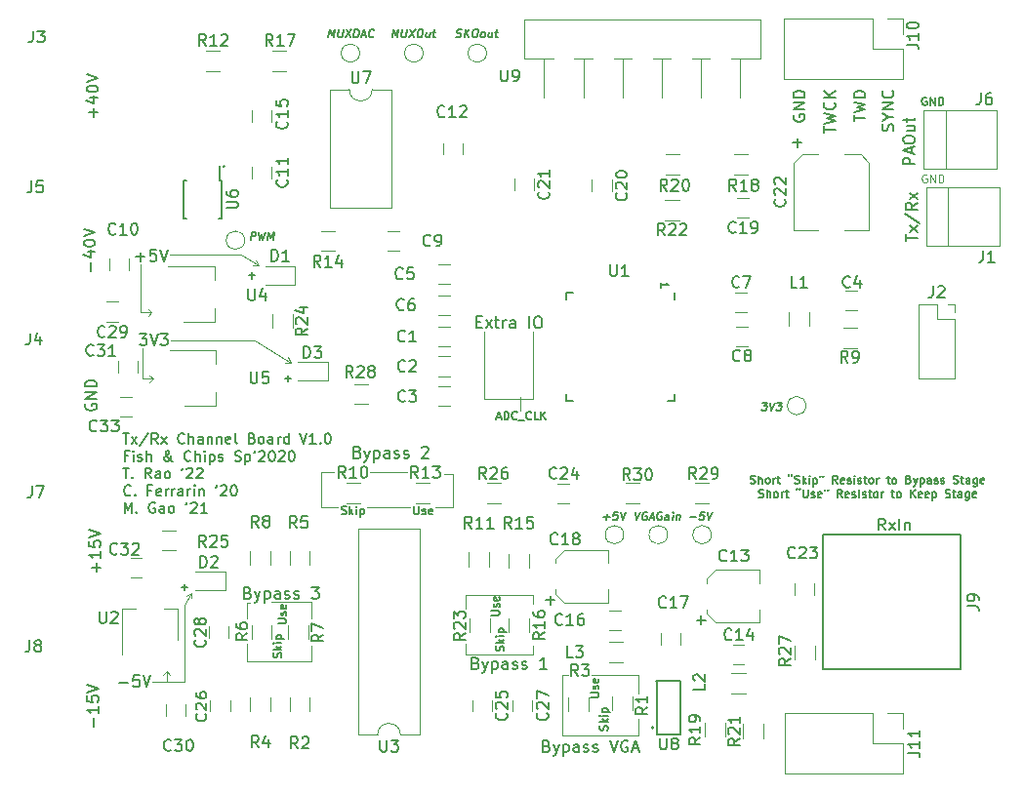
<source format=gbr>
G04 #@! TF.GenerationSoftware,KiCad,Pcbnew,(5.1.12-1-10_14)*
G04 #@! TF.CreationDate,2022-10-09T23:27:55+02:00*
G04 #@! TF.ProjectId,Boat Channel Board,426f6174-2043-4686-916e-6e656c20426f,rev?*
G04 #@! TF.SameCoordinates,Original*
G04 #@! TF.FileFunction,Legend,Top*
G04 #@! TF.FilePolarity,Positive*
%FSLAX46Y46*%
G04 Gerber Fmt 4.6, Leading zero omitted, Abs format (unit mm)*
G04 Created by KiCad (PCBNEW (5.1.12-1-10_14)) date 2022-10-09 23:27:55*
%MOMM*%
%LPD*%
G01*
G04 APERTURE LIST*
%ADD10C,0.120000*%
%ADD11C,0.150000*%
%ADD12C,0.125000*%
%ADD13C,0.130000*%
G04 APERTURE END LIST*
D10*
X107420000Y-79930000D02*
X107420000Y-81130000D01*
D11*
X105403333Y-81706666D02*
X105736666Y-81706666D01*
X105336666Y-81906666D02*
X105570000Y-81206666D01*
X105803333Y-81906666D01*
X106036666Y-81906666D02*
X106036666Y-81206666D01*
X106203333Y-81206666D01*
X106303333Y-81240000D01*
X106370000Y-81306666D01*
X106403333Y-81373333D01*
X106436666Y-81506666D01*
X106436666Y-81606666D01*
X106403333Y-81740000D01*
X106370000Y-81806666D01*
X106303333Y-81873333D01*
X106203333Y-81906666D01*
X106036666Y-81906666D01*
X107136666Y-81840000D02*
X107103333Y-81873333D01*
X107003333Y-81906666D01*
X106936666Y-81906666D01*
X106836666Y-81873333D01*
X106770000Y-81806666D01*
X106736666Y-81740000D01*
X106703333Y-81606666D01*
X106703333Y-81506666D01*
X106736666Y-81373333D01*
X106770000Y-81306666D01*
X106836666Y-81240000D01*
X106936666Y-81206666D01*
X107003333Y-81206666D01*
X107103333Y-81240000D01*
X107136666Y-81273333D01*
X107270000Y-81973333D02*
X107803333Y-81973333D01*
X108370000Y-81840000D02*
X108336666Y-81873333D01*
X108236666Y-81906666D01*
X108170000Y-81906666D01*
X108070000Y-81873333D01*
X108003333Y-81806666D01*
X107970000Y-81740000D01*
X107936666Y-81606666D01*
X107936666Y-81506666D01*
X107970000Y-81373333D01*
X108003333Y-81306666D01*
X108070000Y-81240000D01*
X108170000Y-81206666D01*
X108236666Y-81206666D01*
X108336666Y-81240000D01*
X108370000Y-81273333D01*
X109003333Y-81906666D02*
X108670000Y-81906666D01*
X108670000Y-81206666D01*
X109236666Y-81906666D02*
X109236666Y-81206666D01*
X109636666Y-81906666D02*
X109336666Y-81506666D01*
X109636666Y-81206666D02*
X109236666Y-81606666D01*
X78033333Y-96450000D02*
X78566666Y-96450000D01*
X78300000Y-96716666D02*
X78300000Y-96183333D01*
X87033333Y-78350000D02*
X87566666Y-78350000D01*
X87300000Y-78616666D02*
X87300000Y-78083333D01*
X83883333Y-69400000D02*
X84416666Y-69400000D01*
X84150000Y-69666666D02*
X84150000Y-69133333D01*
D10*
X108500000Y-80150000D02*
X108500000Y-74300000D01*
X104300000Y-80150000D02*
X108500000Y-80150000D01*
X104300000Y-74300000D02*
X104300000Y-80150000D01*
D11*
X103640476Y-73428571D02*
X103973809Y-73428571D01*
X104116666Y-73952380D02*
X103640476Y-73952380D01*
X103640476Y-72952380D01*
X104116666Y-72952380D01*
X104450000Y-73952380D02*
X104973809Y-73285714D01*
X104450000Y-73285714D02*
X104973809Y-73952380D01*
X105211904Y-73285714D02*
X105592857Y-73285714D01*
X105354761Y-72952380D02*
X105354761Y-73809523D01*
X105402380Y-73904761D01*
X105497619Y-73952380D01*
X105592857Y-73952380D01*
X105926190Y-73952380D02*
X105926190Y-73285714D01*
X105926190Y-73476190D02*
X105973809Y-73380952D01*
X106021428Y-73333333D01*
X106116666Y-73285714D01*
X106211904Y-73285714D01*
X106973809Y-73952380D02*
X106973809Y-73428571D01*
X106926190Y-73333333D01*
X106830952Y-73285714D01*
X106640476Y-73285714D01*
X106545238Y-73333333D01*
X106973809Y-73904761D02*
X106878571Y-73952380D01*
X106640476Y-73952380D01*
X106545238Y-73904761D01*
X106497619Y-73809523D01*
X106497619Y-73714285D01*
X106545238Y-73619047D01*
X106640476Y-73571428D01*
X106878571Y-73571428D01*
X106973809Y-73523809D01*
X108211904Y-73952380D02*
X108211904Y-72952380D01*
X108878571Y-72952380D02*
X109069047Y-72952380D01*
X109164285Y-73000000D01*
X109259523Y-73095238D01*
X109307142Y-73285714D01*
X109307142Y-73619047D01*
X109259523Y-73809523D01*
X109164285Y-73904761D01*
X109069047Y-73952380D01*
X108878571Y-73952380D01*
X108783333Y-73904761D01*
X108688095Y-73809523D01*
X108640476Y-73619047D01*
X108640476Y-73285714D01*
X108688095Y-73095238D01*
X108783333Y-73000000D01*
X108878571Y-72952380D01*
D10*
X78900000Y-97000000D02*
X78900000Y-97400000D01*
X78900000Y-97000000D02*
X78500000Y-97200000D01*
X78300000Y-98000000D02*
X78900000Y-97000000D01*
X78300000Y-104700000D02*
X78300000Y-98000000D01*
X76750000Y-104700000D02*
X78300000Y-104700000D01*
X84700000Y-68500000D02*
X84200000Y-68500000D01*
X84500000Y-68100000D02*
X84700000Y-68500000D01*
X84700000Y-68500000D02*
X84500000Y-68100000D01*
X83200000Y-67600000D02*
X84700000Y-68500000D01*
X83200000Y-67600000D02*
X77000000Y-67600000D01*
X87500000Y-77000000D02*
X87000000Y-77000000D01*
X87300000Y-76500000D02*
X87500000Y-77000000D01*
X84400000Y-75000000D02*
X87500000Y-77000000D01*
X77100000Y-75000000D02*
X84400000Y-75000000D01*
X105200000Y-72910000D02*
X105200000Y-72950000D01*
X75500000Y-104700000D02*
X76750000Y-104700000D01*
X76750000Y-103750000D02*
X76450000Y-104050000D01*
X76750000Y-104700000D02*
X76750000Y-103750000D01*
X76750000Y-103750000D02*
X77050000Y-104050000D01*
X74500000Y-68400000D02*
X74500000Y-72600000D01*
X75450000Y-72600000D02*
X75150000Y-72300000D01*
X74500000Y-72600000D02*
X75450000Y-72600000D01*
X75450000Y-72600000D02*
X75150000Y-72900000D01*
X75600000Y-78350000D02*
X75300000Y-78650000D01*
X75600000Y-78350000D02*
X75300000Y-78050000D01*
X74650000Y-78350000D02*
X75600000Y-78350000D01*
X74650000Y-75750000D02*
X74650000Y-78350000D01*
D11*
X72664285Y-104721428D02*
X73426190Y-104721428D01*
X74378571Y-104102380D02*
X73902380Y-104102380D01*
X73854761Y-104578571D01*
X73902380Y-104530952D01*
X73997619Y-104483333D01*
X74235714Y-104483333D01*
X74330952Y-104530952D01*
X74378571Y-104578571D01*
X74426190Y-104673809D01*
X74426190Y-104911904D01*
X74378571Y-105007142D01*
X74330952Y-105054761D01*
X74235714Y-105102380D01*
X73997619Y-105102380D01*
X73902380Y-105054761D01*
X73854761Y-105007142D01*
X74711904Y-104102380D02*
X75045238Y-105102380D01*
X75378571Y-104102380D01*
X74411904Y-74452380D02*
X75030952Y-74452380D01*
X74697619Y-74833333D01*
X74840476Y-74833333D01*
X74935714Y-74880952D01*
X74983333Y-74928571D01*
X75030952Y-75023809D01*
X75030952Y-75261904D01*
X74983333Y-75357142D01*
X74935714Y-75404761D01*
X74840476Y-75452380D01*
X74554761Y-75452380D01*
X74459523Y-75404761D01*
X74411904Y-75357142D01*
X75316666Y-74452380D02*
X75650000Y-75452380D01*
X75983333Y-74452380D01*
X76221428Y-74452380D02*
X76840476Y-74452380D01*
X76507142Y-74833333D01*
X76650000Y-74833333D01*
X76745238Y-74880952D01*
X76792857Y-74928571D01*
X76840476Y-75023809D01*
X76840476Y-75261904D01*
X76792857Y-75357142D01*
X76745238Y-75404761D01*
X76650000Y-75452380D01*
X76364285Y-75452380D01*
X76269047Y-75404761D01*
X76221428Y-75357142D01*
X74114285Y-67771428D02*
X74876190Y-67771428D01*
X74495238Y-68152380D02*
X74495238Y-67390476D01*
X75828571Y-67152380D02*
X75352380Y-67152380D01*
X75304761Y-67628571D01*
X75352380Y-67580952D01*
X75447619Y-67533333D01*
X75685714Y-67533333D01*
X75780952Y-67580952D01*
X75828571Y-67628571D01*
X75876190Y-67723809D01*
X75876190Y-67961904D01*
X75828571Y-68057142D01*
X75780952Y-68104761D01*
X75685714Y-68152380D01*
X75447619Y-68152380D01*
X75352380Y-68104761D01*
X75304761Y-68057142D01*
X76161904Y-67152380D02*
X76495238Y-68152380D01*
X76828571Y-67152380D01*
X127416666Y-87433333D02*
X127516666Y-87466666D01*
X127683333Y-87466666D01*
X127750000Y-87433333D01*
X127783333Y-87400000D01*
X127816666Y-87333333D01*
X127816666Y-87266666D01*
X127783333Y-87200000D01*
X127750000Y-87166666D01*
X127683333Y-87133333D01*
X127550000Y-87100000D01*
X127483333Y-87066666D01*
X127450000Y-87033333D01*
X127416666Y-86966666D01*
X127416666Y-86900000D01*
X127450000Y-86833333D01*
X127483333Y-86800000D01*
X127550000Y-86766666D01*
X127716666Y-86766666D01*
X127816666Y-86800000D01*
X128116666Y-87466666D02*
X128116666Y-86766666D01*
X128416666Y-87466666D02*
X128416666Y-87100000D01*
X128383333Y-87033333D01*
X128316666Y-87000000D01*
X128216666Y-87000000D01*
X128150000Y-87033333D01*
X128116666Y-87066666D01*
X128850000Y-87466666D02*
X128783333Y-87433333D01*
X128750000Y-87400000D01*
X128716666Y-87333333D01*
X128716666Y-87133333D01*
X128750000Y-87066666D01*
X128783333Y-87033333D01*
X128850000Y-87000000D01*
X128950000Y-87000000D01*
X129016666Y-87033333D01*
X129050000Y-87066666D01*
X129083333Y-87133333D01*
X129083333Y-87333333D01*
X129050000Y-87400000D01*
X129016666Y-87433333D01*
X128950000Y-87466666D01*
X128850000Y-87466666D01*
X129383333Y-87466666D02*
X129383333Y-87000000D01*
X129383333Y-87133333D02*
X129416666Y-87066666D01*
X129450000Y-87033333D01*
X129516666Y-87000000D01*
X129583333Y-87000000D01*
X129716666Y-87000000D02*
X129983333Y-87000000D01*
X129816666Y-86766666D02*
X129816666Y-87366666D01*
X129850000Y-87433333D01*
X129916666Y-87466666D01*
X129983333Y-87466666D01*
X130950000Y-86800000D02*
X130950000Y-86766666D01*
X130983333Y-86700000D01*
X131016666Y-86666666D01*
X130683333Y-86800000D02*
X130683333Y-86766666D01*
X130716666Y-86700000D01*
X130750000Y-86666666D01*
X131250000Y-87433333D02*
X131350000Y-87466666D01*
X131516666Y-87466666D01*
X131583333Y-87433333D01*
X131616666Y-87400000D01*
X131650000Y-87333333D01*
X131650000Y-87266666D01*
X131616666Y-87200000D01*
X131583333Y-87166666D01*
X131516666Y-87133333D01*
X131383333Y-87100000D01*
X131316666Y-87066666D01*
X131283333Y-87033333D01*
X131250000Y-86966666D01*
X131250000Y-86900000D01*
X131283333Y-86833333D01*
X131316666Y-86800000D01*
X131383333Y-86766666D01*
X131550000Y-86766666D01*
X131650000Y-86800000D01*
X131950000Y-87466666D02*
X131950000Y-86766666D01*
X132016666Y-87200000D02*
X132216666Y-87466666D01*
X132216666Y-87000000D02*
X131950000Y-87266666D01*
X132516666Y-87466666D02*
X132516666Y-87000000D01*
X132516666Y-86766666D02*
X132483333Y-86800000D01*
X132516666Y-86833333D01*
X132550000Y-86800000D01*
X132516666Y-86766666D01*
X132516666Y-86833333D01*
X132850000Y-87000000D02*
X132850000Y-87700000D01*
X132850000Y-87033333D02*
X132916666Y-87000000D01*
X133050000Y-87000000D01*
X133116666Y-87033333D01*
X133150000Y-87066666D01*
X133183333Y-87133333D01*
X133183333Y-87333333D01*
X133150000Y-87400000D01*
X133116666Y-87433333D01*
X133050000Y-87466666D01*
X132916666Y-87466666D01*
X132850000Y-87433333D01*
X133483333Y-86766666D02*
X133483333Y-86800000D01*
X133450000Y-86866666D01*
X133416666Y-86900000D01*
X133750000Y-86766666D02*
X133750000Y-86800000D01*
X133716666Y-86866666D01*
X133683333Y-86900000D01*
X134950000Y-87466666D02*
X134716666Y-87133333D01*
X134550000Y-87466666D02*
X134550000Y-86766666D01*
X134816666Y-86766666D01*
X134883333Y-86800000D01*
X134916666Y-86833333D01*
X134950000Y-86900000D01*
X134950000Y-87000000D01*
X134916666Y-87066666D01*
X134883333Y-87100000D01*
X134816666Y-87133333D01*
X134550000Y-87133333D01*
X135516666Y-87433333D02*
X135450000Y-87466666D01*
X135316666Y-87466666D01*
X135250000Y-87433333D01*
X135216666Y-87366666D01*
X135216666Y-87100000D01*
X135250000Y-87033333D01*
X135316666Y-87000000D01*
X135450000Y-87000000D01*
X135516666Y-87033333D01*
X135550000Y-87100000D01*
X135550000Y-87166666D01*
X135216666Y-87233333D01*
X135816666Y-87433333D02*
X135883333Y-87466666D01*
X136016666Y-87466666D01*
X136083333Y-87433333D01*
X136116666Y-87366666D01*
X136116666Y-87333333D01*
X136083333Y-87266666D01*
X136016666Y-87233333D01*
X135916666Y-87233333D01*
X135850000Y-87200000D01*
X135816666Y-87133333D01*
X135816666Y-87100000D01*
X135850000Y-87033333D01*
X135916666Y-87000000D01*
X136016666Y-87000000D01*
X136083333Y-87033333D01*
X136416666Y-87466666D02*
X136416666Y-87000000D01*
X136416666Y-86766666D02*
X136383333Y-86800000D01*
X136416666Y-86833333D01*
X136450000Y-86800000D01*
X136416666Y-86766666D01*
X136416666Y-86833333D01*
X136716666Y-87433333D02*
X136783333Y-87466666D01*
X136916666Y-87466666D01*
X136983333Y-87433333D01*
X137016666Y-87366666D01*
X137016666Y-87333333D01*
X136983333Y-87266666D01*
X136916666Y-87233333D01*
X136816666Y-87233333D01*
X136750000Y-87200000D01*
X136716666Y-87133333D01*
X136716666Y-87100000D01*
X136750000Y-87033333D01*
X136816666Y-87000000D01*
X136916666Y-87000000D01*
X136983333Y-87033333D01*
X137216666Y-87000000D02*
X137483333Y-87000000D01*
X137316666Y-86766666D02*
X137316666Y-87366666D01*
X137350000Y-87433333D01*
X137416666Y-87466666D01*
X137483333Y-87466666D01*
X137816666Y-87466666D02*
X137750000Y-87433333D01*
X137716666Y-87400000D01*
X137683333Y-87333333D01*
X137683333Y-87133333D01*
X137716666Y-87066666D01*
X137750000Y-87033333D01*
X137816666Y-87000000D01*
X137916666Y-87000000D01*
X137983333Y-87033333D01*
X138016666Y-87066666D01*
X138050000Y-87133333D01*
X138050000Y-87333333D01*
X138016666Y-87400000D01*
X137983333Y-87433333D01*
X137916666Y-87466666D01*
X137816666Y-87466666D01*
X138350000Y-87466666D02*
X138350000Y-87000000D01*
X138350000Y-87133333D02*
X138383333Y-87066666D01*
X138416666Y-87033333D01*
X138483333Y-87000000D01*
X138550000Y-87000000D01*
X139216666Y-87000000D02*
X139483333Y-87000000D01*
X139316666Y-86766666D02*
X139316666Y-87366666D01*
X139350000Y-87433333D01*
X139416666Y-87466666D01*
X139483333Y-87466666D01*
X139816666Y-87466666D02*
X139750000Y-87433333D01*
X139716666Y-87400000D01*
X139683333Y-87333333D01*
X139683333Y-87133333D01*
X139716666Y-87066666D01*
X139750000Y-87033333D01*
X139816666Y-87000000D01*
X139916666Y-87000000D01*
X139983333Y-87033333D01*
X140016666Y-87066666D01*
X140050000Y-87133333D01*
X140050000Y-87333333D01*
X140016666Y-87400000D01*
X139983333Y-87433333D01*
X139916666Y-87466666D01*
X139816666Y-87466666D01*
X141116666Y-87100000D02*
X141216666Y-87133333D01*
X141250000Y-87166666D01*
X141283333Y-87233333D01*
X141283333Y-87333333D01*
X141250000Y-87400000D01*
X141216666Y-87433333D01*
X141150000Y-87466666D01*
X140883333Y-87466666D01*
X140883333Y-86766666D01*
X141116666Y-86766666D01*
X141183333Y-86800000D01*
X141216666Y-86833333D01*
X141250000Y-86900000D01*
X141250000Y-86966666D01*
X141216666Y-87033333D01*
X141183333Y-87066666D01*
X141116666Y-87100000D01*
X140883333Y-87100000D01*
X141516666Y-87000000D02*
X141683333Y-87466666D01*
X141850000Y-87000000D02*
X141683333Y-87466666D01*
X141616666Y-87633333D01*
X141583333Y-87666666D01*
X141516666Y-87700000D01*
X142116666Y-87000000D02*
X142116666Y-87700000D01*
X142116666Y-87033333D02*
X142183333Y-87000000D01*
X142316666Y-87000000D01*
X142383333Y-87033333D01*
X142416666Y-87066666D01*
X142450000Y-87133333D01*
X142450000Y-87333333D01*
X142416666Y-87400000D01*
X142383333Y-87433333D01*
X142316666Y-87466666D01*
X142183333Y-87466666D01*
X142116666Y-87433333D01*
X143050000Y-87466666D02*
X143050000Y-87100000D01*
X143016666Y-87033333D01*
X142950000Y-87000000D01*
X142816666Y-87000000D01*
X142750000Y-87033333D01*
X143050000Y-87433333D02*
X142983333Y-87466666D01*
X142816666Y-87466666D01*
X142750000Y-87433333D01*
X142716666Y-87366666D01*
X142716666Y-87300000D01*
X142750000Y-87233333D01*
X142816666Y-87200000D01*
X142983333Y-87200000D01*
X143050000Y-87166666D01*
X143350000Y-87433333D02*
X143416666Y-87466666D01*
X143550000Y-87466666D01*
X143616666Y-87433333D01*
X143650000Y-87366666D01*
X143650000Y-87333333D01*
X143616666Y-87266666D01*
X143550000Y-87233333D01*
X143450000Y-87233333D01*
X143383333Y-87200000D01*
X143350000Y-87133333D01*
X143350000Y-87100000D01*
X143383333Y-87033333D01*
X143450000Y-87000000D01*
X143550000Y-87000000D01*
X143616666Y-87033333D01*
X143916666Y-87433333D02*
X143983333Y-87466666D01*
X144116666Y-87466666D01*
X144183333Y-87433333D01*
X144216666Y-87366666D01*
X144216666Y-87333333D01*
X144183333Y-87266666D01*
X144116666Y-87233333D01*
X144016666Y-87233333D01*
X143950000Y-87200000D01*
X143916666Y-87133333D01*
X143916666Y-87100000D01*
X143950000Y-87033333D01*
X144016666Y-87000000D01*
X144116666Y-87000000D01*
X144183333Y-87033333D01*
X145016666Y-87433333D02*
X145116666Y-87466666D01*
X145283333Y-87466666D01*
X145350000Y-87433333D01*
X145383333Y-87400000D01*
X145416666Y-87333333D01*
X145416666Y-87266666D01*
X145383333Y-87200000D01*
X145350000Y-87166666D01*
X145283333Y-87133333D01*
X145150000Y-87100000D01*
X145083333Y-87066666D01*
X145050000Y-87033333D01*
X145016666Y-86966666D01*
X145016666Y-86900000D01*
X145050000Y-86833333D01*
X145083333Y-86800000D01*
X145150000Y-86766666D01*
X145316666Y-86766666D01*
X145416666Y-86800000D01*
X145616666Y-87000000D02*
X145883333Y-87000000D01*
X145716666Y-86766666D02*
X145716666Y-87366666D01*
X145750000Y-87433333D01*
X145816666Y-87466666D01*
X145883333Y-87466666D01*
X146416666Y-87466666D02*
X146416666Y-87100000D01*
X146383333Y-87033333D01*
X146316666Y-87000000D01*
X146183333Y-87000000D01*
X146116666Y-87033333D01*
X146416666Y-87433333D02*
X146350000Y-87466666D01*
X146183333Y-87466666D01*
X146116666Y-87433333D01*
X146083333Y-87366666D01*
X146083333Y-87300000D01*
X146116666Y-87233333D01*
X146183333Y-87200000D01*
X146350000Y-87200000D01*
X146416666Y-87166666D01*
X147050000Y-87000000D02*
X147050000Y-87566666D01*
X147016666Y-87633333D01*
X146983333Y-87666666D01*
X146916666Y-87700000D01*
X146816666Y-87700000D01*
X146750000Y-87666666D01*
X147050000Y-87433333D02*
X146983333Y-87466666D01*
X146850000Y-87466666D01*
X146783333Y-87433333D01*
X146750000Y-87400000D01*
X146716666Y-87333333D01*
X146716666Y-87133333D01*
X146750000Y-87066666D01*
X146783333Y-87033333D01*
X146850000Y-87000000D01*
X146983333Y-87000000D01*
X147050000Y-87033333D01*
X147650000Y-87433333D02*
X147583333Y-87466666D01*
X147450000Y-87466666D01*
X147383333Y-87433333D01*
X147350000Y-87366666D01*
X147350000Y-87100000D01*
X147383333Y-87033333D01*
X147450000Y-87000000D01*
X147583333Y-87000000D01*
X147650000Y-87033333D01*
X147683333Y-87100000D01*
X147683333Y-87166666D01*
X147350000Y-87233333D01*
X128116666Y-88633333D02*
X128216666Y-88666666D01*
X128383333Y-88666666D01*
X128450000Y-88633333D01*
X128483333Y-88600000D01*
X128516666Y-88533333D01*
X128516666Y-88466666D01*
X128483333Y-88400000D01*
X128450000Y-88366666D01*
X128383333Y-88333333D01*
X128250000Y-88300000D01*
X128183333Y-88266666D01*
X128150000Y-88233333D01*
X128116666Y-88166666D01*
X128116666Y-88100000D01*
X128150000Y-88033333D01*
X128183333Y-88000000D01*
X128250000Y-87966666D01*
X128416666Y-87966666D01*
X128516666Y-88000000D01*
X128816666Y-88666666D02*
X128816666Y-87966666D01*
X129116666Y-88666666D02*
X129116666Y-88300000D01*
X129083333Y-88233333D01*
X129016666Y-88200000D01*
X128916666Y-88200000D01*
X128850000Y-88233333D01*
X128816666Y-88266666D01*
X129550000Y-88666666D02*
X129483333Y-88633333D01*
X129450000Y-88600000D01*
X129416666Y-88533333D01*
X129416666Y-88333333D01*
X129450000Y-88266666D01*
X129483333Y-88233333D01*
X129550000Y-88200000D01*
X129650000Y-88200000D01*
X129716666Y-88233333D01*
X129750000Y-88266666D01*
X129783333Y-88333333D01*
X129783333Y-88533333D01*
X129750000Y-88600000D01*
X129716666Y-88633333D01*
X129650000Y-88666666D01*
X129550000Y-88666666D01*
X130083333Y-88666666D02*
X130083333Y-88200000D01*
X130083333Y-88333333D02*
X130116666Y-88266666D01*
X130150000Y-88233333D01*
X130216666Y-88200000D01*
X130283333Y-88200000D01*
X130416666Y-88200000D02*
X130683333Y-88200000D01*
X130516666Y-87966666D02*
X130516666Y-88566666D01*
X130550000Y-88633333D01*
X130616666Y-88666666D01*
X130683333Y-88666666D01*
X131650000Y-88000000D02*
X131650000Y-87966666D01*
X131683333Y-87900000D01*
X131716666Y-87866666D01*
X131383333Y-88000000D02*
X131383333Y-87966666D01*
X131416666Y-87900000D01*
X131450000Y-87866666D01*
X131983333Y-87966666D02*
X131983333Y-88533333D01*
X132016666Y-88600000D01*
X132050000Y-88633333D01*
X132116666Y-88666666D01*
X132250000Y-88666666D01*
X132316666Y-88633333D01*
X132350000Y-88600000D01*
X132383333Y-88533333D01*
X132383333Y-87966666D01*
X132683333Y-88633333D02*
X132750000Y-88666666D01*
X132883333Y-88666666D01*
X132950000Y-88633333D01*
X132983333Y-88566666D01*
X132983333Y-88533333D01*
X132950000Y-88466666D01*
X132883333Y-88433333D01*
X132783333Y-88433333D01*
X132716666Y-88400000D01*
X132683333Y-88333333D01*
X132683333Y-88300000D01*
X132716666Y-88233333D01*
X132783333Y-88200000D01*
X132883333Y-88200000D01*
X132950000Y-88233333D01*
X133550000Y-88633333D02*
X133483333Y-88666666D01*
X133350000Y-88666666D01*
X133283333Y-88633333D01*
X133250000Y-88566666D01*
X133250000Y-88300000D01*
X133283333Y-88233333D01*
X133350000Y-88200000D01*
X133483333Y-88200000D01*
X133550000Y-88233333D01*
X133583333Y-88300000D01*
X133583333Y-88366666D01*
X133250000Y-88433333D01*
X133883333Y-87966666D02*
X133883333Y-88000000D01*
X133850000Y-88066666D01*
X133816666Y-88100000D01*
X134150000Y-87966666D02*
X134150000Y-88000000D01*
X134116666Y-88066666D01*
X134083333Y-88100000D01*
X135350000Y-88666666D02*
X135116666Y-88333333D01*
X134950000Y-88666666D02*
X134950000Y-87966666D01*
X135216666Y-87966666D01*
X135283333Y-88000000D01*
X135316666Y-88033333D01*
X135350000Y-88100000D01*
X135350000Y-88200000D01*
X135316666Y-88266666D01*
X135283333Y-88300000D01*
X135216666Y-88333333D01*
X134950000Y-88333333D01*
X135916666Y-88633333D02*
X135850000Y-88666666D01*
X135716666Y-88666666D01*
X135650000Y-88633333D01*
X135616666Y-88566666D01*
X135616666Y-88300000D01*
X135650000Y-88233333D01*
X135716666Y-88200000D01*
X135850000Y-88200000D01*
X135916666Y-88233333D01*
X135950000Y-88300000D01*
X135950000Y-88366666D01*
X135616666Y-88433333D01*
X136216666Y-88633333D02*
X136283333Y-88666666D01*
X136416666Y-88666666D01*
X136483333Y-88633333D01*
X136516666Y-88566666D01*
X136516666Y-88533333D01*
X136483333Y-88466666D01*
X136416666Y-88433333D01*
X136316666Y-88433333D01*
X136250000Y-88400000D01*
X136216666Y-88333333D01*
X136216666Y-88300000D01*
X136250000Y-88233333D01*
X136316666Y-88200000D01*
X136416666Y-88200000D01*
X136483333Y-88233333D01*
X136816666Y-88666666D02*
X136816666Y-88200000D01*
X136816666Y-87966666D02*
X136783333Y-88000000D01*
X136816666Y-88033333D01*
X136850000Y-88000000D01*
X136816666Y-87966666D01*
X136816666Y-88033333D01*
X137116666Y-88633333D02*
X137183333Y-88666666D01*
X137316666Y-88666666D01*
X137383333Y-88633333D01*
X137416666Y-88566666D01*
X137416666Y-88533333D01*
X137383333Y-88466666D01*
X137316666Y-88433333D01*
X137216666Y-88433333D01*
X137150000Y-88400000D01*
X137116666Y-88333333D01*
X137116666Y-88300000D01*
X137150000Y-88233333D01*
X137216666Y-88200000D01*
X137316666Y-88200000D01*
X137383333Y-88233333D01*
X137616666Y-88200000D02*
X137883333Y-88200000D01*
X137716666Y-87966666D02*
X137716666Y-88566666D01*
X137750000Y-88633333D01*
X137816666Y-88666666D01*
X137883333Y-88666666D01*
X138216666Y-88666666D02*
X138150000Y-88633333D01*
X138116666Y-88600000D01*
X138083333Y-88533333D01*
X138083333Y-88333333D01*
X138116666Y-88266666D01*
X138150000Y-88233333D01*
X138216666Y-88200000D01*
X138316666Y-88200000D01*
X138383333Y-88233333D01*
X138416666Y-88266666D01*
X138450000Y-88333333D01*
X138450000Y-88533333D01*
X138416666Y-88600000D01*
X138383333Y-88633333D01*
X138316666Y-88666666D01*
X138216666Y-88666666D01*
X138750000Y-88666666D02*
X138750000Y-88200000D01*
X138750000Y-88333333D02*
X138783333Y-88266666D01*
X138816666Y-88233333D01*
X138883333Y-88200000D01*
X138950000Y-88200000D01*
X139616666Y-88200000D02*
X139883333Y-88200000D01*
X139716666Y-87966666D02*
X139716666Y-88566666D01*
X139750000Y-88633333D01*
X139816666Y-88666666D01*
X139883333Y-88666666D01*
X140216666Y-88666666D02*
X140150000Y-88633333D01*
X140116666Y-88600000D01*
X140083333Y-88533333D01*
X140083333Y-88333333D01*
X140116666Y-88266666D01*
X140150000Y-88233333D01*
X140216666Y-88200000D01*
X140316666Y-88200000D01*
X140383333Y-88233333D01*
X140416666Y-88266666D01*
X140450000Y-88333333D01*
X140450000Y-88533333D01*
X140416666Y-88600000D01*
X140383333Y-88633333D01*
X140316666Y-88666666D01*
X140216666Y-88666666D01*
X141283333Y-88666666D02*
X141283333Y-87966666D01*
X141683333Y-88666666D02*
X141383333Y-88266666D01*
X141683333Y-87966666D02*
X141283333Y-88366666D01*
X142250000Y-88633333D02*
X142183333Y-88666666D01*
X142050000Y-88666666D01*
X141983333Y-88633333D01*
X141950000Y-88566666D01*
X141950000Y-88300000D01*
X141983333Y-88233333D01*
X142050000Y-88200000D01*
X142183333Y-88200000D01*
X142250000Y-88233333D01*
X142283333Y-88300000D01*
X142283333Y-88366666D01*
X141950000Y-88433333D01*
X142850000Y-88633333D02*
X142783333Y-88666666D01*
X142650000Y-88666666D01*
X142583333Y-88633333D01*
X142550000Y-88566666D01*
X142550000Y-88300000D01*
X142583333Y-88233333D01*
X142650000Y-88200000D01*
X142783333Y-88200000D01*
X142850000Y-88233333D01*
X142883333Y-88300000D01*
X142883333Y-88366666D01*
X142550000Y-88433333D01*
X143183333Y-88200000D02*
X143183333Y-88900000D01*
X143183333Y-88233333D02*
X143250000Y-88200000D01*
X143383333Y-88200000D01*
X143450000Y-88233333D01*
X143483333Y-88266666D01*
X143516666Y-88333333D01*
X143516666Y-88533333D01*
X143483333Y-88600000D01*
X143450000Y-88633333D01*
X143383333Y-88666666D01*
X143250000Y-88666666D01*
X143183333Y-88633333D01*
X144316666Y-88633333D02*
X144416666Y-88666666D01*
X144583333Y-88666666D01*
X144650000Y-88633333D01*
X144683333Y-88600000D01*
X144716666Y-88533333D01*
X144716666Y-88466666D01*
X144683333Y-88400000D01*
X144650000Y-88366666D01*
X144583333Y-88333333D01*
X144450000Y-88300000D01*
X144383333Y-88266666D01*
X144350000Y-88233333D01*
X144316666Y-88166666D01*
X144316666Y-88100000D01*
X144350000Y-88033333D01*
X144383333Y-88000000D01*
X144450000Y-87966666D01*
X144616666Y-87966666D01*
X144716666Y-88000000D01*
X144916666Y-88200000D02*
X145183333Y-88200000D01*
X145016666Y-87966666D02*
X145016666Y-88566666D01*
X145050000Y-88633333D01*
X145116666Y-88666666D01*
X145183333Y-88666666D01*
X145716666Y-88666666D02*
X145716666Y-88300000D01*
X145683333Y-88233333D01*
X145616666Y-88200000D01*
X145483333Y-88200000D01*
X145416666Y-88233333D01*
X145716666Y-88633333D02*
X145650000Y-88666666D01*
X145483333Y-88666666D01*
X145416666Y-88633333D01*
X145383333Y-88566666D01*
X145383333Y-88500000D01*
X145416666Y-88433333D01*
X145483333Y-88400000D01*
X145650000Y-88400000D01*
X145716666Y-88366666D01*
X146350000Y-88200000D02*
X146350000Y-88766666D01*
X146316666Y-88833333D01*
X146283333Y-88866666D01*
X146216666Y-88900000D01*
X146116666Y-88900000D01*
X146050000Y-88866666D01*
X146350000Y-88633333D02*
X146283333Y-88666666D01*
X146150000Y-88666666D01*
X146083333Y-88633333D01*
X146050000Y-88600000D01*
X146016666Y-88533333D01*
X146016666Y-88333333D01*
X146050000Y-88266666D01*
X146083333Y-88233333D01*
X146150000Y-88200000D01*
X146283333Y-88200000D01*
X146350000Y-88233333D01*
X146950000Y-88633333D02*
X146883333Y-88666666D01*
X146750000Y-88666666D01*
X146683333Y-88633333D01*
X146650000Y-88566666D01*
X146650000Y-88300000D01*
X146683333Y-88233333D01*
X146750000Y-88200000D01*
X146883333Y-88200000D01*
X146950000Y-88233333D01*
X146983333Y-88300000D01*
X146983333Y-88366666D01*
X146650000Y-88433333D01*
D10*
X89300000Y-102900000D02*
X89300000Y-101500000D01*
X89300000Y-97700000D02*
X89300000Y-99200000D01*
D11*
X86683333Y-102566666D02*
X86716666Y-102466666D01*
X86716666Y-102300000D01*
X86683333Y-102233333D01*
X86650000Y-102200000D01*
X86583333Y-102166666D01*
X86516666Y-102166666D01*
X86450000Y-102200000D01*
X86416666Y-102233333D01*
X86383333Y-102300000D01*
X86350000Y-102433333D01*
X86316666Y-102500000D01*
X86283333Y-102533333D01*
X86216666Y-102566666D01*
X86150000Y-102566666D01*
X86083333Y-102533333D01*
X86050000Y-102500000D01*
X86016666Y-102433333D01*
X86016666Y-102266666D01*
X86050000Y-102166666D01*
X86716666Y-101866666D02*
X86016666Y-101866666D01*
X86450000Y-101800000D02*
X86716666Y-101600000D01*
X86250000Y-101600000D02*
X86516666Y-101866666D01*
X86716666Y-101300000D02*
X86250000Y-101300000D01*
X86016666Y-101300000D02*
X86050000Y-101333333D01*
X86083333Y-101300000D01*
X86050000Y-101266666D01*
X86016666Y-101300000D01*
X86083333Y-101300000D01*
X86250000Y-100966666D02*
X86950000Y-100966666D01*
X86283333Y-100966666D02*
X86250000Y-100900000D01*
X86250000Y-100766666D01*
X86283333Y-100700000D01*
X86316666Y-100666666D01*
X86383333Y-100633333D01*
X86583333Y-100633333D01*
X86650000Y-100666666D01*
X86683333Y-100700000D01*
X86716666Y-100766666D01*
X86716666Y-100900000D01*
X86683333Y-100966666D01*
X86416666Y-99583333D02*
X86983333Y-99583333D01*
X87050000Y-99550000D01*
X87083333Y-99516666D01*
X87116666Y-99450000D01*
X87116666Y-99316666D01*
X87083333Y-99250000D01*
X87050000Y-99216666D01*
X86983333Y-99183333D01*
X86416666Y-99183333D01*
X87083333Y-98883333D02*
X87116666Y-98816666D01*
X87116666Y-98683333D01*
X87083333Y-98616666D01*
X87016666Y-98583333D01*
X86983333Y-98583333D01*
X86916666Y-98616666D01*
X86883333Y-98683333D01*
X86883333Y-98783333D01*
X86850000Y-98850000D01*
X86783333Y-98883333D01*
X86750000Y-98883333D01*
X86683333Y-98850000D01*
X86650000Y-98783333D01*
X86650000Y-98683333D01*
X86683333Y-98616666D01*
X87083333Y-98016666D02*
X87116666Y-98083333D01*
X87116666Y-98216666D01*
X87083333Y-98283333D01*
X87016666Y-98316666D01*
X86750000Y-98316666D01*
X86683333Y-98283333D01*
X86650000Y-98216666D01*
X86650000Y-98083333D01*
X86683333Y-98016666D01*
X86750000Y-97983333D01*
X86816666Y-97983333D01*
X86883333Y-98316666D01*
D10*
X102700000Y-102300000D02*
X102700000Y-101400000D01*
X102700000Y-98200000D02*
X102700000Y-98300000D01*
X102700000Y-97200000D02*
X102700000Y-98200000D01*
D11*
X104916666Y-98883333D02*
X105483333Y-98883333D01*
X105550000Y-98850000D01*
X105583333Y-98816666D01*
X105616666Y-98750000D01*
X105616666Y-98616666D01*
X105583333Y-98550000D01*
X105550000Y-98516666D01*
X105483333Y-98483333D01*
X104916666Y-98483333D01*
X105583333Y-98183333D02*
X105616666Y-98116666D01*
X105616666Y-97983333D01*
X105583333Y-97916666D01*
X105516666Y-97883333D01*
X105483333Y-97883333D01*
X105416666Y-97916666D01*
X105383333Y-97983333D01*
X105383333Y-98083333D01*
X105350000Y-98150000D01*
X105283333Y-98183333D01*
X105250000Y-98183333D01*
X105183333Y-98150000D01*
X105150000Y-98083333D01*
X105150000Y-97983333D01*
X105183333Y-97916666D01*
X105583333Y-97316666D02*
X105616666Y-97383333D01*
X105616666Y-97516666D01*
X105583333Y-97583333D01*
X105516666Y-97616666D01*
X105250000Y-97616666D01*
X105183333Y-97583333D01*
X105150000Y-97516666D01*
X105150000Y-97383333D01*
X105183333Y-97316666D01*
X105250000Y-97283333D01*
X105316666Y-97283333D01*
X105383333Y-97616666D01*
X105983333Y-101966666D02*
X106016666Y-101866666D01*
X106016666Y-101700000D01*
X105983333Y-101633333D01*
X105950000Y-101600000D01*
X105883333Y-101566666D01*
X105816666Y-101566666D01*
X105750000Y-101600000D01*
X105716666Y-101633333D01*
X105683333Y-101700000D01*
X105650000Y-101833333D01*
X105616666Y-101900000D01*
X105583333Y-101933333D01*
X105516666Y-101966666D01*
X105450000Y-101966666D01*
X105383333Y-101933333D01*
X105350000Y-101900000D01*
X105316666Y-101833333D01*
X105316666Y-101666666D01*
X105350000Y-101566666D01*
X106016666Y-101266666D02*
X105316666Y-101266666D01*
X105750000Y-101200000D02*
X106016666Y-101000000D01*
X105550000Y-101000000D02*
X105816666Y-101266666D01*
X106016666Y-100700000D02*
X105550000Y-100700000D01*
X105316666Y-100700000D02*
X105350000Y-100733333D01*
X105383333Y-100700000D01*
X105350000Y-100666666D01*
X105316666Y-100700000D01*
X105383333Y-100700000D01*
X105550000Y-100366666D02*
X106250000Y-100366666D01*
X105583333Y-100366666D02*
X105550000Y-100300000D01*
X105550000Y-100166666D01*
X105583333Y-100100000D01*
X105616666Y-100066666D01*
X105683333Y-100033333D01*
X105883333Y-100033333D01*
X105950000Y-100066666D01*
X105983333Y-100100000D01*
X106016666Y-100166666D01*
X106016666Y-100300000D01*
X105983333Y-100366666D01*
D10*
X101600000Y-89500000D02*
X100100000Y-89500000D01*
X94100000Y-89500000D02*
X97900000Y-89500000D01*
X90200000Y-89500000D02*
X91600000Y-89500000D01*
D11*
X98216666Y-89416666D02*
X98216666Y-89983333D01*
X98250000Y-90050000D01*
X98283333Y-90083333D01*
X98350000Y-90116666D01*
X98483333Y-90116666D01*
X98550000Y-90083333D01*
X98583333Y-90050000D01*
X98616666Y-89983333D01*
X98616666Y-89416666D01*
X98916666Y-90083333D02*
X98983333Y-90116666D01*
X99116666Y-90116666D01*
X99183333Y-90083333D01*
X99216666Y-90016666D01*
X99216666Y-89983333D01*
X99183333Y-89916666D01*
X99116666Y-89883333D01*
X99016666Y-89883333D01*
X98950000Y-89850000D01*
X98916666Y-89783333D01*
X98916666Y-89750000D01*
X98950000Y-89683333D01*
X99016666Y-89650000D01*
X99116666Y-89650000D01*
X99183333Y-89683333D01*
X99783333Y-90083333D02*
X99716666Y-90116666D01*
X99583333Y-90116666D01*
X99516666Y-90083333D01*
X99483333Y-90016666D01*
X99483333Y-89750000D01*
X99516666Y-89683333D01*
X99583333Y-89650000D01*
X99716666Y-89650000D01*
X99783333Y-89683333D01*
X99816666Y-89750000D01*
X99816666Y-89816666D01*
X99483333Y-89883333D01*
X91933333Y-90083333D02*
X92033333Y-90116666D01*
X92200000Y-90116666D01*
X92266666Y-90083333D01*
X92300000Y-90050000D01*
X92333333Y-89983333D01*
X92333333Y-89916666D01*
X92300000Y-89850000D01*
X92266666Y-89816666D01*
X92200000Y-89783333D01*
X92066666Y-89750000D01*
X92000000Y-89716666D01*
X91966666Y-89683333D01*
X91933333Y-89616666D01*
X91933333Y-89550000D01*
X91966666Y-89483333D01*
X92000000Y-89450000D01*
X92066666Y-89416666D01*
X92233333Y-89416666D01*
X92333333Y-89450000D01*
X92633333Y-90116666D02*
X92633333Y-89416666D01*
X92700000Y-89850000D02*
X92900000Y-90116666D01*
X92900000Y-89650000D02*
X92633333Y-89916666D01*
X93200000Y-90116666D02*
X93200000Y-89650000D01*
X93200000Y-89416666D02*
X93166666Y-89450000D01*
X93200000Y-89483333D01*
X93233333Y-89450000D01*
X93200000Y-89416666D01*
X93200000Y-89483333D01*
X93533333Y-89650000D02*
X93533333Y-90350000D01*
X93533333Y-89683333D02*
X93600000Y-89650000D01*
X93733333Y-89650000D01*
X93800000Y-89683333D01*
X93833333Y-89716666D01*
X93866666Y-89783333D01*
X93866666Y-89983333D01*
X93833333Y-90050000D01*
X93800000Y-90083333D01*
X93733333Y-90116666D01*
X93600000Y-90116666D01*
X93533333Y-90083333D01*
X113516666Y-105983333D02*
X114083333Y-105983333D01*
X114150000Y-105950000D01*
X114183333Y-105916666D01*
X114216666Y-105850000D01*
X114216666Y-105716666D01*
X114183333Y-105650000D01*
X114150000Y-105616666D01*
X114083333Y-105583333D01*
X113516666Y-105583333D01*
X114183333Y-105283333D02*
X114216666Y-105216666D01*
X114216666Y-105083333D01*
X114183333Y-105016666D01*
X114116666Y-104983333D01*
X114083333Y-104983333D01*
X114016666Y-105016666D01*
X113983333Y-105083333D01*
X113983333Y-105183333D01*
X113950000Y-105250000D01*
X113883333Y-105283333D01*
X113850000Y-105283333D01*
X113783333Y-105250000D01*
X113750000Y-105183333D01*
X113750000Y-105083333D01*
X113783333Y-105016666D01*
X114183333Y-104416666D02*
X114216666Y-104483333D01*
X114216666Y-104616666D01*
X114183333Y-104683333D01*
X114116666Y-104716666D01*
X113850000Y-104716666D01*
X113783333Y-104683333D01*
X113750000Y-104616666D01*
X113750000Y-104483333D01*
X113783333Y-104416666D01*
X113850000Y-104383333D01*
X113916666Y-104383333D01*
X113983333Y-104716666D01*
D10*
X111100000Y-104100000D02*
X111600000Y-104100000D01*
X113700000Y-104100000D02*
X113600000Y-104100000D01*
X117700000Y-104100000D02*
X113700000Y-104100000D01*
D11*
X114983333Y-108866666D02*
X115016666Y-108766666D01*
X115016666Y-108600000D01*
X114983333Y-108533333D01*
X114950000Y-108500000D01*
X114883333Y-108466666D01*
X114816666Y-108466666D01*
X114750000Y-108500000D01*
X114716666Y-108533333D01*
X114683333Y-108600000D01*
X114650000Y-108733333D01*
X114616666Y-108800000D01*
X114583333Y-108833333D01*
X114516666Y-108866666D01*
X114450000Y-108866666D01*
X114383333Y-108833333D01*
X114350000Y-108800000D01*
X114316666Y-108733333D01*
X114316666Y-108566666D01*
X114350000Y-108466666D01*
X115016666Y-108166666D02*
X114316666Y-108166666D01*
X114750000Y-108100000D02*
X115016666Y-107900000D01*
X114550000Y-107900000D02*
X114816666Y-108166666D01*
X115016666Y-107600000D02*
X114550000Y-107600000D01*
X114316666Y-107600000D02*
X114350000Y-107633333D01*
X114383333Y-107600000D01*
X114350000Y-107566666D01*
X114316666Y-107600000D01*
X114383333Y-107600000D01*
X114550000Y-107266666D02*
X115250000Y-107266666D01*
X114583333Y-107266666D02*
X114550000Y-107200000D01*
X114550000Y-107066666D01*
X114583333Y-107000000D01*
X114616666Y-106966666D01*
X114683333Y-106933333D01*
X114883333Y-106933333D01*
X114950000Y-106966666D01*
X114983333Y-107000000D01*
X115016666Y-107066666D01*
X115016666Y-107200000D01*
X114983333Y-107266666D01*
D10*
X83700000Y-97800000D02*
X83700000Y-99200000D01*
X84000000Y-97800000D02*
X83700000Y-97800000D01*
X89300000Y-97700000D02*
X85800000Y-97700000D01*
X83700000Y-102900000D02*
X89300000Y-102900000D01*
X83700000Y-101400000D02*
X83700000Y-102900000D01*
D11*
X131150000Y-55461904D02*
X131102380Y-55557142D01*
X131102380Y-55700000D01*
X131150000Y-55842857D01*
X131245238Y-55938095D01*
X131340476Y-55985714D01*
X131530952Y-56033333D01*
X131673809Y-56033333D01*
X131864285Y-55985714D01*
X131959523Y-55938095D01*
X132054761Y-55842857D01*
X132102380Y-55700000D01*
X132102380Y-55604761D01*
X132054761Y-55461904D01*
X132007142Y-55414285D01*
X131673809Y-55414285D01*
X131673809Y-55604761D01*
X132102380Y-54985714D02*
X131102380Y-54985714D01*
X132102380Y-54414285D01*
X131102380Y-54414285D01*
X132102380Y-53938095D02*
X131102380Y-53938095D01*
X131102380Y-53700000D01*
X131150000Y-53557142D01*
X131245238Y-53461904D01*
X131340476Y-53414285D01*
X131530952Y-53366666D01*
X131673809Y-53366666D01*
X131864285Y-53414285D01*
X131959523Y-53461904D01*
X132054761Y-53557142D01*
X132102380Y-53700000D01*
X132102380Y-53938095D01*
X139754761Y-56838095D02*
X139802380Y-56695238D01*
X139802380Y-56457142D01*
X139754761Y-56361904D01*
X139707142Y-56314285D01*
X139611904Y-56266666D01*
X139516666Y-56266666D01*
X139421428Y-56314285D01*
X139373809Y-56361904D01*
X139326190Y-56457142D01*
X139278571Y-56647619D01*
X139230952Y-56742857D01*
X139183333Y-56790476D01*
X139088095Y-56838095D01*
X138992857Y-56838095D01*
X138897619Y-56790476D01*
X138850000Y-56742857D01*
X138802380Y-56647619D01*
X138802380Y-56409523D01*
X138850000Y-56266666D01*
X139326190Y-55647619D02*
X139802380Y-55647619D01*
X138802380Y-55980952D02*
X139326190Y-55647619D01*
X138802380Y-55314285D01*
X139802380Y-54980952D02*
X138802380Y-54980952D01*
X139802380Y-54409523D01*
X138802380Y-54409523D01*
X139707142Y-53361904D02*
X139754761Y-53409523D01*
X139802380Y-53552380D01*
X139802380Y-53647619D01*
X139754761Y-53790476D01*
X139659523Y-53885714D01*
X139564285Y-53933333D01*
X139373809Y-53980952D01*
X139230952Y-53980952D01*
X139040476Y-53933333D01*
X138945238Y-53885714D01*
X138850000Y-53790476D01*
X138802380Y-53647619D01*
X138802380Y-53552380D01*
X138850000Y-53409523D01*
X138897619Y-53361904D01*
X133752380Y-57007142D02*
X133752380Y-56435714D01*
X134752380Y-56721428D02*
X133752380Y-56721428D01*
X133752380Y-56197619D02*
X134752380Y-55959523D01*
X134038095Y-55769047D01*
X134752380Y-55578571D01*
X133752380Y-55340476D01*
X134657142Y-54388095D02*
X134704761Y-54435714D01*
X134752380Y-54578571D01*
X134752380Y-54673809D01*
X134704761Y-54816666D01*
X134609523Y-54911904D01*
X134514285Y-54959523D01*
X134323809Y-55007142D01*
X134180952Y-55007142D01*
X133990476Y-54959523D01*
X133895238Y-54911904D01*
X133800000Y-54816666D01*
X133752380Y-54673809D01*
X133752380Y-54578571D01*
X133800000Y-54435714D01*
X133847619Y-54388095D01*
X134752380Y-53959523D02*
X133752380Y-53959523D01*
X134752380Y-53388095D02*
X134180952Y-53816666D01*
X133752380Y-53388095D02*
X134323809Y-53959523D01*
X136352380Y-56007142D02*
X136352380Y-55435714D01*
X137352380Y-55721428D02*
X136352380Y-55721428D01*
X136352380Y-55197619D02*
X137352380Y-54959523D01*
X136638095Y-54769047D01*
X137352380Y-54578571D01*
X136352380Y-54340476D01*
X137352380Y-53959523D02*
X136352380Y-53959523D01*
X136352380Y-53721428D01*
X136400000Y-53578571D01*
X136495238Y-53483333D01*
X136590476Y-53435714D01*
X136780952Y-53388095D01*
X136923809Y-53388095D01*
X137114285Y-53435714D01*
X137209523Y-53483333D01*
X137304761Y-53578571D01*
X137352380Y-53721428D01*
X137352380Y-53959523D01*
X72983214Y-83107142D02*
X73497500Y-83107142D01*
X73240357Y-84007142D02*
X73240357Y-83107142D01*
X73711785Y-84007142D02*
X74183214Y-83407142D01*
X73711785Y-83407142D02*
X74183214Y-84007142D01*
X75168928Y-83064285D02*
X74397500Y-84221428D01*
X75983214Y-84007142D02*
X75683214Y-83578571D01*
X75468928Y-84007142D02*
X75468928Y-83107142D01*
X75811785Y-83107142D01*
X75897500Y-83150000D01*
X75940357Y-83192857D01*
X75983214Y-83278571D01*
X75983214Y-83407142D01*
X75940357Y-83492857D01*
X75897500Y-83535714D01*
X75811785Y-83578571D01*
X75468928Y-83578571D01*
X76283214Y-84007142D02*
X76754642Y-83407142D01*
X76283214Y-83407142D02*
X76754642Y-84007142D01*
X78297500Y-83921428D02*
X78254642Y-83964285D01*
X78126071Y-84007142D01*
X78040357Y-84007142D01*
X77911785Y-83964285D01*
X77826071Y-83878571D01*
X77783214Y-83792857D01*
X77740357Y-83621428D01*
X77740357Y-83492857D01*
X77783214Y-83321428D01*
X77826071Y-83235714D01*
X77911785Y-83150000D01*
X78040357Y-83107142D01*
X78126071Y-83107142D01*
X78254642Y-83150000D01*
X78297500Y-83192857D01*
X78683214Y-84007142D02*
X78683214Y-83107142D01*
X79068928Y-84007142D02*
X79068928Y-83535714D01*
X79026071Y-83450000D01*
X78940357Y-83407142D01*
X78811785Y-83407142D01*
X78726071Y-83450000D01*
X78683214Y-83492857D01*
X79883214Y-84007142D02*
X79883214Y-83535714D01*
X79840357Y-83450000D01*
X79754642Y-83407142D01*
X79583214Y-83407142D01*
X79497500Y-83450000D01*
X79883214Y-83964285D02*
X79797500Y-84007142D01*
X79583214Y-84007142D01*
X79497500Y-83964285D01*
X79454642Y-83878571D01*
X79454642Y-83792857D01*
X79497500Y-83707142D01*
X79583214Y-83664285D01*
X79797500Y-83664285D01*
X79883214Y-83621428D01*
X80311785Y-83407142D02*
X80311785Y-84007142D01*
X80311785Y-83492857D02*
X80354642Y-83450000D01*
X80440357Y-83407142D01*
X80568928Y-83407142D01*
X80654642Y-83450000D01*
X80697500Y-83535714D01*
X80697500Y-84007142D01*
X81126071Y-83407142D02*
X81126071Y-84007142D01*
X81126071Y-83492857D02*
X81168928Y-83450000D01*
X81254642Y-83407142D01*
X81383214Y-83407142D01*
X81468928Y-83450000D01*
X81511785Y-83535714D01*
X81511785Y-84007142D01*
X82283214Y-83964285D02*
X82197500Y-84007142D01*
X82026071Y-84007142D01*
X81940357Y-83964285D01*
X81897500Y-83878571D01*
X81897500Y-83535714D01*
X81940357Y-83450000D01*
X82026071Y-83407142D01*
X82197500Y-83407142D01*
X82283214Y-83450000D01*
X82326071Y-83535714D01*
X82326071Y-83621428D01*
X81897500Y-83707142D01*
X82840357Y-84007142D02*
X82754642Y-83964285D01*
X82711785Y-83878571D01*
X82711785Y-83107142D01*
X84168928Y-83535714D02*
X84297500Y-83578571D01*
X84340357Y-83621428D01*
X84383214Y-83707142D01*
X84383214Y-83835714D01*
X84340357Y-83921428D01*
X84297500Y-83964285D01*
X84211785Y-84007142D01*
X83868928Y-84007142D01*
X83868928Y-83107142D01*
X84168928Y-83107142D01*
X84254642Y-83150000D01*
X84297500Y-83192857D01*
X84340357Y-83278571D01*
X84340357Y-83364285D01*
X84297500Y-83450000D01*
X84254642Y-83492857D01*
X84168928Y-83535714D01*
X83868928Y-83535714D01*
X84897500Y-84007142D02*
X84811785Y-83964285D01*
X84768928Y-83921428D01*
X84726071Y-83835714D01*
X84726071Y-83578571D01*
X84768928Y-83492857D01*
X84811785Y-83450000D01*
X84897500Y-83407142D01*
X85026071Y-83407142D01*
X85111785Y-83450000D01*
X85154642Y-83492857D01*
X85197500Y-83578571D01*
X85197500Y-83835714D01*
X85154642Y-83921428D01*
X85111785Y-83964285D01*
X85026071Y-84007142D01*
X84897500Y-84007142D01*
X85968928Y-84007142D02*
X85968928Y-83535714D01*
X85926071Y-83450000D01*
X85840357Y-83407142D01*
X85668928Y-83407142D01*
X85583214Y-83450000D01*
X85968928Y-83964285D02*
X85883214Y-84007142D01*
X85668928Y-84007142D01*
X85583214Y-83964285D01*
X85540357Y-83878571D01*
X85540357Y-83792857D01*
X85583214Y-83707142D01*
X85668928Y-83664285D01*
X85883214Y-83664285D01*
X85968928Y-83621428D01*
X86397500Y-84007142D02*
X86397500Y-83407142D01*
X86397500Y-83578571D02*
X86440357Y-83492857D01*
X86483214Y-83450000D01*
X86568928Y-83407142D01*
X86654642Y-83407142D01*
X87340357Y-84007142D02*
X87340357Y-83107142D01*
X87340357Y-83964285D02*
X87254642Y-84007142D01*
X87083214Y-84007142D01*
X86997500Y-83964285D01*
X86954642Y-83921428D01*
X86911785Y-83835714D01*
X86911785Y-83578571D01*
X86954642Y-83492857D01*
X86997500Y-83450000D01*
X87083214Y-83407142D01*
X87254642Y-83407142D01*
X87340357Y-83450000D01*
X88326071Y-83107142D02*
X88626071Y-84007142D01*
X88926071Y-83107142D01*
X89697500Y-84007142D02*
X89183214Y-84007142D01*
X89440357Y-84007142D02*
X89440357Y-83107142D01*
X89354642Y-83235714D01*
X89268928Y-83321428D01*
X89183214Y-83364285D01*
X90083214Y-83921428D02*
X90126071Y-83964285D01*
X90083214Y-84007142D01*
X90040357Y-83964285D01*
X90083214Y-83921428D01*
X90083214Y-84007142D01*
X90683214Y-83107142D02*
X90768928Y-83107142D01*
X90854642Y-83150000D01*
X90897500Y-83192857D01*
X90940357Y-83278571D01*
X90983214Y-83450000D01*
X90983214Y-83664285D01*
X90940357Y-83835714D01*
X90897500Y-83921428D01*
X90854642Y-83964285D01*
X90768928Y-84007142D01*
X90683214Y-84007142D01*
X90597500Y-83964285D01*
X90554642Y-83921428D01*
X90511785Y-83835714D01*
X90468928Y-83664285D01*
X90468928Y-83450000D01*
X90511785Y-83278571D01*
X90554642Y-83192857D01*
X90597500Y-83150000D01*
X90683214Y-83107142D01*
X73411785Y-85035714D02*
X73111785Y-85035714D01*
X73111785Y-85507142D02*
X73111785Y-84607142D01*
X73540357Y-84607142D01*
X73883214Y-85507142D02*
X73883214Y-84907142D01*
X73883214Y-84607142D02*
X73840357Y-84650000D01*
X73883214Y-84692857D01*
X73926071Y-84650000D01*
X73883214Y-84607142D01*
X73883214Y-84692857D01*
X74268928Y-85464285D02*
X74354642Y-85507142D01*
X74526071Y-85507142D01*
X74611785Y-85464285D01*
X74654642Y-85378571D01*
X74654642Y-85335714D01*
X74611785Y-85250000D01*
X74526071Y-85207142D01*
X74397500Y-85207142D01*
X74311785Y-85164285D01*
X74268928Y-85078571D01*
X74268928Y-85035714D01*
X74311785Y-84950000D01*
X74397500Y-84907142D01*
X74526071Y-84907142D01*
X74611785Y-84950000D01*
X75040357Y-85507142D02*
X75040357Y-84607142D01*
X75426071Y-85507142D02*
X75426071Y-85035714D01*
X75383214Y-84950000D01*
X75297500Y-84907142D01*
X75168928Y-84907142D01*
X75083214Y-84950000D01*
X75040357Y-84992857D01*
X77268928Y-85507142D02*
X77226071Y-85507142D01*
X77140357Y-85464285D01*
X77011785Y-85335714D01*
X76797500Y-85078571D01*
X76711785Y-84950000D01*
X76668928Y-84821428D01*
X76668928Y-84735714D01*
X76711785Y-84650000D01*
X76797500Y-84607142D01*
X76840357Y-84607142D01*
X76926071Y-84650000D01*
X76968928Y-84735714D01*
X76968928Y-84778571D01*
X76926071Y-84864285D01*
X76883214Y-84907142D01*
X76626071Y-85078571D01*
X76583214Y-85121428D01*
X76540357Y-85207142D01*
X76540357Y-85335714D01*
X76583214Y-85421428D01*
X76626071Y-85464285D01*
X76711785Y-85507142D01*
X76840357Y-85507142D01*
X76926071Y-85464285D01*
X76968928Y-85421428D01*
X77097500Y-85250000D01*
X77140357Y-85121428D01*
X77140357Y-85035714D01*
X78854642Y-85421428D02*
X78811785Y-85464285D01*
X78683214Y-85507142D01*
X78597500Y-85507142D01*
X78468928Y-85464285D01*
X78383214Y-85378571D01*
X78340357Y-85292857D01*
X78297500Y-85121428D01*
X78297500Y-84992857D01*
X78340357Y-84821428D01*
X78383214Y-84735714D01*
X78468928Y-84650000D01*
X78597500Y-84607142D01*
X78683214Y-84607142D01*
X78811785Y-84650000D01*
X78854642Y-84692857D01*
X79240357Y-85507142D02*
X79240357Y-84607142D01*
X79626071Y-85507142D02*
X79626071Y-85035714D01*
X79583214Y-84950000D01*
X79497500Y-84907142D01*
X79368928Y-84907142D01*
X79283214Y-84950000D01*
X79240357Y-84992857D01*
X80054642Y-85507142D02*
X80054642Y-84907142D01*
X80054642Y-84607142D02*
X80011785Y-84650000D01*
X80054642Y-84692857D01*
X80097500Y-84650000D01*
X80054642Y-84607142D01*
X80054642Y-84692857D01*
X80483214Y-84907142D02*
X80483214Y-85807142D01*
X80483214Y-84950000D02*
X80568928Y-84907142D01*
X80740357Y-84907142D01*
X80826071Y-84950000D01*
X80868928Y-84992857D01*
X80911785Y-85078571D01*
X80911785Y-85335714D01*
X80868928Y-85421428D01*
X80826071Y-85464285D01*
X80740357Y-85507142D01*
X80568928Y-85507142D01*
X80483214Y-85464285D01*
X81254642Y-85464285D02*
X81340357Y-85507142D01*
X81511785Y-85507142D01*
X81597500Y-85464285D01*
X81640357Y-85378571D01*
X81640357Y-85335714D01*
X81597500Y-85250000D01*
X81511785Y-85207142D01*
X81383214Y-85207142D01*
X81297500Y-85164285D01*
X81254642Y-85078571D01*
X81254642Y-85035714D01*
X81297500Y-84950000D01*
X81383214Y-84907142D01*
X81511785Y-84907142D01*
X81597500Y-84950000D01*
X82668928Y-85464285D02*
X82797500Y-85507142D01*
X83011785Y-85507142D01*
X83097500Y-85464285D01*
X83140357Y-85421428D01*
X83183214Y-85335714D01*
X83183214Y-85250000D01*
X83140357Y-85164285D01*
X83097500Y-85121428D01*
X83011785Y-85078571D01*
X82840357Y-85035714D01*
X82754642Y-84992857D01*
X82711785Y-84950000D01*
X82668928Y-84864285D01*
X82668928Y-84778571D01*
X82711785Y-84692857D01*
X82754642Y-84650000D01*
X82840357Y-84607142D01*
X83054642Y-84607142D01*
X83183214Y-84650000D01*
X83568928Y-84907142D02*
X83568928Y-85807142D01*
X83568928Y-84950000D02*
X83654642Y-84907142D01*
X83826071Y-84907142D01*
X83911785Y-84950000D01*
X83954642Y-84992857D01*
X83997500Y-85078571D01*
X83997500Y-85335714D01*
X83954642Y-85421428D01*
X83911785Y-85464285D01*
X83826071Y-85507142D01*
X83654642Y-85507142D01*
X83568928Y-85464285D01*
X84426071Y-84607142D02*
X84426071Y-84650000D01*
X84383214Y-84735714D01*
X84340357Y-84778571D01*
X84768928Y-84692857D02*
X84811785Y-84650000D01*
X84897500Y-84607142D01*
X85111785Y-84607142D01*
X85197500Y-84650000D01*
X85240357Y-84692857D01*
X85283214Y-84778571D01*
X85283214Y-84864285D01*
X85240357Y-84992857D01*
X84726071Y-85507142D01*
X85283214Y-85507142D01*
X85840357Y-84607142D02*
X85926071Y-84607142D01*
X86011785Y-84650000D01*
X86054642Y-84692857D01*
X86097500Y-84778571D01*
X86140357Y-84950000D01*
X86140357Y-85164285D01*
X86097500Y-85335714D01*
X86054642Y-85421428D01*
X86011785Y-85464285D01*
X85926071Y-85507142D01*
X85840357Y-85507142D01*
X85754642Y-85464285D01*
X85711785Y-85421428D01*
X85668928Y-85335714D01*
X85626071Y-85164285D01*
X85626071Y-84950000D01*
X85668928Y-84778571D01*
X85711785Y-84692857D01*
X85754642Y-84650000D01*
X85840357Y-84607142D01*
X86483214Y-84692857D02*
X86526071Y-84650000D01*
X86611785Y-84607142D01*
X86826071Y-84607142D01*
X86911785Y-84650000D01*
X86954642Y-84692857D01*
X86997500Y-84778571D01*
X86997500Y-84864285D01*
X86954642Y-84992857D01*
X86440357Y-85507142D01*
X86997500Y-85507142D01*
X87554642Y-84607142D02*
X87640357Y-84607142D01*
X87726071Y-84650000D01*
X87768928Y-84692857D01*
X87811785Y-84778571D01*
X87854642Y-84950000D01*
X87854642Y-85164285D01*
X87811785Y-85335714D01*
X87768928Y-85421428D01*
X87726071Y-85464285D01*
X87640357Y-85507142D01*
X87554642Y-85507142D01*
X87468928Y-85464285D01*
X87426071Y-85421428D01*
X87383214Y-85335714D01*
X87340357Y-85164285D01*
X87340357Y-84950000D01*
X87383214Y-84778571D01*
X87426071Y-84692857D01*
X87468928Y-84650000D01*
X87554642Y-84607142D01*
X72983214Y-86107142D02*
X73497500Y-86107142D01*
X73240357Y-87007142D02*
X73240357Y-86107142D01*
X73797500Y-86921428D02*
X73840357Y-86964285D01*
X73797500Y-87007142D01*
X73754642Y-86964285D01*
X73797500Y-86921428D01*
X73797500Y-87007142D01*
X75426071Y-87007142D02*
X75126071Y-86578571D01*
X74911785Y-87007142D02*
X74911785Y-86107142D01*
X75254642Y-86107142D01*
X75340357Y-86150000D01*
X75383214Y-86192857D01*
X75426071Y-86278571D01*
X75426071Y-86407142D01*
X75383214Y-86492857D01*
X75340357Y-86535714D01*
X75254642Y-86578571D01*
X74911785Y-86578571D01*
X76197500Y-87007142D02*
X76197500Y-86535714D01*
X76154642Y-86450000D01*
X76068928Y-86407142D01*
X75897500Y-86407142D01*
X75811785Y-86450000D01*
X76197500Y-86964285D02*
X76111785Y-87007142D01*
X75897500Y-87007142D01*
X75811785Y-86964285D01*
X75768928Y-86878571D01*
X75768928Y-86792857D01*
X75811785Y-86707142D01*
X75897500Y-86664285D01*
X76111785Y-86664285D01*
X76197500Y-86621428D01*
X76754642Y-87007142D02*
X76668928Y-86964285D01*
X76626071Y-86921428D01*
X76583214Y-86835714D01*
X76583214Y-86578571D01*
X76626071Y-86492857D01*
X76668928Y-86450000D01*
X76754642Y-86407142D01*
X76883214Y-86407142D01*
X76968928Y-86450000D01*
X77011785Y-86492857D01*
X77054642Y-86578571D01*
X77054642Y-86835714D01*
X77011785Y-86921428D01*
X76968928Y-86964285D01*
X76883214Y-87007142D01*
X76754642Y-87007142D01*
X78168928Y-86107142D02*
X78168928Y-86150000D01*
X78126071Y-86235714D01*
X78083214Y-86278571D01*
X78511785Y-86192857D02*
X78554642Y-86150000D01*
X78640357Y-86107142D01*
X78854642Y-86107142D01*
X78940357Y-86150000D01*
X78983214Y-86192857D01*
X79026071Y-86278571D01*
X79026071Y-86364285D01*
X78983214Y-86492857D01*
X78468928Y-87007142D01*
X79026071Y-87007142D01*
X79368928Y-86192857D02*
X79411785Y-86150000D01*
X79497500Y-86107142D01*
X79711785Y-86107142D01*
X79797500Y-86150000D01*
X79840357Y-86192857D01*
X79883214Y-86278571D01*
X79883214Y-86364285D01*
X79840357Y-86492857D01*
X79326071Y-87007142D01*
X79883214Y-87007142D01*
X73626071Y-88421428D02*
X73583214Y-88464285D01*
X73454642Y-88507142D01*
X73368928Y-88507142D01*
X73240357Y-88464285D01*
X73154642Y-88378571D01*
X73111785Y-88292857D01*
X73068928Y-88121428D01*
X73068928Y-87992857D01*
X73111785Y-87821428D01*
X73154642Y-87735714D01*
X73240357Y-87650000D01*
X73368928Y-87607142D01*
X73454642Y-87607142D01*
X73583214Y-87650000D01*
X73626071Y-87692857D01*
X74011785Y-88421428D02*
X74054642Y-88464285D01*
X74011785Y-88507142D01*
X73968928Y-88464285D01*
X74011785Y-88421428D01*
X74011785Y-88507142D01*
X75426071Y-88035714D02*
X75126071Y-88035714D01*
X75126071Y-88507142D02*
X75126071Y-87607142D01*
X75554642Y-87607142D01*
X76240357Y-88464285D02*
X76154642Y-88507142D01*
X75983214Y-88507142D01*
X75897500Y-88464285D01*
X75854642Y-88378571D01*
X75854642Y-88035714D01*
X75897500Y-87950000D01*
X75983214Y-87907142D01*
X76154642Y-87907142D01*
X76240357Y-87950000D01*
X76283214Y-88035714D01*
X76283214Y-88121428D01*
X75854642Y-88207142D01*
X76668928Y-88507142D02*
X76668928Y-87907142D01*
X76668928Y-88078571D02*
X76711785Y-87992857D01*
X76754642Y-87950000D01*
X76840357Y-87907142D01*
X76926071Y-87907142D01*
X77226071Y-88507142D02*
X77226071Y-87907142D01*
X77226071Y-88078571D02*
X77268928Y-87992857D01*
X77311785Y-87950000D01*
X77397500Y-87907142D01*
X77483214Y-87907142D01*
X78168928Y-88507142D02*
X78168928Y-88035714D01*
X78126071Y-87950000D01*
X78040357Y-87907142D01*
X77868928Y-87907142D01*
X77783214Y-87950000D01*
X78168928Y-88464285D02*
X78083214Y-88507142D01*
X77868928Y-88507142D01*
X77783214Y-88464285D01*
X77740357Y-88378571D01*
X77740357Y-88292857D01*
X77783214Y-88207142D01*
X77868928Y-88164285D01*
X78083214Y-88164285D01*
X78168928Y-88121428D01*
X78597500Y-88507142D02*
X78597500Y-87907142D01*
X78597500Y-88078571D02*
X78640357Y-87992857D01*
X78683214Y-87950000D01*
X78768928Y-87907142D01*
X78854642Y-87907142D01*
X79154642Y-88507142D02*
X79154642Y-87907142D01*
X79154642Y-87607142D02*
X79111785Y-87650000D01*
X79154642Y-87692857D01*
X79197500Y-87650000D01*
X79154642Y-87607142D01*
X79154642Y-87692857D01*
X79583214Y-87907142D02*
X79583214Y-88507142D01*
X79583214Y-87992857D02*
X79626071Y-87950000D01*
X79711785Y-87907142D01*
X79840357Y-87907142D01*
X79926071Y-87950000D01*
X79968928Y-88035714D01*
X79968928Y-88507142D01*
X81126071Y-87607142D02*
X81126071Y-87650000D01*
X81083214Y-87735714D01*
X81040357Y-87778571D01*
X81468928Y-87692857D02*
X81511785Y-87650000D01*
X81597500Y-87607142D01*
X81811785Y-87607142D01*
X81897500Y-87650000D01*
X81940357Y-87692857D01*
X81983214Y-87778571D01*
X81983214Y-87864285D01*
X81940357Y-87992857D01*
X81426071Y-88507142D01*
X81983214Y-88507142D01*
X82540357Y-87607142D02*
X82626071Y-87607142D01*
X82711785Y-87650000D01*
X82754642Y-87692857D01*
X82797500Y-87778571D01*
X82840357Y-87950000D01*
X82840357Y-88164285D01*
X82797500Y-88335714D01*
X82754642Y-88421428D01*
X82711785Y-88464285D01*
X82626071Y-88507142D01*
X82540357Y-88507142D01*
X82454642Y-88464285D01*
X82411785Y-88421428D01*
X82368928Y-88335714D01*
X82326071Y-88164285D01*
X82326071Y-87950000D01*
X82368928Y-87778571D01*
X82411785Y-87692857D01*
X82454642Y-87650000D01*
X82540357Y-87607142D01*
X73111785Y-90007142D02*
X73111785Y-89107142D01*
X73411785Y-89750000D01*
X73711785Y-89107142D01*
X73711785Y-90007142D01*
X74140357Y-89921428D02*
X74183214Y-89964285D01*
X74140357Y-90007142D01*
X74097500Y-89964285D01*
X74140357Y-89921428D01*
X74140357Y-90007142D01*
X75726071Y-89150000D02*
X75640357Y-89107142D01*
X75511785Y-89107142D01*
X75383214Y-89150000D01*
X75297500Y-89235714D01*
X75254642Y-89321428D01*
X75211785Y-89492857D01*
X75211785Y-89621428D01*
X75254642Y-89792857D01*
X75297500Y-89878571D01*
X75383214Y-89964285D01*
X75511785Y-90007142D01*
X75597500Y-90007142D01*
X75726071Y-89964285D01*
X75768928Y-89921428D01*
X75768928Y-89621428D01*
X75597500Y-89621428D01*
X76540357Y-90007142D02*
X76540357Y-89535714D01*
X76497500Y-89450000D01*
X76411785Y-89407142D01*
X76240357Y-89407142D01*
X76154642Y-89450000D01*
X76540357Y-89964285D02*
X76454642Y-90007142D01*
X76240357Y-90007142D01*
X76154642Y-89964285D01*
X76111785Y-89878571D01*
X76111785Y-89792857D01*
X76154642Y-89707142D01*
X76240357Y-89664285D01*
X76454642Y-89664285D01*
X76540357Y-89621428D01*
X77097500Y-90007142D02*
X77011785Y-89964285D01*
X76968928Y-89921428D01*
X76926071Y-89835714D01*
X76926071Y-89578571D01*
X76968928Y-89492857D01*
X77011785Y-89450000D01*
X77097500Y-89407142D01*
X77226071Y-89407142D01*
X77311785Y-89450000D01*
X77354642Y-89492857D01*
X77397500Y-89578571D01*
X77397500Y-89835714D01*
X77354642Y-89921428D01*
X77311785Y-89964285D01*
X77226071Y-90007142D01*
X77097500Y-90007142D01*
X78511785Y-89107142D02*
X78511785Y-89150000D01*
X78468928Y-89235714D01*
X78426071Y-89278571D01*
X78854642Y-89192857D02*
X78897500Y-89150000D01*
X78983214Y-89107142D01*
X79197500Y-89107142D01*
X79283214Y-89150000D01*
X79326071Y-89192857D01*
X79368928Y-89278571D01*
X79368928Y-89364285D01*
X79326071Y-89492857D01*
X78811785Y-90007142D01*
X79368928Y-90007142D01*
X80226071Y-90007142D02*
X79711785Y-90007142D01*
X79968928Y-90007142D02*
X79968928Y-89107142D01*
X79883214Y-89235714D01*
X79797500Y-89321428D01*
X79711785Y-89364285D01*
X139064285Y-91502380D02*
X138730952Y-91026190D01*
X138492857Y-91502380D02*
X138492857Y-90502380D01*
X138873809Y-90502380D01*
X138969047Y-90550000D01*
X139016666Y-90597619D01*
X139064285Y-90692857D01*
X139064285Y-90835714D01*
X139016666Y-90930952D01*
X138969047Y-90978571D01*
X138873809Y-91026190D01*
X138492857Y-91026190D01*
X139397619Y-91502380D02*
X139921428Y-90835714D01*
X139397619Y-90835714D02*
X139921428Y-91502380D01*
X140302380Y-91502380D02*
X140302380Y-90502380D01*
X140778571Y-90835714D02*
X140778571Y-91502380D01*
X140778571Y-90930952D02*
X140826190Y-90883333D01*
X140921428Y-90835714D01*
X141064285Y-90835714D01*
X141159523Y-90883333D01*
X141207142Y-90978571D01*
X141207142Y-91502380D01*
X142666666Y-53950000D02*
X142600000Y-53916666D01*
X142500000Y-53916666D01*
X142400000Y-53950000D01*
X142333333Y-54016666D01*
X142300000Y-54083333D01*
X142266666Y-54216666D01*
X142266666Y-54316666D01*
X142300000Y-54450000D01*
X142333333Y-54516666D01*
X142400000Y-54583333D01*
X142500000Y-54616666D01*
X142566666Y-54616666D01*
X142666666Y-54583333D01*
X142700000Y-54550000D01*
X142700000Y-54316666D01*
X142566666Y-54316666D01*
X143000000Y-54616666D02*
X143000000Y-53916666D01*
X143400000Y-54616666D01*
X143400000Y-53916666D01*
X143733333Y-54616666D02*
X143733333Y-53916666D01*
X143900000Y-53916666D01*
X144000000Y-53950000D01*
X144066666Y-54016666D01*
X144100000Y-54083333D01*
X144133333Y-54216666D01*
X144133333Y-54316666D01*
X144100000Y-54450000D01*
X144066666Y-54516666D01*
X144000000Y-54583333D01*
X143900000Y-54616666D01*
X143733333Y-54616666D01*
X141652380Y-59752380D02*
X140652380Y-59752380D01*
X140652380Y-59371428D01*
X140700000Y-59276190D01*
X140747619Y-59228571D01*
X140842857Y-59180952D01*
X140985714Y-59180952D01*
X141080952Y-59228571D01*
X141128571Y-59276190D01*
X141176190Y-59371428D01*
X141176190Y-59752380D01*
X141366666Y-58800000D02*
X141366666Y-58323809D01*
X141652380Y-58895238D02*
X140652380Y-58561904D01*
X141652380Y-58228571D01*
X140652380Y-57704761D02*
X140652380Y-57514285D01*
X140700000Y-57419047D01*
X140795238Y-57323809D01*
X140985714Y-57276190D01*
X141319047Y-57276190D01*
X141509523Y-57323809D01*
X141604761Y-57419047D01*
X141652380Y-57514285D01*
X141652380Y-57704761D01*
X141604761Y-57800000D01*
X141509523Y-57895238D01*
X141319047Y-57942857D01*
X140985714Y-57942857D01*
X140795238Y-57895238D01*
X140700000Y-57800000D01*
X140652380Y-57704761D01*
X140985714Y-56419047D02*
X141652380Y-56419047D01*
X140985714Y-56847619D02*
X141509523Y-56847619D01*
X141604761Y-56800000D01*
X141652380Y-56704761D01*
X141652380Y-56561904D01*
X141604761Y-56466666D01*
X141557142Y-56419047D01*
X140985714Y-56085714D02*
X140985714Y-55704761D01*
X140652380Y-55942857D02*
X141509523Y-55942857D01*
X141604761Y-55895238D01*
X141652380Y-55800000D01*
X141652380Y-55704761D01*
X140852380Y-66419047D02*
X140852380Y-65847619D01*
X141852380Y-66133333D02*
X140852380Y-66133333D01*
X141852380Y-65609523D02*
X141185714Y-65085714D01*
X141185714Y-65609523D02*
X141852380Y-65085714D01*
X140804761Y-63990476D02*
X142090476Y-64847619D01*
X141852380Y-63085714D02*
X141376190Y-63419047D01*
X141852380Y-63657142D02*
X140852380Y-63657142D01*
X140852380Y-63276190D01*
X140900000Y-63180952D01*
X140947619Y-63133333D01*
X141042857Y-63085714D01*
X141185714Y-63085714D01*
X141280952Y-63133333D01*
X141328571Y-63180952D01*
X141376190Y-63276190D01*
X141376190Y-63657142D01*
X141852380Y-62752380D02*
X141185714Y-62228571D01*
X141185714Y-62752380D02*
X141852380Y-62228571D01*
D12*
X142666666Y-60650000D02*
X142600000Y-60616666D01*
X142500000Y-60616666D01*
X142400000Y-60650000D01*
X142333333Y-60716666D01*
X142300000Y-60783333D01*
X142266666Y-60916666D01*
X142266666Y-61016666D01*
X142300000Y-61150000D01*
X142333333Y-61216666D01*
X142400000Y-61283333D01*
X142500000Y-61316666D01*
X142566666Y-61316666D01*
X142666666Y-61283333D01*
X142700000Y-61250000D01*
X142700000Y-61016666D01*
X142566666Y-61016666D01*
X143000000Y-61316666D02*
X143000000Y-60616666D01*
X143400000Y-61316666D01*
X143400000Y-60616666D01*
X143733333Y-61316666D02*
X143733333Y-60616666D01*
X143900000Y-60616666D01*
X144000000Y-60650000D01*
X144066666Y-60716666D01*
X144100000Y-60783333D01*
X144133333Y-60916666D01*
X144133333Y-61016666D01*
X144100000Y-61150000D01*
X144066666Y-61216666D01*
X144000000Y-61283333D01*
X143900000Y-61316666D01*
X143733333Y-61316666D01*
D11*
X70421428Y-55611904D02*
X70421428Y-54850000D01*
X70802380Y-55230952D02*
X70040476Y-55230952D01*
X70135714Y-53945238D02*
X70802380Y-53945238D01*
X69754761Y-54183333D02*
X70469047Y-54421428D01*
X70469047Y-53802380D01*
X69802380Y-53230952D02*
X69802380Y-53135714D01*
X69850000Y-53040476D01*
X69897619Y-52992857D01*
X69992857Y-52945238D01*
X70183333Y-52897619D01*
X70421428Y-52897619D01*
X70611904Y-52945238D01*
X70707142Y-52992857D01*
X70754761Y-53040476D01*
X70802380Y-53135714D01*
X70802380Y-53230952D01*
X70754761Y-53326190D01*
X70707142Y-53373809D01*
X70611904Y-53421428D01*
X70421428Y-53469047D01*
X70183333Y-53469047D01*
X69992857Y-53421428D01*
X69897619Y-53373809D01*
X69850000Y-53326190D01*
X69802380Y-53230952D01*
X69802380Y-52611904D02*
X70802380Y-52278571D01*
X69802380Y-51945238D01*
X70171428Y-69011904D02*
X70171428Y-68250000D01*
X69885714Y-67345238D02*
X70552380Y-67345238D01*
X69504761Y-67583333D02*
X70219047Y-67821428D01*
X70219047Y-67202380D01*
X69552380Y-66630952D02*
X69552380Y-66535714D01*
X69600000Y-66440476D01*
X69647619Y-66392857D01*
X69742857Y-66345238D01*
X69933333Y-66297619D01*
X70171428Y-66297619D01*
X70361904Y-66345238D01*
X70457142Y-66392857D01*
X70504761Y-66440476D01*
X70552380Y-66535714D01*
X70552380Y-66630952D01*
X70504761Y-66726190D01*
X70457142Y-66773809D01*
X70361904Y-66821428D01*
X70171428Y-66869047D01*
X69933333Y-66869047D01*
X69742857Y-66821428D01*
X69647619Y-66773809D01*
X69600000Y-66726190D01*
X69552380Y-66630952D01*
X69552380Y-66011904D02*
X70552380Y-65678571D01*
X69552380Y-65345238D01*
X69750000Y-80561904D02*
X69702380Y-80657142D01*
X69702380Y-80800000D01*
X69750000Y-80942857D01*
X69845238Y-81038095D01*
X69940476Y-81085714D01*
X70130952Y-81133333D01*
X70273809Y-81133333D01*
X70464285Y-81085714D01*
X70559523Y-81038095D01*
X70654761Y-80942857D01*
X70702380Y-80800000D01*
X70702380Y-80704761D01*
X70654761Y-80561904D01*
X70607142Y-80514285D01*
X70273809Y-80514285D01*
X70273809Y-80704761D01*
X70702380Y-80085714D02*
X69702380Y-80085714D01*
X70702380Y-79514285D01*
X69702380Y-79514285D01*
X70702380Y-79038095D02*
X69702380Y-79038095D01*
X69702380Y-78800000D01*
X69750000Y-78657142D01*
X69845238Y-78561904D01*
X69940476Y-78514285D01*
X70130952Y-78466666D01*
X70273809Y-78466666D01*
X70464285Y-78514285D01*
X70559523Y-78561904D01*
X70654761Y-78657142D01*
X70702380Y-78800000D01*
X70702380Y-79038095D01*
X70646428Y-95111904D02*
X70646428Y-94350000D01*
X71027380Y-94730952D02*
X70265476Y-94730952D01*
X71027380Y-93350000D02*
X71027380Y-93921428D01*
X71027380Y-93635714D02*
X70027380Y-93635714D01*
X70170238Y-93730952D01*
X70265476Y-93826190D01*
X70313095Y-93921428D01*
X70027380Y-92445238D02*
X70027380Y-92921428D01*
X70503571Y-92969047D01*
X70455952Y-92921428D01*
X70408333Y-92826190D01*
X70408333Y-92588095D01*
X70455952Y-92492857D01*
X70503571Y-92445238D01*
X70598809Y-92397619D01*
X70836904Y-92397619D01*
X70932142Y-92445238D01*
X70979761Y-92492857D01*
X71027380Y-92588095D01*
X71027380Y-92826190D01*
X70979761Y-92921428D01*
X70932142Y-92969047D01*
X70027380Y-92111904D02*
X71027380Y-91778571D01*
X70027380Y-91445238D01*
X70471428Y-108561904D02*
X70471428Y-107800000D01*
X70852380Y-106800000D02*
X70852380Y-107371428D01*
X70852380Y-107085714D02*
X69852380Y-107085714D01*
X69995238Y-107180952D01*
X70090476Y-107276190D01*
X70138095Y-107371428D01*
X69852380Y-105895238D02*
X69852380Y-106371428D01*
X70328571Y-106419047D01*
X70280952Y-106371428D01*
X70233333Y-106276190D01*
X70233333Y-106038095D01*
X70280952Y-105942857D01*
X70328571Y-105895238D01*
X70423809Y-105847619D01*
X70661904Y-105847619D01*
X70757142Y-105895238D01*
X70804761Y-105942857D01*
X70852380Y-106038095D01*
X70852380Y-106276190D01*
X70804761Y-106371428D01*
X70757142Y-106419047D01*
X69852380Y-105561904D02*
X70852380Y-105228571D01*
X69852380Y-104895238D01*
X81700000Y-59857142D02*
X81747619Y-59904761D01*
X81700000Y-59952380D01*
X81652380Y-59904761D01*
X81700000Y-59857142D01*
X81700000Y-59952380D01*
X119633333Y-70450000D02*
X119633333Y-70050000D01*
X119633333Y-70250000D02*
X120333333Y-70250000D01*
X120233333Y-70183333D01*
X120166666Y-70116666D01*
X120133333Y-70050000D01*
X83819047Y-96928571D02*
X83961904Y-96976190D01*
X84009523Y-97023809D01*
X84057142Y-97119047D01*
X84057142Y-97261904D01*
X84009523Y-97357142D01*
X83961904Y-97404761D01*
X83866666Y-97452380D01*
X83485714Y-97452380D01*
X83485714Y-96452380D01*
X83819047Y-96452380D01*
X83914285Y-96500000D01*
X83961904Y-96547619D01*
X84009523Y-96642857D01*
X84009523Y-96738095D01*
X83961904Y-96833333D01*
X83914285Y-96880952D01*
X83819047Y-96928571D01*
X83485714Y-96928571D01*
X84390476Y-96785714D02*
X84628571Y-97452380D01*
X84866666Y-96785714D02*
X84628571Y-97452380D01*
X84533333Y-97690476D01*
X84485714Y-97738095D01*
X84390476Y-97785714D01*
X85247619Y-96785714D02*
X85247619Y-97785714D01*
X85247619Y-96833333D02*
X85342857Y-96785714D01*
X85533333Y-96785714D01*
X85628571Y-96833333D01*
X85676190Y-96880952D01*
X85723809Y-96976190D01*
X85723809Y-97261904D01*
X85676190Y-97357142D01*
X85628571Y-97404761D01*
X85533333Y-97452380D01*
X85342857Y-97452380D01*
X85247619Y-97404761D01*
X86580952Y-97452380D02*
X86580952Y-96928571D01*
X86533333Y-96833333D01*
X86438095Y-96785714D01*
X86247619Y-96785714D01*
X86152380Y-96833333D01*
X86580952Y-97404761D02*
X86485714Y-97452380D01*
X86247619Y-97452380D01*
X86152380Y-97404761D01*
X86104761Y-97309523D01*
X86104761Y-97214285D01*
X86152380Y-97119047D01*
X86247619Y-97071428D01*
X86485714Y-97071428D01*
X86580952Y-97023809D01*
X87009523Y-97404761D02*
X87104761Y-97452380D01*
X87295238Y-97452380D01*
X87390476Y-97404761D01*
X87438095Y-97309523D01*
X87438095Y-97261904D01*
X87390476Y-97166666D01*
X87295238Y-97119047D01*
X87152380Y-97119047D01*
X87057142Y-97071428D01*
X87009523Y-96976190D01*
X87009523Y-96928571D01*
X87057142Y-96833333D01*
X87152380Y-96785714D01*
X87295238Y-96785714D01*
X87390476Y-96833333D01*
X87819047Y-97404761D02*
X87914285Y-97452380D01*
X88104761Y-97452380D01*
X88200000Y-97404761D01*
X88247619Y-97309523D01*
X88247619Y-97261904D01*
X88200000Y-97166666D01*
X88104761Y-97119047D01*
X87961904Y-97119047D01*
X87866666Y-97071428D01*
X87819047Y-96976190D01*
X87819047Y-96928571D01*
X87866666Y-96833333D01*
X87961904Y-96785714D01*
X88104761Y-96785714D01*
X88200000Y-96833333D01*
X89342857Y-96452380D02*
X89961904Y-96452380D01*
X89628571Y-96833333D01*
X89771428Y-96833333D01*
X89866666Y-96880952D01*
X89914285Y-96928571D01*
X89961904Y-97023809D01*
X89961904Y-97261904D01*
X89914285Y-97357142D01*
X89866666Y-97404761D01*
X89771428Y-97452380D01*
X89485714Y-97452380D01*
X89390476Y-97404761D01*
X89342857Y-97357142D01*
X93319047Y-84728571D02*
X93461904Y-84776190D01*
X93509523Y-84823809D01*
X93557142Y-84919047D01*
X93557142Y-85061904D01*
X93509523Y-85157142D01*
X93461904Y-85204761D01*
X93366666Y-85252380D01*
X92985714Y-85252380D01*
X92985714Y-84252380D01*
X93319047Y-84252380D01*
X93414285Y-84300000D01*
X93461904Y-84347619D01*
X93509523Y-84442857D01*
X93509523Y-84538095D01*
X93461904Y-84633333D01*
X93414285Y-84680952D01*
X93319047Y-84728571D01*
X92985714Y-84728571D01*
X93890476Y-84585714D02*
X94128571Y-85252380D01*
X94366666Y-84585714D02*
X94128571Y-85252380D01*
X94033333Y-85490476D01*
X93985714Y-85538095D01*
X93890476Y-85585714D01*
X94747619Y-84585714D02*
X94747619Y-85585714D01*
X94747619Y-84633333D02*
X94842857Y-84585714D01*
X95033333Y-84585714D01*
X95128571Y-84633333D01*
X95176190Y-84680952D01*
X95223809Y-84776190D01*
X95223809Y-85061904D01*
X95176190Y-85157142D01*
X95128571Y-85204761D01*
X95033333Y-85252380D01*
X94842857Y-85252380D01*
X94747619Y-85204761D01*
X96080952Y-85252380D02*
X96080952Y-84728571D01*
X96033333Y-84633333D01*
X95938095Y-84585714D01*
X95747619Y-84585714D01*
X95652380Y-84633333D01*
X96080952Y-85204761D02*
X95985714Y-85252380D01*
X95747619Y-85252380D01*
X95652380Y-85204761D01*
X95604761Y-85109523D01*
X95604761Y-85014285D01*
X95652380Y-84919047D01*
X95747619Y-84871428D01*
X95985714Y-84871428D01*
X96080952Y-84823809D01*
X96509523Y-85204761D02*
X96604761Y-85252380D01*
X96795238Y-85252380D01*
X96890476Y-85204761D01*
X96938095Y-85109523D01*
X96938095Y-85061904D01*
X96890476Y-84966666D01*
X96795238Y-84919047D01*
X96652380Y-84919047D01*
X96557142Y-84871428D01*
X96509523Y-84776190D01*
X96509523Y-84728571D01*
X96557142Y-84633333D01*
X96652380Y-84585714D01*
X96795238Y-84585714D01*
X96890476Y-84633333D01*
X97319047Y-85204761D02*
X97414285Y-85252380D01*
X97604761Y-85252380D01*
X97700000Y-85204761D01*
X97747619Y-85109523D01*
X97747619Y-85061904D01*
X97700000Y-84966666D01*
X97604761Y-84919047D01*
X97461904Y-84919047D01*
X97366666Y-84871428D01*
X97319047Y-84776190D01*
X97319047Y-84728571D01*
X97366666Y-84633333D01*
X97461904Y-84585714D01*
X97604761Y-84585714D01*
X97700000Y-84633333D01*
X98890476Y-84347619D02*
X98938095Y-84300000D01*
X99033333Y-84252380D01*
X99271428Y-84252380D01*
X99366666Y-84300000D01*
X99414285Y-84347619D01*
X99461904Y-84442857D01*
X99461904Y-84538095D01*
X99414285Y-84680952D01*
X98842857Y-85252380D01*
X99461904Y-85252380D01*
D10*
X94400000Y-86500000D02*
X97600000Y-86500000D01*
X101600000Y-86600000D02*
X100800000Y-86600000D01*
X101600000Y-89500000D02*
X101600000Y-86600000D01*
X90200000Y-86500000D02*
X90200000Y-89500000D01*
X91300000Y-86500000D02*
X90200000Y-86500000D01*
D11*
X103569047Y-103028571D02*
X103711904Y-103076190D01*
X103759523Y-103123809D01*
X103807142Y-103219047D01*
X103807142Y-103361904D01*
X103759523Y-103457142D01*
X103711904Y-103504761D01*
X103616666Y-103552380D01*
X103235714Y-103552380D01*
X103235714Y-102552380D01*
X103569047Y-102552380D01*
X103664285Y-102600000D01*
X103711904Y-102647619D01*
X103759523Y-102742857D01*
X103759523Y-102838095D01*
X103711904Y-102933333D01*
X103664285Y-102980952D01*
X103569047Y-103028571D01*
X103235714Y-103028571D01*
X104140476Y-102885714D02*
X104378571Y-103552380D01*
X104616666Y-102885714D02*
X104378571Y-103552380D01*
X104283333Y-103790476D01*
X104235714Y-103838095D01*
X104140476Y-103885714D01*
X104997619Y-102885714D02*
X104997619Y-103885714D01*
X104997619Y-102933333D02*
X105092857Y-102885714D01*
X105283333Y-102885714D01*
X105378571Y-102933333D01*
X105426190Y-102980952D01*
X105473809Y-103076190D01*
X105473809Y-103361904D01*
X105426190Y-103457142D01*
X105378571Y-103504761D01*
X105283333Y-103552380D01*
X105092857Y-103552380D01*
X104997619Y-103504761D01*
X106330952Y-103552380D02*
X106330952Y-103028571D01*
X106283333Y-102933333D01*
X106188095Y-102885714D01*
X105997619Y-102885714D01*
X105902380Y-102933333D01*
X106330952Y-103504761D02*
X106235714Y-103552380D01*
X105997619Y-103552380D01*
X105902380Y-103504761D01*
X105854761Y-103409523D01*
X105854761Y-103314285D01*
X105902380Y-103219047D01*
X105997619Y-103171428D01*
X106235714Y-103171428D01*
X106330952Y-103123809D01*
X106759523Y-103504761D02*
X106854761Y-103552380D01*
X107045238Y-103552380D01*
X107140476Y-103504761D01*
X107188095Y-103409523D01*
X107188095Y-103361904D01*
X107140476Y-103266666D01*
X107045238Y-103219047D01*
X106902380Y-103219047D01*
X106807142Y-103171428D01*
X106759523Y-103076190D01*
X106759523Y-103028571D01*
X106807142Y-102933333D01*
X106902380Y-102885714D01*
X107045238Y-102885714D01*
X107140476Y-102933333D01*
X107569047Y-103504761D02*
X107664285Y-103552380D01*
X107854761Y-103552380D01*
X107950000Y-103504761D01*
X107997619Y-103409523D01*
X107997619Y-103361904D01*
X107950000Y-103266666D01*
X107854761Y-103219047D01*
X107711904Y-103219047D01*
X107616666Y-103171428D01*
X107569047Y-103076190D01*
X107569047Y-103028571D01*
X107616666Y-102933333D01*
X107711904Y-102885714D01*
X107854761Y-102885714D01*
X107950000Y-102933333D01*
X109711904Y-103552380D02*
X109140476Y-103552380D01*
X109426190Y-103552380D02*
X109426190Y-102552380D01*
X109330952Y-102695238D01*
X109235714Y-102790476D01*
X109140476Y-102838095D01*
D10*
X108500000Y-97100000D02*
X108500000Y-97900000D01*
X102700000Y-97100000D02*
X108500000Y-97100000D01*
X108500000Y-102300000D02*
X108500000Y-101500000D01*
X102700000Y-102300000D02*
X108500000Y-102300000D01*
D11*
X109738095Y-110228571D02*
X109880952Y-110276190D01*
X109928571Y-110323809D01*
X109976190Y-110419047D01*
X109976190Y-110561904D01*
X109928571Y-110657142D01*
X109880952Y-110704761D01*
X109785714Y-110752380D01*
X109404761Y-110752380D01*
X109404761Y-109752380D01*
X109738095Y-109752380D01*
X109833333Y-109800000D01*
X109880952Y-109847619D01*
X109928571Y-109942857D01*
X109928571Y-110038095D01*
X109880952Y-110133333D01*
X109833333Y-110180952D01*
X109738095Y-110228571D01*
X109404761Y-110228571D01*
X110309523Y-110085714D02*
X110547619Y-110752380D01*
X110785714Y-110085714D02*
X110547619Y-110752380D01*
X110452380Y-110990476D01*
X110404761Y-111038095D01*
X110309523Y-111085714D01*
X111166666Y-110085714D02*
X111166666Y-111085714D01*
X111166666Y-110133333D02*
X111261904Y-110085714D01*
X111452380Y-110085714D01*
X111547619Y-110133333D01*
X111595238Y-110180952D01*
X111642857Y-110276190D01*
X111642857Y-110561904D01*
X111595238Y-110657142D01*
X111547619Y-110704761D01*
X111452380Y-110752380D01*
X111261904Y-110752380D01*
X111166666Y-110704761D01*
X112500000Y-110752380D02*
X112500000Y-110228571D01*
X112452380Y-110133333D01*
X112357142Y-110085714D01*
X112166666Y-110085714D01*
X112071428Y-110133333D01*
X112500000Y-110704761D02*
X112404761Y-110752380D01*
X112166666Y-110752380D01*
X112071428Y-110704761D01*
X112023809Y-110609523D01*
X112023809Y-110514285D01*
X112071428Y-110419047D01*
X112166666Y-110371428D01*
X112404761Y-110371428D01*
X112500000Y-110323809D01*
X112928571Y-110704761D02*
X113023809Y-110752380D01*
X113214285Y-110752380D01*
X113309523Y-110704761D01*
X113357142Y-110609523D01*
X113357142Y-110561904D01*
X113309523Y-110466666D01*
X113214285Y-110419047D01*
X113071428Y-110419047D01*
X112976190Y-110371428D01*
X112928571Y-110276190D01*
X112928571Y-110228571D01*
X112976190Y-110133333D01*
X113071428Y-110085714D01*
X113214285Y-110085714D01*
X113309523Y-110133333D01*
X113738095Y-110704761D02*
X113833333Y-110752380D01*
X114023809Y-110752380D01*
X114119047Y-110704761D01*
X114166666Y-110609523D01*
X114166666Y-110561904D01*
X114119047Y-110466666D01*
X114023809Y-110419047D01*
X113880952Y-110419047D01*
X113785714Y-110371428D01*
X113738095Y-110276190D01*
X113738095Y-110228571D01*
X113785714Y-110133333D01*
X113880952Y-110085714D01*
X114023809Y-110085714D01*
X114119047Y-110133333D01*
X115214285Y-109752380D02*
X115547619Y-110752380D01*
X115880952Y-109752380D01*
X116738095Y-109800000D02*
X116642857Y-109752380D01*
X116500000Y-109752380D01*
X116357142Y-109800000D01*
X116261904Y-109895238D01*
X116214285Y-109990476D01*
X116166666Y-110180952D01*
X116166666Y-110323809D01*
X116214285Y-110514285D01*
X116261904Y-110609523D01*
X116357142Y-110704761D01*
X116500000Y-110752380D01*
X116595238Y-110752380D01*
X116738095Y-110704761D01*
X116785714Y-110657142D01*
X116785714Y-110323809D01*
X116595238Y-110323809D01*
X117166666Y-110466666D02*
X117642857Y-110466666D01*
X117071428Y-110752380D02*
X117404761Y-109752380D01*
X117738095Y-110752380D01*
D10*
X117700000Y-104100000D02*
X117700000Y-105700000D01*
X117700000Y-109300000D02*
X117700000Y-107900000D01*
X111100000Y-109300000D02*
X117700000Y-109300000D01*
X111100000Y-104100000D02*
X111100000Y-109300000D01*
X83533219Y-66340000D02*
G75*
G03*
X83533219Y-66340000I-803219J0D01*
G01*
X84160000Y-59990000D02*
X84160000Y-60990000D01*
X85860000Y-60990000D02*
X85860000Y-59990000D01*
X145150000Y-73195000D02*
X145150000Y-78335000D01*
X145150000Y-78335000D02*
X141980000Y-78335000D01*
X141980000Y-78335000D02*
X141980000Y-71865000D01*
X141980000Y-71865000D02*
X143565000Y-71865000D01*
X143565000Y-71865000D02*
X143565000Y-73195000D01*
X143565000Y-73195000D02*
X145150000Y-73195000D01*
X145150000Y-72560000D02*
X145150000Y-71865000D01*
X145150000Y-71865000D02*
X144515000Y-71865000D01*
X73700000Y-79960000D02*
X72700000Y-79960000D01*
X72700000Y-81660000D02*
X73700000Y-81660000D01*
X73610000Y-95630000D02*
X74610000Y-95630000D01*
X74610000Y-93930000D02*
X73610000Y-93930000D01*
X72520000Y-76800000D02*
X72520000Y-77800000D01*
X74220000Y-77800000D02*
X74220000Y-76800000D01*
X76660000Y-106620000D02*
X76660000Y-107620000D01*
X78360000Y-107620000D02*
X78360000Y-106620000D01*
X72520000Y-71690000D02*
X71520000Y-71690000D01*
X71520000Y-73390000D02*
X72520000Y-73390000D01*
X108600000Y-62000000D02*
X108600000Y-61000000D01*
X106900000Y-61000000D02*
X106900000Y-62000000D01*
X115350000Y-62100000D02*
X115350000Y-61100000D01*
X113650000Y-61100000D02*
X113650000Y-62100000D01*
X73460000Y-68920000D02*
X73460000Y-67920000D01*
X71760000Y-67920000D02*
X71760000Y-68920000D01*
D11*
X133650000Y-91850000D02*
X145650000Y-91850000D01*
X133650000Y-103550000D02*
X133650000Y-91850000D01*
X145650000Y-103550000D02*
X133650000Y-103550000D01*
X145650000Y-91850000D02*
X145650000Y-103550000D01*
D10*
X140630000Y-107420000D02*
X140630000Y-108750000D01*
X139300000Y-107420000D02*
X140630000Y-107420000D01*
X140630000Y-110020000D02*
X140630000Y-112620000D01*
X138030000Y-110020000D02*
X140630000Y-110020000D01*
X138030000Y-107420000D02*
X138030000Y-110020000D01*
X140630000Y-112620000D02*
X130350000Y-112620000D01*
X138030000Y-107420000D02*
X130350000Y-107420000D01*
X130350000Y-107420000D02*
X130350000Y-112620000D01*
X140610000Y-47130000D02*
X140610000Y-48460000D01*
X139280000Y-47130000D02*
X140610000Y-47130000D01*
X140610000Y-49730000D02*
X140610000Y-52330000D01*
X138010000Y-49730000D02*
X140610000Y-49730000D01*
X138010000Y-47130000D02*
X138010000Y-49730000D01*
X140610000Y-52330000D02*
X130330000Y-52330000D01*
X138010000Y-47130000D02*
X130330000Y-47130000D01*
X130330000Y-47130000D02*
X130330000Y-52330000D01*
X94250000Y-80580000D02*
X93050000Y-80580000D01*
X93050000Y-78820000D02*
X94250000Y-78820000D01*
X77550000Y-93280000D02*
X76350000Y-93280000D01*
X76350000Y-91520000D02*
X77550000Y-91520000D01*
X87680000Y-72750000D02*
X87680000Y-73950000D01*
X85920000Y-73950000D02*
X85920000Y-72750000D01*
X90750000Y-78500000D02*
X88150000Y-78500000D01*
X90750000Y-76900000D02*
X88150000Y-76900000D01*
X90750000Y-78500000D02*
X90750000Y-76900000D01*
X81850000Y-96700000D02*
X79250000Y-96700000D01*
X81850000Y-95100000D02*
X79250000Y-95100000D01*
X81850000Y-96700000D02*
X81850000Y-95100000D01*
X87900000Y-70200000D02*
X85300000Y-70200000D01*
X87900000Y-68600000D02*
X85300000Y-68600000D01*
X87900000Y-70200000D02*
X87900000Y-68600000D01*
X120203219Y-91900000D02*
G75*
G03*
X120203219Y-91900000I-803219J0D01*
G01*
X132203219Y-80700000D02*
G75*
G03*
X132203219Y-80700000I-803219J0D01*
G01*
X124003219Y-91900000D02*
G75*
G03*
X124003219Y-91900000I-803219J0D01*
G01*
X116403219Y-91900000D02*
G75*
G03*
X116403219Y-91900000I-803219J0D01*
G01*
X104503219Y-50100000D02*
G75*
G03*
X104503219Y-50100000I-803219J0D01*
G01*
X99003219Y-50100000D02*
G75*
G03*
X99003219Y-50100000I-803219J0D01*
G01*
X93503219Y-50100000D02*
G75*
G03*
X93503219Y-50100000I-803219J0D01*
G01*
X126500000Y-50541000D02*
X126500000Y-53935000D01*
X123100000Y-50541000D02*
X123100000Y-53935000D01*
X119700000Y-50541000D02*
X119700000Y-53935000D01*
X116300000Y-50541000D02*
X116300000Y-53935000D01*
X112900000Y-50541000D02*
X112900000Y-53935000D01*
X109500000Y-50541000D02*
X109500000Y-53950000D01*
X107780000Y-47140000D02*
X128220000Y-47140000D01*
X128220000Y-47140000D02*
X128220000Y-50541000D01*
X107780000Y-47140000D02*
X107780000Y-50541000D01*
X125725000Y-50541000D02*
X128220000Y-50541000D01*
X122325000Y-50541000D02*
X123876000Y-50541000D01*
X118925000Y-50541000D02*
X120476000Y-50541000D01*
X115525000Y-50541000D02*
X117076000Y-50541000D01*
X112125000Y-50541000D02*
X113676000Y-50541000D01*
X107780000Y-50541000D02*
X110276000Y-50541000D01*
X103020000Y-100350000D02*
X103020000Y-99150000D01*
X104780000Y-99150000D02*
X104780000Y-100350000D01*
X106420000Y-100350000D02*
X106420000Y-99150000D01*
X108180000Y-99150000D02*
X108180000Y-100350000D01*
X99550000Y-89180000D02*
X98350000Y-89180000D01*
X98350000Y-87420000D02*
X99550000Y-87420000D01*
X93550000Y-89180000D02*
X92350000Y-89180000D01*
X92350000Y-87420000D02*
X93550000Y-87420000D01*
X89080000Y-99750000D02*
X89080000Y-100950000D01*
X87320000Y-100950000D02*
X87320000Y-99750000D01*
X85880000Y-99750000D02*
X85880000Y-100950000D01*
X84120000Y-100950000D02*
X84120000Y-99750000D01*
X113380000Y-106050000D02*
X113380000Y-107250000D01*
X111620000Y-107250000D02*
X111620000Y-106050000D01*
X117180000Y-105950000D02*
X117180000Y-107150000D01*
X115420000Y-107150000D02*
X115420000Y-105950000D01*
X82150000Y-100850000D02*
X82150000Y-99850000D01*
X80450000Y-99850000D02*
X80450000Y-100850000D01*
X108450000Y-107250000D02*
X108450000Y-106250000D01*
X106750000Y-106250000D02*
X106750000Y-107250000D01*
X80550000Y-106250000D02*
X80550000Y-107250000D01*
X82250000Y-107250000D02*
X82250000Y-106250000D01*
X103250000Y-106250000D02*
X103250000Y-107250000D01*
X104950000Y-107250000D02*
X104950000Y-106250000D01*
D11*
X119200000Y-104600000D02*
X121325000Y-104600000D01*
X121325000Y-104600000D02*
X121325000Y-109175000D01*
X119350000Y-109200000D02*
X121325000Y-109200000D01*
X119375000Y-109200000D02*
X119250000Y-109200000D01*
X119250000Y-109200000D02*
X119250000Y-104600000D01*
X119000000Y-108650000D02*
G75*
G03*
X119000000Y-108650000I-75000J0D01*
G01*
D10*
X105750000Y-89180000D02*
X104550000Y-89180000D01*
X104550000Y-87420000D02*
X105750000Y-87420000D01*
X81000000Y-75900000D02*
X81000000Y-77100000D01*
X77000000Y-75900000D02*
X81000000Y-75900000D01*
X81000000Y-80700000D02*
X78300000Y-80700000D01*
X81000000Y-79500000D02*
X81000000Y-80700000D01*
X80900000Y-68600000D02*
X80900000Y-69800000D01*
X76900000Y-68600000D02*
X80900000Y-68600000D01*
X80900000Y-73400000D02*
X78200000Y-73400000D01*
X80900000Y-72200000D02*
X80900000Y-73400000D01*
X72900000Y-98340000D02*
X74100000Y-98340000D01*
X72900000Y-102340000D02*
X72900000Y-98340000D01*
X77700000Y-98340000D02*
X77700000Y-101040000D01*
X76500000Y-98340000D02*
X77700000Y-98340000D01*
X96240000Y-53250000D02*
X94590000Y-53250000D01*
X96240000Y-63530000D02*
X96240000Y-53250000D01*
X90940000Y-63530000D02*
X96240000Y-63530000D01*
X90940000Y-53250000D02*
X90940000Y-63530000D01*
X92590000Y-53250000D02*
X90940000Y-53250000D01*
X94590000Y-53250000D02*
G75*
G02*
X92590000Y-53250000I-1000000J0D01*
G01*
X132480000Y-72550000D02*
X132480000Y-73750000D01*
X130720000Y-73750000D02*
X130720000Y-72550000D01*
X115150000Y-101220000D02*
X116350000Y-101220000D01*
X116350000Y-102980000D02*
X115150000Y-102980000D01*
X126950000Y-105680000D02*
X125750000Y-105680000D01*
X125750000Y-103920000D02*
X126950000Y-103920000D01*
X142630000Y-61730000D02*
X148970000Y-61730000D01*
X142630000Y-66810000D02*
X148970000Y-66810000D01*
X142630000Y-66810000D02*
X142630000Y-61730000D01*
X148970000Y-61730000D02*
X148970000Y-66810000D01*
X144530000Y-61730000D02*
X144530000Y-66810000D01*
X142430000Y-55090000D02*
X148770000Y-55090000D01*
X142430000Y-60170000D02*
X148770000Y-60170000D01*
X142430000Y-60170000D02*
X142430000Y-55090000D01*
X148770000Y-55090000D02*
X148770000Y-60170000D01*
X144330000Y-55090000D02*
X144330000Y-60170000D01*
X111280000Y-93210000D02*
X110510000Y-93980000D01*
X111280000Y-93210000D02*
X115090000Y-93210000D01*
X111280000Y-97790000D02*
X110510000Y-97020000D01*
X111280000Y-97790000D02*
X115090000Y-97790000D01*
X110510000Y-97020000D02*
X110510000Y-96620000D01*
X110510000Y-93980000D02*
X110510000Y-94380000D01*
X115090000Y-93210000D02*
X115090000Y-94380000D01*
X115090000Y-97790000D02*
X115090000Y-96620000D01*
X125850000Y-103150000D02*
X126850000Y-103150000D01*
X126850000Y-101450000D02*
X125850000Y-101450000D01*
X124380000Y-94960000D02*
X123610000Y-95730000D01*
X124380000Y-94960000D02*
X128190000Y-94960000D01*
X124380000Y-99540000D02*
X123610000Y-98770000D01*
X124380000Y-99540000D02*
X128190000Y-99540000D01*
X123610000Y-98770000D02*
X123610000Y-98370000D01*
X123610000Y-95730000D02*
X123610000Y-96130000D01*
X128190000Y-94960000D02*
X128190000Y-96130000D01*
X128190000Y-99540000D02*
X128190000Y-98370000D01*
X127250000Y-62650000D02*
X126250000Y-62650000D01*
X126250000Y-64350000D02*
X127250000Y-64350000D01*
X137700000Y-59610000D02*
X137700000Y-65450000D01*
X136940000Y-58850000D02*
X137700000Y-59610000D01*
X131100000Y-59610000D02*
X131860000Y-58850000D01*
X131100000Y-65450000D02*
X131100000Y-59610000D01*
X136940000Y-58850000D02*
X135520000Y-58850000D01*
X131860000Y-58850000D02*
X133280000Y-58850000D01*
X131100000Y-65450000D02*
X133280000Y-65450000D01*
X137700000Y-65450000D02*
X135520000Y-65450000D01*
X93390000Y-109280000D02*
X95040000Y-109280000D01*
X93390000Y-91380000D02*
X93390000Y-109280000D01*
X98690000Y-91380000D02*
X93390000Y-91380000D01*
X98690000Y-109280000D02*
X98690000Y-91380000D01*
X97040000Y-109280000D02*
X98690000Y-109280000D01*
X95040000Y-109280000D02*
G75*
G02*
X97040000Y-109280000I1000000J0D01*
G01*
X95950000Y-67250000D02*
X96950000Y-67250000D01*
X96950000Y-65550000D02*
X95950000Y-65550000D01*
X102450000Y-58900000D02*
X102450000Y-57900000D01*
X100750000Y-57900000D02*
X100750000Y-58900000D01*
X85850000Y-56050000D02*
X85850000Y-55050000D01*
X84150000Y-55050000D02*
X84150000Y-56050000D01*
X132950000Y-97150000D02*
X132950000Y-96150000D01*
X131250000Y-96150000D02*
X131250000Y-97150000D01*
X116150000Y-98450000D02*
X115150000Y-98450000D01*
X115150000Y-100150000D02*
X116150000Y-100150000D01*
X121350000Y-101450000D02*
X121350000Y-100450000D01*
X119650000Y-100450000D02*
X119650000Y-101450000D01*
X101310000Y-73830000D02*
X100310000Y-73830000D01*
X100310000Y-75530000D02*
X101310000Y-75530000D01*
X100310000Y-78130000D02*
X101310000Y-78130000D01*
X101310000Y-76430000D02*
X100310000Y-76430000D01*
X100310000Y-80730000D02*
X101310000Y-80730000D01*
X101310000Y-79030000D02*
X100310000Y-79030000D01*
X135650000Y-72450000D02*
X136650000Y-72450000D01*
X136650000Y-70750000D02*
X135650000Y-70750000D01*
X100300000Y-70120000D02*
X101300000Y-70120000D01*
X101300000Y-68420000D02*
X100300000Y-68420000D01*
X101300000Y-71120000D02*
X100300000Y-71120000D01*
X100300000Y-72820000D02*
X101300000Y-72820000D01*
X126050000Y-72550000D02*
X127050000Y-72550000D01*
X127050000Y-70850000D02*
X126050000Y-70850000D01*
X126150000Y-75550000D02*
X127150000Y-75550000D01*
X127150000Y-73850000D02*
X126150000Y-73850000D01*
X110650000Y-89150000D02*
X111650000Y-89150000D01*
X111650000Y-87450000D02*
X110650000Y-87450000D01*
X80150000Y-49920000D02*
X81350000Y-49920000D01*
X81350000Y-51680000D02*
X80150000Y-51680000D01*
X91350000Y-67280000D02*
X90150000Y-67280000D01*
X90150000Y-65520000D02*
X91350000Y-65520000D01*
X121200000Y-64630000D02*
X120000000Y-64630000D01*
X120000000Y-62870000D02*
X121200000Y-62870000D01*
X120050000Y-58870000D02*
X121250000Y-58870000D01*
X121250000Y-60630000D02*
X120050000Y-60630000D01*
X127200000Y-60630000D02*
X126000000Y-60630000D01*
X126000000Y-58870000D02*
X127200000Y-58870000D01*
X85950000Y-49920000D02*
X87150000Y-49920000D01*
X87150000Y-51680000D02*
X85950000Y-51680000D01*
X104730000Y-93450000D02*
X104730000Y-94650000D01*
X102970000Y-94650000D02*
X102970000Y-93450000D01*
X89180000Y-93350000D02*
X89180000Y-94550000D01*
X87420000Y-94550000D02*
X87420000Y-93350000D01*
X87420000Y-107250000D02*
X87420000Y-106050000D01*
X89180000Y-106050000D02*
X89180000Y-107250000D01*
X132980000Y-101550000D02*
X132980000Y-102750000D01*
X131220000Y-102750000D02*
X131220000Y-101550000D01*
X108180000Y-93550000D02*
X108180000Y-94750000D01*
X106420000Y-94750000D02*
X106420000Y-93550000D01*
X85780000Y-93350000D02*
X85780000Y-94550000D01*
X84020000Y-94550000D02*
X84020000Y-93350000D01*
X84020000Y-107250000D02*
X84020000Y-106050000D01*
X85780000Y-106050000D02*
X85780000Y-107250000D01*
X125180000Y-108250000D02*
X125180000Y-109450000D01*
X123420000Y-109450000D02*
X123420000Y-108250000D01*
X126720000Y-109550000D02*
X126720000Y-108350000D01*
X128480000Y-108350000D02*
X128480000Y-109550000D01*
X136650000Y-75680000D02*
X135450000Y-75680000D01*
X135450000Y-73920000D02*
X136650000Y-73920000D01*
X123750000Y-89180000D02*
X122550000Y-89180000D01*
X122550000Y-87420000D02*
X123750000Y-87420000D01*
X116550000Y-87420000D02*
X117750000Y-87420000D01*
X117750000Y-89180000D02*
X116550000Y-89180000D01*
D11*
X120800000Y-80300000D02*
X120225000Y-80300000D01*
X111400000Y-70900000D02*
X111975000Y-70900000D01*
X111400000Y-80300000D02*
X111975000Y-80300000D01*
X120800000Y-70900000D02*
X120800000Y-71475000D01*
X111400000Y-70900000D02*
X111400000Y-71475000D01*
X111400000Y-80300000D02*
X111400000Y-79725000D01*
X120800000Y-80300000D02*
X120800000Y-79725000D01*
X81550000Y-61125000D02*
X81375000Y-61125000D01*
X81550000Y-64475000D02*
X81300000Y-64475000D01*
X78200000Y-64475000D02*
X78450000Y-64475000D01*
X78200000Y-61125000D02*
X78450000Y-61125000D01*
X81550000Y-61125000D02*
X81550000Y-64475000D01*
X78200000Y-61125000D02*
X78200000Y-64475000D01*
X81375000Y-61125000D02*
X81375000Y-59875000D01*
X84023020Y-66326666D02*
X84110520Y-65626666D01*
X84377187Y-65626666D01*
X84439687Y-65660000D01*
X84468854Y-65693333D01*
X84493854Y-65760000D01*
X84481354Y-65860000D01*
X84439687Y-65926666D01*
X84402187Y-65960000D01*
X84331354Y-65993333D01*
X84064687Y-65993333D01*
X84743854Y-65626666D02*
X84823020Y-66326666D01*
X85018854Y-65826666D01*
X85089687Y-66326666D01*
X85343854Y-65626666D01*
X85523020Y-66326666D02*
X85610520Y-65626666D01*
X85781354Y-66126666D01*
X86077187Y-65626666D01*
X85989687Y-66326666D01*
X87167142Y-61082857D02*
X87214761Y-61130476D01*
X87262380Y-61273333D01*
X87262380Y-61368571D01*
X87214761Y-61511428D01*
X87119523Y-61606666D01*
X87024285Y-61654285D01*
X86833809Y-61701904D01*
X86690952Y-61701904D01*
X86500476Y-61654285D01*
X86405238Y-61606666D01*
X86310000Y-61511428D01*
X86262380Y-61368571D01*
X86262380Y-61273333D01*
X86310000Y-61130476D01*
X86357619Y-61082857D01*
X87262380Y-60130476D02*
X87262380Y-60701904D01*
X87262380Y-60416190D02*
X86262380Y-60416190D01*
X86405238Y-60511428D01*
X86500476Y-60606666D01*
X86548095Y-60701904D01*
X87262380Y-59178095D02*
X87262380Y-59749523D01*
X87262380Y-59463809D02*
X86262380Y-59463809D01*
X86405238Y-59559047D01*
X86500476Y-59654285D01*
X86548095Y-59749523D01*
X143231666Y-70317380D02*
X143231666Y-71031666D01*
X143184047Y-71174523D01*
X143088809Y-71269761D01*
X142945952Y-71317380D01*
X142850714Y-71317380D01*
X143660238Y-70412619D02*
X143707857Y-70365000D01*
X143803095Y-70317380D01*
X144041190Y-70317380D01*
X144136428Y-70365000D01*
X144184047Y-70412619D01*
X144231666Y-70507857D01*
X144231666Y-70603095D01*
X144184047Y-70745952D01*
X143612619Y-71317380D01*
X144231666Y-71317380D01*
X70687142Y-82847142D02*
X70639523Y-82894761D01*
X70496666Y-82942380D01*
X70401428Y-82942380D01*
X70258571Y-82894761D01*
X70163333Y-82799523D01*
X70115714Y-82704285D01*
X70068095Y-82513809D01*
X70068095Y-82370952D01*
X70115714Y-82180476D01*
X70163333Y-82085238D01*
X70258571Y-81990000D01*
X70401428Y-81942380D01*
X70496666Y-81942380D01*
X70639523Y-81990000D01*
X70687142Y-82037619D01*
X71020476Y-81942380D02*
X71639523Y-81942380D01*
X71306190Y-82323333D01*
X71449047Y-82323333D01*
X71544285Y-82370952D01*
X71591904Y-82418571D01*
X71639523Y-82513809D01*
X71639523Y-82751904D01*
X71591904Y-82847142D01*
X71544285Y-82894761D01*
X71449047Y-82942380D01*
X71163333Y-82942380D01*
X71068095Y-82894761D01*
X71020476Y-82847142D01*
X71972857Y-81942380D02*
X72591904Y-81942380D01*
X72258571Y-82323333D01*
X72401428Y-82323333D01*
X72496666Y-82370952D01*
X72544285Y-82418571D01*
X72591904Y-82513809D01*
X72591904Y-82751904D01*
X72544285Y-82847142D01*
X72496666Y-82894761D01*
X72401428Y-82942380D01*
X72115714Y-82942380D01*
X72020476Y-82894761D01*
X71972857Y-82847142D01*
X72457142Y-93527142D02*
X72409523Y-93574761D01*
X72266666Y-93622380D01*
X72171428Y-93622380D01*
X72028571Y-93574761D01*
X71933333Y-93479523D01*
X71885714Y-93384285D01*
X71838095Y-93193809D01*
X71838095Y-93050952D01*
X71885714Y-92860476D01*
X71933333Y-92765238D01*
X72028571Y-92670000D01*
X72171428Y-92622380D01*
X72266666Y-92622380D01*
X72409523Y-92670000D01*
X72457142Y-92717619D01*
X72790476Y-92622380D02*
X73409523Y-92622380D01*
X73076190Y-93003333D01*
X73219047Y-93003333D01*
X73314285Y-93050952D01*
X73361904Y-93098571D01*
X73409523Y-93193809D01*
X73409523Y-93431904D01*
X73361904Y-93527142D01*
X73314285Y-93574761D01*
X73219047Y-93622380D01*
X72933333Y-93622380D01*
X72838095Y-93574761D01*
X72790476Y-93527142D01*
X73790476Y-92717619D02*
X73838095Y-92670000D01*
X73933333Y-92622380D01*
X74171428Y-92622380D01*
X74266666Y-92670000D01*
X74314285Y-92717619D01*
X74361904Y-92812857D01*
X74361904Y-92908095D01*
X74314285Y-93050952D01*
X73742857Y-93622380D01*
X74361904Y-93622380D01*
X70407142Y-76297142D02*
X70359523Y-76344761D01*
X70216666Y-76392380D01*
X70121428Y-76392380D01*
X69978571Y-76344761D01*
X69883333Y-76249523D01*
X69835714Y-76154285D01*
X69788095Y-75963809D01*
X69788095Y-75820952D01*
X69835714Y-75630476D01*
X69883333Y-75535238D01*
X69978571Y-75440000D01*
X70121428Y-75392380D01*
X70216666Y-75392380D01*
X70359523Y-75440000D01*
X70407142Y-75487619D01*
X70740476Y-75392380D02*
X71359523Y-75392380D01*
X71026190Y-75773333D01*
X71169047Y-75773333D01*
X71264285Y-75820952D01*
X71311904Y-75868571D01*
X71359523Y-75963809D01*
X71359523Y-76201904D01*
X71311904Y-76297142D01*
X71264285Y-76344761D01*
X71169047Y-76392380D01*
X70883333Y-76392380D01*
X70788095Y-76344761D01*
X70740476Y-76297142D01*
X72311904Y-76392380D02*
X71740476Y-76392380D01*
X72026190Y-76392380D02*
X72026190Y-75392380D01*
X71930952Y-75535238D01*
X71835714Y-75630476D01*
X71740476Y-75678095D01*
X77127142Y-110577142D02*
X77079523Y-110624761D01*
X76936666Y-110672380D01*
X76841428Y-110672380D01*
X76698571Y-110624761D01*
X76603333Y-110529523D01*
X76555714Y-110434285D01*
X76508095Y-110243809D01*
X76508095Y-110100952D01*
X76555714Y-109910476D01*
X76603333Y-109815238D01*
X76698571Y-109720000D01*
X76841428Y-109672380D01*
X76936666Y-109672380D01*
X77079523Y-109720000D01*
X77127142Y-109767619D01*
X77460476Y-109672380D02*
X78079523Y-109672380D01*
X77746190Y-110053333D01*
X77889047Y-110053333D01*
X77984285Y-110100952D01*
X78031904Y-110148571D01*
X78079523Y-110243809D01*
X78079523Y-110481904D01*
X78031904Y-110577142D01*
X77984285Y-110624761D01*
X77889047Y-110672380D01*
X77603333Y-110672380D01*
X77508095Y-110624761D01*
X77460476Y-110577142D01*
X78698571Y-109672380D02*
X78793809Y-109672380D01*
X78889047Y-109720000D01*
X78936666Y-109767619D01*
X78984285Y-109862857D01*
X79031904Y-110053333D01*
X79031904Y-110291428D01*
X78984285Y-110481904D01*
X78936666Y-110577142D01*
X78889047Y-110624761D01*
X78793809Y-110672380D01*
X78698571Y-110672380D01*
X78603333Y-110624761D01*
X78555714Y-110577142D01*
X78508095Y-110481904D01*
X78460476Y-110291428D01*
X78460476Y-110053333D01*
X78508095Y-109862857D01*
X78555714Y-109767619D01*
X78603333Y-109720000D01*
X78698571Y-109672380D01*
X71397142Y-74677142D02*
X71349523Y-74724761D01*
X71206666Y-74772380D01*
X71111428Y-74772380D01*
X70968571Y-74724761D01*
X70873333Y-74629523D01*
X70825714Y-74534285D01*
X70778095Y-74343809D01*
X70778095Y-74200952D01*
X70825714Y-74010476D01*
X70873333Y-73915238D01*
X70968571Y-73820000D01*
X71111428Y-73772380D01*
X71206666Y-73772380D01*
X71349523Y-73820000D01*
X71397142Y-73867619D01*
X71778095Y-73867619D02*
X71825714Y-73820000D01*
X71920952Y-73772380D01*
X72159047Y-73772380D01*
X72254285Y-73820000D01*
X72301904Y-73867619D01*
X72349523Y-73962857D01*
X72349523Y-74058095D01*
X72301904Y-74200952D01*
X71730476Y-74772380D01*
X72349523Y-74772380D01*
X72825714Y-74772380D02*
X73016190Y-74772380D01*
X73111428Y-74724761D01*
X73159047Y-74677142D01*
X73254285Y-74534285D01*
X73301904Y-74343809D01*
X73301904Y-73962857D01*
X73254285Y-73867619D01*
X73206666Y-73820000D01*
X73111428Y-73772380D01*
X72920952Y-73772380D01*
X72825714Y-73820000D01*
X72778095Y-73867619D01*
X72730476Y-73962857D01*
X72730476Y-74200952D01*
X72778095Y-74296190D01*
X72825714Y-74343809D01*
X72920952Y-74391428D01*
X73111428Y-74391428D01*
X73206666Y-74343809D01*
X73254285Y-74296190D01*
X73301904Y-74200952D01*
X109857142Y-62142857D02*
X109904761Y-62190476D01*
X109952380Y-62333333D01*
X109952380Y-62428571D01*
X109904761Y-62571428D01*
X109809523Y-62666666D01*
X109714285Y-62714285D01*
X109523809Y-62761904D01*
X109380952Y-62761904D01*
X109190476Y-62714285D01*
X109095238Y-62666666D01*
X109000000Y-62571428D01*
X108952380Y-62428571D01*
X108952380Y-62333333D01*
X109000000Y-62190476D01*
X109047619Y-62142857D01*
X109047619Y-61761904D02*
X109000000Y-61714285D01*
X108952380Y-61619047D01*
X108952380Y-61380952D01*
X109000000Y-61285714D01*
X109047619Y-61238095D01*
X109142857Y-61190476D01*
X109238095Y-61190476D01*
X109380952Y-61238095D01*
X109952380Y-61809523D01*
X109952380Y-61190476D01*
X109952380Y-60238095D02*
X109952380Y-60809523D01*
X109952380Y-60523809D02*
X108952380Y-60523809D01*
X109095238Y-60619047D01*
X109190476Y-60714285D01*
X109238095Y-60809523D01*
X116607142Y-62242857D02*
X116654761Y-62290476D01*
X116702380Y-62433333D01*
X116702380Y-62528571D01*
X116654761Y-62671428D01*
X116559523Y-62766666D01*
X116464285Y-62814285D01*
X116273809Y-62861904D01*
X116130952Y-62861904D01*
X115940476Y-62814285D01*
X115845238Y-62766666D01*
X115750000Y-62671428D01*
X115702380Y-62528571D01*
X115702380Y-62433333D01*
X115750000Y-62290476D01*
X115797619Y-62242857D01*
X115797619Y-61861904D02*
X115750000Y-61814285D01*
X115702380Y-61719047D01*
X115702380Y-61480952D01*
X115750000Y-61385714D01*
X115797619Y-61338095D01*
X115892857Y-61290476D01*
X115988095Y-61290476D01*
X116130952Y-61338095D01*
X116702380Y-61909523D01*
X116702380Y-61290476D01*
X115702380Y-60671428D02*
X115702380Y-60576190D01*
X115750000Y-60480952D01*
X115797619Y-60433333D01*
X115892857Y-60385714D01*
X116083333Y-60338095D01*
X116321428Y-60338095D01*
X116511904Y-60385714D01*
X116607142Y-60433333D01*
X116654761Y-60480952D01*
X116702380Y-60576190D01*
X116702380Y-60671428D01*
X116654761Y-60766666D01*
X116607142Y-60814285D01*
X116511904Y-60861904D01*
X116321428Y-60909523D01*
X116083333Y-60909523D01*
X115892857Y-60861904D01*
X115797619Y-60814285D01*
X115750000Y-60766666D01*
X115702380Y-60671428D01*
X72337142Y-65757142D02*
X72289523Y-65804761D01*
X72146666Y-65852380D01*
X72051428Y-65852380D01*
X71908571Y-65804761D01*
X71813333Y-65709523D01*
X71765714Y-65614285D01*
X71718095Y-65423809D01*
X71718095Y-65280952D01*
X71765714Y-65090476D01*
X71813333Y-64995238D01*
X71908571Y-64900000D01*
X72051428Y-64852380D01*
X72146666Y-64852380D01*
X72289523Y-64900000D01*
X72337142Y-64947619D01*
X73289523Y-65852380D02*
X72718095Y-65852380D01*
X73003809Y-65852380D02*
X73003809Y-64852380D01*
X72908571Y-64995238D01*
X72813333Y-65090476D01*
X72718095Y-65138095D01*
X73908571Y-64852380D02*
X74003809Y-64852380D01*
X74099047Y-64900000D01*
X74146666Y-64947619D01*
X74194285Y-65042857D01*
X74241904Y-65233333D01*
X74241904Y-65471428D01*
X74194285Y-65661904D01*
X74146666Y-65757142D01*
X74099047Y-65804761D01*
X74003809Y-65852380D01*
X73908571Y-65852380D01*
X73813333Y-65804761D01*
X73765714Y-65757142D01*
X73718095Y-65661904D01*
X73670476Y-65471428D01*
X73670476Y-65233333D01*
X73718095Y-65042857D01*
X73765714Y-64947619D01*
X73813333Y-64900000D01*
X73908571Y-64852380D01*
X146202380Y-98083333D02*
X146916666Y-98083333D01*
X147059523Y-98130952D01*
X147154761Y-98226190D01*
X147202380Y-98369047D01*
X147202380Y-98464285D01*
X147202380Y-97559523D02*
X147202380Y-97369047D01*
X147154761Y-97273809D01*
X147107142Y-97226190D01*
X146964285Y-97130952D01*
X146773809Y-97083333D01*
X146392857Y-97083333D01*
X146297619Y-97130952D01*
X146250000Y-97178571D01*
X146202380Y-97273809D01*
X146202380Y-97464285D01*
X146250000Y-97559523D01*
X146297619Y-97607142D01*
X146392857Y-97654761D01*
X146630952Y-97654761D01*
X146726190Y-97607142D01*
X146773809Y-97559523D01*
X146821428Y-97464285D01*
X146821428Y-97273809D01*
X146773809Y-97178571D01*
X146726190Y-97130952D01*
X146630952Y-97083333D01*
X141082380Y-110829523D02*
X141796666Y-110829523D01*
X141939523Y-110877142D01*
X142034761Y-110972380D01*
X142082380Y-111115238D01*
X142082380Y-111210476D01*
X142082380Y-109829523D02*
X142082380Y-110400952D01*
X142082380Y-110115238D02*
X141082380Y-110115238D01*
X141225238Y-110210476D01*
X141320476Y-110305714D01*
X141368095Y-110400952D01*
X142082380Y-108877142D02*
X142082380Y-109448571D01*
X142082380Y-109162857D02*
X141082380Y-109162857D01*
X141225238Y-109258095D01*
X141320476Y-109353333D01*
X141368095Y-109448571D01*
X140952380Y-49359523D02*
X141666666Y-49359523D01*
X141809523Y-49407142D01*
X141904761Y-49502380D01*
X141952380Y-49645238D01*
X141952380Y-49740476D01*
X141952380Y-48359523D02*
X141952380Y-48930952D01*
X141952380Y-48645238D02*
X140952380Y-48645238D01*
X141095238Y-48740476D01*
X141190476Y-48835714D01*
X141238095Y-48930952D01*
X140952380Y-47740476D02*
X140952380Y-47645238D01*
X141000000Y-47550000D01*
X141047619Y-47502380D01*
X141142857Y-47454761D01*
X141333333Y-47407142D01*
X141571428Y-47407142D01*
X141761904Y-47454761D01*
X141857142Y-47502380D01*
X141904761Y-47550000D01*
X141952380Y-47645238D01*
X141952380Y-47740476D01*
X141904761Y-47835714D01*
X141857142Y-47883333D01*
X141761904Y-47930952D01*
X141571428Y-47978571D01*
X141333333Y-47978571D01*
X141142857Y-47930952D01*
X141047619Y-47883333D01*
X141000000Y-47835714D01*
X140952380Y-47740476D01*
X92907142Y-78252380D02*
X92573809Y-77776190D01*
X92335714Y-78252380D02*
X92335714Y-77252380D01*
X92716666Y-77252380D01*
X92811904Y-77300000D01*
X92859523Y-77347619D01*
X92907142Y-77442857D01*
X92907142Y-77585714D01*
X92859523Y-77680952D01*
X92811904Y-77728571D01*
X92716666Y-77776190D01*
X92335714Y-77776190D01*
X93288095Y-77347619D02*
X93335714Y-77300000D01*
X93430952Y-77252380D01*
X93669047Y-77252380D01*
X93764285Y-77300000D01*
X93811904Y-77347619D01*
X93859523Y-77442857D01*
X93859523Y-77538095D01*
X93811904Y-77680952D01*
X93240476Y-78252380D01*
X93859523Y-78252380D01*
X94430952Y-77680952D02*
X94335714Y-77633333D01*
X94288095Y-77585714D01*
X94240476Y-77490476D01*
X94240476Y-77442857D01*
X94288095Y-77347619D01*
X94335714Y-77300000D01*
X94430952Y-77252380D01*
X94621428Y-77252380D01*
X94716666Y-77300000D01*
X94764285Y-77347619D01*
X94811904Y-77442857D01*
X94811904Y-77490476D01*
X94764285Y-77585714D01*
X94716666Y-77633333D01*
X94621428Y-77680952D01*
X94430952Y-77680952D01*
X94335714Y-77728571D01*
X94288095Y-77776190D01*
X94240476Y-77871428D01*
X94240476Y-78061904D01*
X94288095Y-78157142D01*
X94335714Y-78204761D01*
X94430952Y-78252380D01*
X94621428Y-78252380D01*
X94716666Y-78204761D01*
X94764285Y-78157142D01*
X94811904Y-78061904D01*
X94811904Y-77871428D01*
X94764285Y-77776190D01*
X94716666Y-77728571D01*
X94621428Y-77680952D01*
X80157142Y-92952380D02*
X79823809Y-92476190D01*
X79585714Y-92952380D02*
X79585714Y-91952380D01*
X79966666Y-91952380D01*
X80061904Y-92000000D01*
X80109523Y-92047619D01*
X80157142Y-92142857D01*
X80157142Y-92285714D01*
X80109523Y-92380952D01*
X80061904Y-92428571D01*
X79966666Y-92476190D01*
X79585714Y-92476190D01*
X80538095Y-92047619D02*
X80585714Y-92000000D01*
X80680952Y-91952380D01*
X80919047Y-91952380D01*
X81014285Y-92000000D01*
X81061904Y-92047619D01*
X81109523Y-92142857D01*
X81109523Y-92238095D01*
X81061904Y-92380952D01*
X80490476Y-92952380D01*
X81109523Y-92952380D01*
X82014285Y-91952380D02*
X81538095Y-91952380D01*
X81490476Y-92428571D01*
X81538095Y-92380952D01*
X81633333Y-92333333D01*
X81871428Y-92333333D01*
X81966666Y-92380952D01*
X82014285Y-92428571D01*
X82061904Y-92523809D01*
X82061904Y-92761904D01*
X82014285Y-92857142D01*
X81966666Y-92904761D01*
X81871428Y-92952380D01*
X81633333Y-92952380D01*
X81538095Y-92904761D01*
X81490476Y-92857142D01*
X88952380Y-73992857D02*
X88476190Y-74326190D01*
X88952380Y-74564285D02*
X87952380Y-74564285D01*
X87952380Y-74183333D01*
X88000000Y-74088095D01*
X88047619Y-74040476D01*
X88142857Y-73992857D01*
X88285714Y-73992857D01*
X88380952Y-74040476D01*
X88428571Y-74088095D01*
X88476190Y-74183333D01*
X88476190Y-74564285D01*
X88047619Y-73611904D02*
X88000000Y-73564285D01*
X87952380Y-73469047D01*
X87952380Y-73230952D01*
X88000000Y-73135714D01*
X88047619Y-73088095D01*
X88142857Y-73040476D01*
X88238095Y-73040476D01*
X88380952Y-73088095D01*
X88952380Y-73659523D01*
X88952380Y-73040476D01*
X88285714Y-72183333D02*
X88952380Y-72183333D01*
X87904761Y-72421428D02*
X88619047Y-72659523D01*
X88619047Y-72040476D01*
X88661904Y-76552380D02*
X88661904Y-75552380D01*
X88900000Y-75552380D01*
X89042857Y-75600000D01*
X89138095Y-75695238D01*
X89185714Y-75790476D01*
X89233333Y-75980952D01*
X89233333Y-76123809D01*
X89185714Y-76314285D01*
X89138095Y-76409523D01*
X89042857Y-76504761D01*
X88900000Y-76552380D01*
X88661904Y-76552380D01*
X89566666Y-75552380D02*
X90185714Y-75552380D01*
X89852380Y-75933333D01*
X89995238Y-75933333D01*
X90090476Y-75980952D01*
X90138095Y-76028571D01*
X90185714Y-76123809D01*
X90185714Y-76361904D01*
X90138095Y-76457142D01*
X90090476Y-76504761D01*
X89995238Y-76552380D01*
X89709523Y-76552380D01*
X89614285Y-76504761D01*
X89566666Y-76457142D01*
X79661904Y-94752380D02*
X79661904Y-93752380D01*
X79900000Y-93752380D01*
X80042857Y-93800000D01*
X80138095Y-93895238D01*
X80185714Y-93990476D01*
X80233333Y-94180952D01*
X80233333Y-94323809D01*
X80185714Y-94514285D01*
X80138095Y-94609523D01*
X80042857Y-94704761D01*
X79900000Y-94752380D01*
X79661904Y-94752380D01*
X80614285Y-93847619D02*
X80661904Y-93800000D01*
X80757142Y-93752380D01*
X80995238Y-93752380D01*
X81090476Y-93800000D01*
X81138095Y-93847619D01*
X81185714Y-93942857D01*
X81185714Y-94038095D01*
X81138095Y-94180952D01*
X80566666Y-94752380D01*
X81185714Y-94752380D01*
X85861904Y-68152380D02*
X85861904Y-67152380D01*
X86100000Y-67152380D01*
X86242857Y-67200000D01*
X86338095Y-67295238D01*
X86385714Y-67390476D01*
X86433333Y-67580952D01*
X86433333Y-67723809D01*
X86385714Y-67914285D01*
X86338095Y-68009523D01*
X86242857Y-68104761D01*
X86100000Y-68152380D01*
X85861904Y-68152380D01*
X87385714Y-68152380D02*
X86814285Y-68152380D01*
X87100000Y-68152380D02*
X87100000Y-67152380D01*
X87004761Y-67295238D01*
X86909523Y-67390476D01*
X86814285Y-67438095D01*
X117380520Y-89916666D02*
X117526354Y-90616666D01*
X117847187Y-89916666D01*
X118443020Y-89950000D02*
X118380520Y-89916666D01*
X118280520Y-89916666D01*
X118176354Y-89950000D01*
X118101354Y-90016666D01*
X118059687Y-90083333D01*
X118009687Y-90216666D01*
X117997187Y-90316666D01*
X118013854Y-90450000D01*
X118038854Y-90516666D01*
X118097187Y-90583333D01*
X118193020Y-90616666D01*
X118259687Y-90616666D01*
X118363854Y-90583333D01*
X118401354Y-90550000D01*
X118430520Y-90316666D01*
X118297187Y-90316666D01*
X118684687Y-90416666D02*
X119018020Y-90416666D01*
X118593020Y-90616666D02*
X118913854Y-89916666D01*
X119059687Y-90616666D01*
X119743020Y-89950000D02*
X119680520Y-89916666D01*
X119580520Y-89916666D01*
X119476354Y-89950000D01*
X119401354Y-90016666D01*
X119359687Y-90083333D01*
X119309687Y-90216666D01*
X119297187Y-90316666D01*
X119313854Y-90450000D01*
X119338854Y-90516666D01*
X119397187Y-90583333D01*
X119493020Y-90616666D01*
X119559687Y-90616666D01*
X119663854Y-90583333D01*
X119701354Y-90550000D01*
X119730520Y-90316666D01*
X119597187Y-90316666D01*
X120293020Y-90616666D02*
X120338854Y-90250000D01*
X120313854Y-90183333D01*
X120251354Y-90150000D01*
X120118020Y-90150000D01*
X120047187Y-90183333D01*
X120297187Y-90583333D02*
X120226354Y-90616666D01*
X120059687Y-90616666D01*
X119997187Y-90583333D01*
X119972187Y-90516666D01*
X119980520Y-90450000D01*
X120022187Y-90383333D01*
X120093020Y-90350000D01*
X120259687Y-90350000D01*
X120330520Y-90316666D01*
X120626354Y-90616666D02*
X120684687Y-90150000D01*
X120713854Y-89916666D02*
X120676354Y-89950000D01*
X120705520Y-89983333D01*
X120743020Y-89950000D01*
X120713854Y-89916666D01*
X120705520Y-89983333D01*
X121018020Y-90150000D02*
X120959687Y-90616666D01*
X121009687Y-90216666D02*
X121047187Y-90183333D01*
X121118020Y-90150000D01*
X121218020Y-90150000D01*
X121280520Y-90183333D01*
X121305520Y-90250000D01*
X121259687Y-90616666D01*
X128447187Y-80416666D02*
X128880520Y-80416666D01*
X128613854Y-80683333D01*
X128713854Y-80683333D01*
X128776354Y-80716666D01*
X128805520Y-80750000D01*
X128830520Y-80816666D01*
X128809687Y-80983333D01*
X128768020Y-81050000D01*
X128730520Y-81083333D01*
X128659687Y-81116666D01*
X128459687Y-81116666D01*
X128397187Y-81083333D01*
X128368020Y-81050000D01*
X129080520Y-80416666D02*
X129226354Y-81116666D01*
X129547187Y-80416666D01*
X129713854Y-80416666D02*
X130147187Y-80416666D01*
X129880520Y-80683333D01*
X129980520Y-80683333D01*
X130043020Y-80716666D01*
X130072187Y-80750000D01*
X130097187Y-80816666D01*
X130076354Y-80983333D01*
X130034687Y-81050000D01*
X129997187Y-81083333D01*
X129926354Y-81116666D01*
X129726354Y-81116666D01*
X129663854Y-81083333D01*
X129634687Y-81050000D01*
X122159687Y-90350000D02*
X122693020Y-90350000D01*
X123413854Y-89916666D02*
X123080520Y-89916666D01*
X123005520Y-90250000D01*
X123043020Y-90216666D01*
X123113854Y-90183333D01*
X123280520Y-90183333D01*
X123343020Y-90216666D01*
X123372187Y-90250000D01*
X123397187Y-90316666D01*
X123376354Y-90483333D01*
X123334687Y-90550000D01*
X123297187Y-90583333D01*
X123226354Y-90616666D01*
X123059687Y-90616666D01*
X122997187Y-90583333D01*
X122968020Y-90550000D01*
X123647187Y-89916666D02*
X123793020Y-90616666D01*
X124113854Y-89916666D01*
X114659687Y-90350000D02*
X115193020Y-90350000D01*
X114893020Y-90616666D02*
X114959687Y-90083333D01*
X115913854Y-89916666D02*
X115580520Y-89916666D01*
X115505520Y-90250000D01*
X115543020Y-90216666D01*
X115613854Y-90183333D01*
X115780520Y-90183333D01*
X115843020Y-90216666D01*
X115872187Y-90250000D01*
X115897187Y-90316666D01*
X115876354Y-90483333D01*
X115834687Y-90550000D01*
X115797187Y-90583333D01*
X115726354Y-90616666D01*
X115559687Y-90616666D01*
X115497187Y-90583333D01*
X115468020Y-90550000D01*
X116147187Y-89916666D02*
X116293020Y-90616666D01*
X116613854Y-89916666D01*
X101880520Y-48683333D02*
X101976354Y-48716666D01*
X102143020Y-48716666D01*
X102213854Y-48683333D01*
X102251354Y-48650000D01*
X102293020Y-48583333D01*
X102301354Y-48516666D01*
X102276354Y-48450000D01*
X102247187Y-48416666D01*
X102184687Y-48383333D01*
X102055520Y-48350000D01*
X101993020Y-48316666D01*
X101963854Y-48283333D01*
X101938854Y-48216666D01*
X101947187Y-48150000D01*
X101988854Y-48083333D01*
X102026354Y-48050000D01*
X102097187Y-48016666D01*
X102263854Y-48016666D01*
X102359687Y-48050000D01*
X102576354Y-48716666D02*
X102663854Y-48016666D01*
X102976354Y-48716666D02*
X102726354Y-48316666D01*
X103063854Y-48016666D02*
X102613854Y-48416666D01*
X103497187Y-48016666D02*
X103630520Y-48016666D01*
X103693020Y-48050000D01*
X103751354Y-48116666D01*
X103768020Y-48250000D01*
X103738854Y-48483333D01*
X103688854Y-48616666D01*
X103613854Y-48683333D01*
X103543020Y-48716666D01*
X103409687Y-48716666D01*
X103347187Y-48683333D01*
X103288854Y-48616666D01*
X103272187Y-48483333D01*
X103301354Y-48250000D01*
X103351354Y-48116666D01*
X103426354Y-48050000D01*
X103497187Y-48016666D01*
X104109687Y-48716666D02*
X104047187Y-48683333D01*
X104018020Y-48650000D01*
X103993020Y-48583333D01*
X104018020Y-48383333D01*
X104059687Y-48316666D01*
X104097187Y-48283333D01*
X104168020Y-48250000D01*
X104268020Y-48250000D01*
X104330520Y-48283333D01*
X104359687Y-48316666D01*
X104384687Y-48383333D01*
X104359687Y-48583333D01*
X104318020Y-48650000D01*
X104280520Y-48683333D01*
X104209687Y-48716666D01*
X104109687Y-48716666D01*
X105001354Y-48250000D02*
X104943020Y-48716666D01*
X104701354Y-48250000D02*
X104655520Y-48616666D01*
X104680520Y-48683333D01*
X104743020Y-48716666D01*
X104843020Y-48716666D01*
X104913854Y-48683333D01*
X104951354Y-48650000D01*
X105234687Y-48250000D02*
X105501354Y-48250000D01*
X105363854Y-48016666D02*
X105288854Y-48616666D01*
X105313854Y-48683333D01*
X105376354Y-48716666D01*
X105443020Y-48716666D01*
X96309687Y-48716666D02*
X96397187Y-48016666D01*
X96568020Y-48516666D01*
X96863854Y-48016666D01*
X96776354Y-48716666D01*
X97197187Y-48016666D02*
X97126354Y-48583333D01*
X97151354Y-48650000D01*
X97180520Y-48683333D01*
X97243020Y-48716666D01*
X97376354Y-48716666D01*
X97447187Y-48683333D01*
X97484687Y-48650000D01*
X97526354Y-48583333D01*
X97597187Y-48016666D01*
X97863854Y-48016666D02*
X98243020Y-48716666D01*
X98330520Y-48016666D02*
X97776354Y-48716666D01*
X98730520Y-48016666D02*
X98863854Y-48016666D01*
X98926354Y-48050000D01*
X98984687Y-48116666D01*
X99001354Y-48250000D01*
X98972187Y-48483333D01*
X98922187Y-48616666D01*
X98847187Y-48683333D01*
X98776354Y-48716666D01*
X98643020Y-48716666D01*
X98580520Y-48683333D01*
X98522187Y-48616666D01*
X98505520Y-48483333D01*
X98534687Y-48250000D01*
X98584687Y-48116666D01*
X98659687Y-48050000D01*
X98730520Y-48016666D01*
X99601354Y-48250000D02*
X99543020Y-48716666D01*
X99301354Y-48250000D02*
X99255520Y-48616666D01*
X99280520Y-48683333D01*
X99343020Y-48716666D01*
X99443020Y-48716666D01*
X99513854Y-48683333D01*
X99551354Y-48650000D01*
X99834687Y-48250000D02*
X100101354Y-48250000D01*
X99963854Y-48016666D02*
X99888854Y-48616666D01*
X99913854Y-48683333D01*
X99976354Y-48716666D01*
X100043020Y-48716666D01*
X90793020Y-48716666D02*
X90880520Y-48016666D01*
X91051354Y-48516666D01*
X91347187Y-48016666D01*
X91259687Y-48716666D01*
X91680520Y-48016666D02*
X91609687Y-48583333D01*
X91634687Y-48650000D01*
X91663854Y-48683333D01*
X91726354Y-48716666D01*
X91859687Y-48716666D01*
X91930520Y-48683333D01*
X91968020Y-48650000D01*
X92009687Y-48583333D01*
X92080520Y-48016666D01*
X92347187Y-48016666D02*
X92726354Y-48716666D01*
X92813854Y-48016666D02*
X92259687Y-48716666D01*
X92993020Y-48716666D02*
X93080520Y-48016666D01*
X93247187Y-48016666D01*
X93343020Y-48050000D01*
X93401354Y-48116666D01*
X93426354Y-48183333D01*
X93443020Y-48316666D01*
X93430520Y-48416666D01*
X93380520Y-48550000D01*
X93338854Y-48616666D01*
X93263854Y-48683333D01*
X93159687Y-48716666D01*
X92993020Y-48716666D01*
X93684687Y-48516666D02*
X94018020Y-48516666D01*
X93593020Y-48716666D02*
X93913854Y-48016666D01*
X94059687Y-48716666D01*
X94701354Y-48650000D02*
X94663854Y-48683333D01*
X94559687Y-48716666D01*
X94493020Y-48716666D01*
X94397187Y-48683333D01*
X94338854Y-48616666D01*
X94313854Y-48550000D01*
X94297187Y-48416666D01*
X94309687Y-48316666D01*
X94359687Y-48183333D01*
X94401354Y-48116666D01*
X94476354Y-48050000D01*
X94580520Y-48016666D01*
X94647187Y-48016666D01*
X94743020Y-48050000D01*
X94772187Y-48083333D01*
X105738095Y-51552380D02*
X105738095Y-52361904D01*
X105785714Y-52457142D01*
X105833333Y-52504761D01*
X105928571Y-52552380D01*
X106119047Y-52552380D01*
X106214285Y-52504761D01*
X106261904Y-52457142D01*
X106309523Y-52361904D01*
X106309523Y-51552380D01*
X106833333Y-52552380D02*
X107023809Y-52552380D01*
X107119047Y-52504761D01*
X107166666Y-52457142D01*
X107261904Y-52314285D01*
X107309523Y-52123809D01*
X107309523Y-51742857D01*
X107261904Y-51647619D01*
X107214285Y-51600000D01*
X107119047Y-51552380D01*
X106928571Y-51552380D01*
X106833333Y-51600000D01*
X106785714Y-51647619D01*
X106738095Y-51742857D01*
X106738095Y-51980952D01*
X106785714Y-52076190D01*
X106833333Y-52123809D01*
X106928571Y-52171428D01*
X107119047Y-52171428D01*
X107214285Y-52123809D01*
X107261904Y-52076190D01*
X107309523Y-51980952D01*
X65166666Y-48162380D02*
X65166666Y-48876666D01*
X65119047Y-49019523D01*
X65023809Y-49114761D01*
X64880952Y-49162380D01*
X64785714Y-49162380D01*
X65547619Y-48162380D02*
X66166666Y-48162380D01*
X65833333Y-48543333D01*
X65976190Y-48543333D01*
X66071428Y-48590952D01*
X66119047Y-48638571D01*
X66166666Y-48733809D01*
X66166666Y-48971904D01*
X66119047Y-49067142D01*
X66071428Y-49114761D01*
X65976190Y-49162380D01*
X65690476Y-49162380D01*
X65595238Y-49114761D01*
X65547619Y-49067142D01*
X64876666Y-101052380D02*
X64876666Y-101766666D01*
X64829047Y-101909523D01*
X64733809Y-102004761D01*
X64590952Y-102052380D01*
X64495714Y-102052380D01*
X65495714Y-101480952D02*
X65400476Y-101433333D01*
X65352857Y-101385714D01*
X65305238Y-101290476D01*
X65305238Y-101242857D01*
X65352857Y-101147619D01*
X65400476Y-101100000D01*
X65495714Y-101052380D01*
X65686190Y-101052380D01*
X65781428Y-101100000D01*
X65829047Y-101147619D01*
X65876666Y-101242857D01*
X65876666Y-101290476D01*
X65829047Y-101385714D01*
X65781428Y-101433333D01*
X65686190Y-101480952D01*
X65495714Y-101480952D01*
X65400476Y-101528571D01*
X65352857Y-101576190D01*
X65305238Y-101671428D01*
X65305238Y-101861904D01*
X65352857Y-101957142D01*
X65400476Y-102004761D01*
X65495714Y-102052380D01*
X65686190Y-102052380D01*
X65781428Y-102004761D01*
X65829047Y-101957142D01*
X65876666Y-101861904D01*
X65876666Y-101671428D01*
X65829047Y-101576190D01*
X65781428Y-101528571D01*
X65686190Y-101480952D01*
X65096666Y-87672380D02*
X65096666Y-88386666D01*
X65049047Y-88529523D01*
X64953809Y-88624761D01*
X64810952Y-88672380D01*
X64715714Y-88672380D01*
X65477619Y-87672380D02*
X66144285Y-87672380D01*
X65715714Y-88672380D01*
X64896666Y-74402380D02*
X64896666Y-75116666D01*
X64849047Y-75259523D01*
X64753809Y-75354761D01*
X64610952Y-75402380D01*
X64515714Y-75402380D01*
X65801428Y-74735714D02*
X65801428Y-75402380D01*
X65563333Y-74354761D02*
X65325238Y-75069047D01*
X65944285Y-75069047D01*
X65036666Y-61182380D02*
X65036666Y-61896666D01*
X64989047Y-62039523D01*
X64893809Y-62134761D01*
X64750952Y-62182380D01*
X64655714Y-62182380D01*
X65989047Y-61182380D02*
X65512857Y-61182380D01*
X65465238Y-61658571D01*
X65512857Y-61610952D01*
X65608095Y-61563333D01*
X65846190Y-61563333D01*
X65941428Y-61610952D01*
X65989047Y-61658571D01*
X66036666Y-61753809D01*
X66036666Y-61991904D01*
X65989047Y-62087142D01*
X65941428Y-62134761D01*
X65846190Y-62182380D01*
X65608095Y-62182380D01*
X65512857Y-62134761D01*
X65465238Y-62087142D01*
X102652380Y-100442857D02*
X102176190Y-100776190D01*
X102652380Y-101014285D02*
X101652380Y-101014285D01*
X101652380Y-100633333D01*
X101700000Y-100538095D01*
X101747619Y-100490476D01*
X101842857Y-100442857D01*
X101985714Y-100442857D01*
X102080952Y-100490476D01*
X102128571Y-100538095D01*
X102176190Y-100633333D01*
X102176190Y-101014285D01*
X101747619Y-100061904D02*
X101700000Y-100014285D01*
X101652380Y-99919047D01*
X101652380Y-99680952D01*
X101700000Y-99585714D01*
X101747619Y-99538095D01*
X101842857Y-99490476D01*
X101938095Y-99490476D01*
X102080952Y-99538095D01*
X102652380Y-100109523D01*
X102652380Y-99490476D01*
X101652380Y-99157142D02*
X101652380Y-98538095D01*
X102033333Y-98871428D01*
X102033333Y-98728571D01*
X102080952Y-98633333D01*
X102128571Y-98585714D01*
X102223809Y-98538095D01*
X102461904Y-98538095D01*
X102557142Y-98585714D01*
X102604761Y-98633333D01*
X102652380Y-98728571D01*
X102652380Y-99014285D01*
X102604761Y-99109523D01*
X102557142Y-99157142D01*
X109552380Y-100392857D02*
X109076190Y-100726190D01*
X109552380Y-100964285D02*
X108552380Y-100964285D01*
X108552380Y-100583333D01*
X108600000Y-100488095D01*
X108647619Y-100440476D01*
X108742857Y-100392857D01*
X108885714Y-100392857D01*
X108980952Y-100440476D01*
X109028571Y-100488095D01*
X109076190Y-100583333D01*
X109076190Y-100964285D01*
X109552380Y-99440476D02*
X109552380Y-100011904D01*
X109552380Y-99726190D02*
X108552380Y-99726190D01*
X108695238Y-99821428D01*
X108790476Y-99916666D01*
X108838095Y-100011904D01*
X108552380Y-98583333D02*
X108552380Y-98773809D01*
X108600000Y-98869047D01*
X108647619Y-98916666D01*
X108790476Y-99011904D01*
X108980952Y-99059523D01*
X109361904Y-99059523D01*
X109457142Y-99011904D01*
X109504761Y-98964285D01*
X109552380Y-98869047D01*
X109552380Y-98678571D01*
X109504761Y-98583333D01*
X109457142Y-98535714D01*
X109361904Y-98488095D01*
X109123809Y-98488095D01*
X109028571Y-98535714D01*
X108980952Y-98583333D01*
X108933333Y-98678571D01*
X108933333Y-98869047D01*
X108980952Y-98964285D01*
X109028571Y-99011904D01*
X109123809Y-99059523D01*
X98557142Y-86952380D02*
X98223809Y-86476190D01*
X97985714Y-86952380D02*
X97985714Y-85952380D01*
X98366666Y-85952380D01*
X98461904Y-86000000D01*
X98509523Y-86047619D01*
X98557142Y-86142857D01*
X98557142Y-86285714D01*
X98509523Y-86380952D01*
X98461904Y-86428571D01*
X98366666Y-86476190D01*
X97985714Y-86476190D01*
X99509523Y-86952380D02*
X98938095Y-86952380D01*
X99223809Y-86952380D02*
X99223809Y-85952380D01*
X99128571Y-86095238D01*
X99033333Y-86190476D01*
X98938095Y-86238095D01*
X99842857Y-85952380D02*
X100461904Y-85952380D01*
X100128571Y-86333333D01*
X100271428Y-86333333D01*
X100366666Y-86380952D01*
X100414285Y-86428571D01*
X100461904Y-86523809D01*
X100461904Y-86761904D01*
X100414285Y-86857142D01*
X100366666Y-86904761D01*
X100271428Y-86952380D01*
X99985714Y-86952380D01*
X99890476Y-86904761D01*
X99842857Y-86857142D01*
X92257142Y-86952380D02*
X91923809Y-86476190D01*
X91685714Y-86952380D02*
X91685714Y-85952380D01*
X92066666Y-85952380D01*
X92161904Y-86000000D01*
X92209523Y-86047619D01*
X92257142Y-86142857D01*
X92257142Y-86285714D01*
X92209523Y-86380952D01*
X92161904Y-86428571D01*
X92066666Y-86476190D01*
X91685714Y-86476190D01*
X93209523Y-86952380D02*
X92638095Y-86952380D01*
X92923809Y-86952380D02*
X92923809Y-85952380D01*
X92828571Y-86095238D01*
X92733333Y-86190476D01*
X92638095Y-86238095D01*
X93828571Y-85952380D02*
X93923809Y-85952380D01*
X94019047Y-86000000D01*
X94066666Y-86047619D01*
X94114285Y-86142857D01*
X94161904Y-86333333D01*
X94161904Y-86571428D01*
X94114285Y-86761904D01*
X94066666Y-86857142D01*
X94019047Y-86904761D01*
X93923809Y-86952380D01*
X93828571Y-86952380D01*
X93733333Y-86904761D01*
X93685714Y-86857142D01*
X93638095Y-86761904D01*
X93590476Y-86571428D01*
X93590476Y-86333333D01*
X93638095Y-86142857D01*
X93685714Y-86047619D01*
X93733333Y-86000000D01*
X93828571Y-85952380D01*
X90352380Y-100566666D02*
X89876190Y-100900000D01*
X90352380Y-101138095D02*
X89352380Y-101138095D01*
X89352380Y-100757142D01*
X89400000Y-100661904D01*
X89447619Y-100614285D01*
X89542857Y-100566666D01*
X89685714Y-100566666D01*
X89780952Y-100614285D01*
X89828571Y-100661904D01*
X89876190Y-100757142D01*
X89876190Y-101138095D01*
X89352380Y-100233333D02*
X89352380Y-99566666D01*
X90352380Y-99995238D01*
X83752380Y-100466666D02*
X83276190Y-100800000D01*
X83752380Y-101038095D02*
X82752380Y-101038095D01*
X82752380Y-100657142D01*
X82800000Y-100561904D01*
X82847619Y-100514285D01*
X82942857Y-100466666D01*
X83085714Y-100466666D01*
X83180952Y-100514285D01*
X83228571Y-100561904D01*
X83276190Y-100657142D01*
X83276190Y-101038095D01*
X82752380Y-99609523D02*
X82752380Y-99800000D01*
X82800000Y-99895238D01*
X82847619Y-99942857D01*
X82990476Y-100038095D01*
X83180952Y-100085714D01*
X83561904Y-100085714D01*
X83657142Y-100038095D01*
X83704761Y-99990476D01*
X83752380Y-99895238D01*
X83752380Y-99704761D01*
X83704761Y-99609523D01*
X83657142Y-99561904D01*
X83561904Y-99514285D01*
X83323809Y-99514285D01*
X83228571Y-99561904D01*
X83180952Y-99609523D01*
X83133333Y-99704761D01*
X83133333Y-99895238D01*
X83180952Y-99990476D01*
X83228571Y-100038095D01*
X83323809Y-100085714D01*
X112433333Y-104152380D02*
X112100000Y-103676190D01*
X111861904Y-104152380D02*
X111861904Y-103152380D01*
X112242857Y-103152380D01*
X112338095Y-103200000D01*
X112385714Y-103247619D01*
X112433333Y-103342857D01*
X112433333Y-103485714D01*
X112385714Y-103580952D01*
X112338095Y-103628571D01*
X112242857Y-103676190D01*
X111861904Y-103676190D01*
X112766666Y-103152380D02*
X113385714Y-103152380D01*
X113052380Y-103533333D01*
X113195238Y-103533333D01*
X113290476Y-103580952D01*
X113338095Y-103628571D01*
X113385714Y-103723809D01*
X113385714Y-103961904D01*
X113338095Y-104057142D01*
X113290476Y-104104761D01*
X113195238Y-104152380D01*
X112909523Y-104152380D01*
X112814285Y-104104761D01*
X112766666Y-104057142D01*
X118452380Y-106866666D02*
X117976190Y-107200000D01*
X118452380Y-107438095D02*
X117452380Y-107438095D01*
X117452380Y-107057142D01*
X117500000Y-106961904D01*
X117547619Y-106914285D01*
X117642857Y-106866666D01*
X117785714Y-106866666D01*
X117880952Y-106914285D01*
X117928571Y-106961904D01*
X117976190Y-107057142D01*
X117976190Y-107438095D01*
X118452380Y-105914285D02*
X118452380Y-106485714D01*
X118452380Y-106200000D02*
X117452380Y-106200000D01*
X117595238Y-106295238D01*
X117690476Y-106390476D01*
X117738095Y-106485714D01*
X80057142Y-101042857D02*
X80104761Y-101090476D01*
X80152380Y-101233333D01*
X80152380Y-101328571D01*
X80104761Y-101471428D01*
X80009523Y-101566666D01*
X79914285Y-101614285D01*
X79723809Y-101661904D01*
X79580952Y-101661904D01*
X79390476Y-101614285D01*
X79295238Y-101566666D01*
X79200000Y-101471428D01*
X79152380Y-101328571D01*
X79152380Y-101233333D01*
X79200000Y-101090476D01*
X79247619Y-101042857D01*
X79247619Y-100661904D02*
X79200000Y-100614285D01*
X79152380Y-100519047D01*
X79152380Y-100280952D01*
X79200000Y-100185714D01*
X79247619Y-100138095D01*
X79342857Y-100090476D01*
X79438095Y-100090476D01*
X79580952Y-100138095D01*
X80152380Y-100709523D01*
X80152380Y-100090476D01*
X79580952Y-99519047D02*
X79533333Y-99614285D01*
X79485714Y-99661904D01*
X79390476Y-99709523D01*
X79342857Y-99709523D01*
X79247619Y-99661904D01*
X79200000Y-99614285D01*
X79152380Y-99519047D01*
X79152380Y-99328571D01*
X79200000Y-99233333D01*
X79247619Y-99185714D01*
X79342857Y-99138095D01*
X79390476Y-99138095D01*
X79485714Y-99185714D01*
X79533333Y-99233333D01*
X79580952Y-99328571D01*
X79580952Y-99519047D01*
X79628571Y-99614285D01*
X79676190Y-99661904D01*
X79771428Y-99709523D01*
X79961904Y-99709523D01*
X80057142Y-99661904D01*
X80104761Y-99614285D01*
X80152380Y-99519047D01*
X80152380Y-99328571D01*
X80104761Y-99233333D01*
X80057142Y-99185714D01*
X79961904Y-99138095D01*
X79771428Y-99138095D01*
X79676190Y-99185714D01*
X79628571Y-99233333D01*
X79580952Y-99328571D01*
X109757142Y-107392857D02*
X109804761Y-107440476D01*
X109852380Y-107583333D01*
X109852380Y-107678571D01*
X109804761Y-107821428D01*
X109709523Y-107916666D01*
X109614285Y-107964285D01*
X109423809Y-108011904D01*
X109280952Y-108011904D01*
X109090476Y-107964285D01*
X108995238Y-107916666D01*
X108900000Y-107821428D01*
X108852380Y-107678571D01*
X108852380Y-107583333D01*
X108900000Y-107440476D01*
X108947619Y-107392857D01*
X108947619Y-107011904D02*
X108900000Y-106964285D01*
X108852380Y-106869047D01*
X108852380Y-106630952D01*
X108900000Y-106535714D01*
X108947619Y-106488095D01*
X109042857Y-106440476D01*
X109138095Y-106440476D01*
X109280952Y-106488095D01*
X109852380Y-107059523D01*
X109852380Y-106440476D01*
X108852380Y-106107142D02*
X108852380Y-105440476D01*
X109852380Y-105869047D01*
D13*
X80121428Y-107442857D02*
X80164285Y-107490476D01*
X80207142Y-107633333D01*
X80207142Y-107728571D01*
X80164285Y-107871428D01*
X80078571Y-107966666D01*
X79992857Y-108014285D01*
X79821428Y-108061904D01*
X79692857Y-108061904D01*
X79521428Y-108014285D01*
X79435714Y-107966666D01*
X79350000Y-107871428D01*
X79307142Y-107728571D01*
X79307142Y-107633333D01*
X79350000Y-107490476D01*
X79392857Y-107442857D01*
X79392857Y-107061904D02*
X79350000Y-107014285D01*
X79307142Y-106919047D01*
X79307142Y-106680952D01*
X79350000Y-106585714D01*
X79392857Y-106538095D01*
X79478571Y-106490476D01*
X79564285Y-106490476D01*
X79692857Y-106538095D01*
X80207142Y-107109523D01*
X80207142Y-106490476D01*
X79307142Y-105633333D02*
X79307142Y-105823809D01*
X79350000Y-105919047D01*
X79392857Y-105966666D01*
X79521428Y-106061904D01*
X79692857Y-106109523D01*
X80035714Y-106109523D01*
X80121428Y-106061904D01*
X80164285Y-106014285D01*
X80207142Y-105919047D01*
X80207142Y-105728571D01*
X80164285Y-105633333D01*
X80121428Y-105585714D01*
X80035714Y-105538095D01*
X79821428Y-105538095D01*
X79735714Y-105585714D01*
X79692857Y-105633333D01*
X79650000Y-105728571D01*
X79650000Y-105919047D01*
X79692857Y-106014285D01*
X79735714Y-106061904D01*
X79821428Y-106109523D01*
D11*
X106207142Y-107392857D02*
X106254761Y-107440476D01*
X106302380Y-107583333D01*
X106302380Y-107678571D01*
X106254761Y-107821428D01*
X106159523Y-107916666D01*
X106064285Y-107964285D01*
X105873809Y-108011904D01*
X105730952Y-108011904D01*
X105540476Y-107964285D01*
X105445238Y-107916666D01*
X105350000Y-107821428D01*
X105302380Y-107678571D01*
X105302380Y-107583333D01*
X105350000Y-107440476D01*
X105397619Y-107392857D01*
X105397619Y-107011904D02*
X105350000Y-106964285D01*
X105302380Y-106869047D01*
X105302380Y-106630952D01*
X105350000Y-106535714D01*
X105397619Y-106488095D01*
X105492857Y-106440476D01*
X105588095Y-106440476D01*
X105730952Y-106488095D01*
X106302380Y-107059523D01*
X106302380Y-106440476D01*
X105302380Y-105535714D02*
X105302380Y-106011904D01*
X105778571Y-106059523D01*
X105730952Y-106011904D01*
X105683333Y-105916666D01*
X105683333Y-105678571D01*
X105730952Y-105583333D01*
X105778571Y-105535714D01*
X105873809Y-105488095D01*
X106111904Y-105488095D01*
X106207142Y-105535714D01*
X106254761Y-105583333D01*
X106302380Y-105678571D01*
X106302380Y-105916666D01*
X106254761Y-106011904D01*
X106207142Y-106059523D01*
X119538095Y-109552380D02*
X119538095Y-110361904D01*
X119585714Y-110457142D01*
X119633333Y-110504761D01*
X119728571Y-110552380D01*
X119919047Y-110552380D01*
X120014285Y-110504761D01*
X120061904Y-110457142D01*
X120109523Y-110361904D01*
X120109523Y-109552380D01*
X120728571Y-109980952D02*
X120633333Y-109933333D01*
X120585714Y-109885714D01*
X120538095Y-109790476D01*
X120538095Y-109742857D01*
X120585714Y-109647619D01*
X120633333Y-109600000D01*
X120728571Y-109552380D01*
X120919047Y-109552380D01*
X121014285Y-109600000D01*
X121061904Y-109647619D01*
X121109523Y-109742857D01*
X121109523Y-109790476D01*
X121061904Y-109885714D01*
X121014285Y-109933333D01*
X120919047Y-109980952D01*
X120728571Y-109980952D01*
X120633333Y-110028571D01*
X120585714Y-110076190D01*
X120538095Y-110171428D01*
X120538095Y-110361904D01*
X120585714Y-110457142D01*
X120633333Y-110504761D01*
X120728571Y-110552380D01*
X120919047Y-110552380D01*
X121014285Y-110504761D01*
X121061904Y-110457142D01*
X121109523Y-110361904D01*
X121109523Y-110171428D01*
X121061904Y-110076190D01*
X121014285Y-110028571D01*
X120919047Y-109980952D01*
X104457142Y-87052380D02*
X104123809Y-86576190D01*
X103885714Y-87052380D02*
X103885714Y-86052380D01*
X104266666Y-86052380D01*
X104361904Y-86100000D01*
X104409523Y-86147619D01*
X104457142Y-86242857D01*
X104457142Y-86385714D01*
X104409523Y-86480952D01*
X104361904Y-86528571D01*
X104266666Y-86576190D01*
X103885714Y-86576190D01*
X104838095Y-86147619D02*
X104885714Y-86100000D01*
X104980952Y-86052380D01*
X105219047Y-86052380D01*
X105314285Y-86100000D01*
X105361904Y-86147619D01*
X105409523Y-86242857D01*
X105409523Y-86338095D01*
X105361904Y-86480952D01*
X104790476Y-87052380D01*
X105409523Y-87052380D01*
X106266666Y-86052380D02*
X106076190Y-86052380D01*
X105980952Y-86100000D01*
X105933333Y-86147619D01*
X105838095Y-86290476D01*
X105790476Y-86480952D01*
X105790476Y-86861904D01*
X105838095Y-86957142D01*
X105885714Y-87004761D01*
X105980952Y-87052380D01*
X106171428Y-87052380D01*
X106266666Y-87004761D01*
X106314285Y-86957142D01*
X106361904Y-86861904D01*
X106361904Y-86623809D01*
X106314285Y-86528571D01*
X106266666Y-86480952D01*
X106171428Y-86433333D01*
X105980952Y-86433333D01*
X105885714Y-86480952D01*
X105838095Y-86528571D01*
X105790476Y-86623809D01*
X84038095Y-77752380D02*
X84038095Y-78561904D01*
X84085714Y-78657142D01*
X84133333Y-78704761D01*
X84228571Y-78752380D01*
X84419047Y-78752380D01*
X84514285Y-78704761D01*
X84561904Y-78657142D01*
X84609523Y-78561904D01*
X84609523Y-77752380D01*
X85561904Y-77752380D02*
X85085714Y-77752380D01*
X85038095Y-78228571D01*
X85085714Y-78180952D01*
X85180952Y-78133333D01*
X85419047Y-78133333D01*
X85514285Y-78180952D01*
X85561904Y-78228571D01*
X85609523Y-78323809D01*
X85609523Y-78561904D01*
X85561904Y-78657142D01*
X85514285Y-78704761D01*
X85419047Y-78752380D01*
X85180952Y-78752380D01*
X85085714Y-78704761D01*
X85038095Y-78657142D01*
X83838095Y-70552380D02*
X83838095Y-71361904D01*
X83885714Y-71457142D01*
X83933333Y-71504761D01*
X84028571Y-71552380D01*
X84219047Y-71552380D01*
X84314285Y-71504761D01*
X84361904Y-71457142D01*
X84409523Y-71361904D01*
X84409523Y-70552380D01*
X85314285Y-70885714D02*
X85314285Y-71552380D01*
X85076190Y-70504761D02*
X84838095Y-71219047D01*
X85457142Y-71219047D01*
X70938095Y-98572380D02*
X70938095Y-99381904D01*
X70985714Y-99477142D01*
X71033333Y-99524761D01*
X71128571Y-99572380D01*
X71319047Y-99572380D01*
X71414285Y-99524761D01*
X71461904Y-99477142D01*
X71509523Y-99381904D01*
X71509523Y-98572380D01*
X71938095Y-98667619D02*
X71985714Y-98620000D01*
X72080952Y-98572380D01*
X72319047Y-98572380D01*
X72414285Y-98620000D01*
X72461904Y-98667619D01*
X72509523Y-98762857D01*
X72509523Y-98858095D01*
X72461904Y-99000952D01*
X71890476Y-99572380D01*
X72509523Y-99572380D01*
X92828095Y-51702380D02*
X92828095Y-52511904D01*
X92875714Y-52607142D01*
X92923333Y-52654761D01*
X93018571Y-52702380D01*
X93209047Y-52702380D01*
X93304285Y-52654761D01*
X93351904Y-52607142D01*
X93399523Y-52511904D01*
X93399523Y-51702380D01*
X93780476Y-51702380D02*
X94447142Y-51702380D01*
X94018571Y-52702380D01*
X131433333Y-70452380D02*
X130957142Y-70452380D01*
X130957142Y-69452380D01*
X132290476Y-70452380D02*
X131719047Y-70452380D01*
X132004761Y-70452380D02*
X132004761Y-69452380D01*
X131909523Y-69595238D01*
X131814285Y-69690476D01*
X131719047Y-69738095D01*
X111983333Y-102552380D02*
X111507142Y-102552380D01*
X111507142Y-101552380D01*
X112221428Y-101552380D02*
X112840476Y-101552380D01*
X112507142Y-101933333D01*
X112650000Y-101933333D01*
X112745238Y-101980952D01*
X112792857Y-102028571D01*
X112840476Y-102123809D01*
X112840476Y-102361904D01*
X112792857Y-102457142D01*
X112745238Y-102504761D01*
X112650000Y-102552380D01*
X112364285Y-102552380D01*
X112269047Y-102504761D01*
X112221428Y-102457142D01*
X123452380Y-104866666D02*
X123452380Y-105342857D01*
X122452380Y-105342857D01*
X122547619Y-104580952D02*
X122500000Y-104533333D01*
X122452380Y-104438095D01*
X122452380Y-104200000D01*
X122500000Y-104104761D01*
X122547619Y-104057142D01*
X122642857Y-104009523D01*
X122738095Y-104009523D01*
X122880952Y-104057142D01*
X123452380Y-104628571D01*
X123452380Y-104009523D01*
X147566666Y-67252380D02*
X147566666Y-67966666D01*
X147519047Y-68109523D01*
X147423809Y-68204761D01*
X147280952Y-68252380D01*
X147185714Y-68252380D01*
X148566666Y-68252380D02*
X147995238Y-68252380D01*
X148280952Y-68252380D02*
X148280952Y-67252380D01*
X148185714Y-67395238D01*
X148090476Y-67490476D01*
X147995238Y-67538095D01*
X147366666Y-53552380D02*
X147366666Y-54266666D01*
X147319047Y-54409523D01*
X147223809Y-54504761D01*
X147080952Y-54552380D01*
X146985714Y-54552380D01*
X148271428Y-53552380D02*
X148080952Y-53552380D01*
X147985714Y-53600000D01*
X147938095Y-53647619D01*
X147842857Y-53790476D01*
X147795238Y-53980952D01*
X147795238Y-54361904D01*
X147842857Y-54457142D01*
X147890476Y-54504761D01*
X147985714Y-54552380D01*
X148176190Y-54552380D01*
X148271428Y-54504761D01*
X148319047Y-54457142D01*
X148366666Y-54361904D01*
X148366666Y-54123809D01*
X148319047Y-54028571D01*
X148271428Y-53980952D01*
X148176190Y-53933333D01*
X147985714Y-53933333D01*
X147890476Y-53980952D01*
X147842857Y-54028571D01*
X147795238Y-54123809D01*
X110657142Y-92657142D02*
X110609523Y-92704761D01*
X110466666Y-92752380D01*
X110371428Y-92752380D01*
X110228571Y-92704761D01*
X110133333Y-92609523D01*
X110085714Y-92514285D01*
X110038095Y-92323809D01*
X110038095Y-92180952D01*
X110085714Y-91990476D01*
X110133333Y-91895238D01*
X110228571Y-91800000D01*
X110371428Y-91752380D01*
X110466666Y-91752380D01*
X110609523Y-91800000D01*
X110657142Y-91847619D01*
X111609523Y-92752380D02*
X111038095Y-92752380D01*
X111323809Y-92752380D02*
X111323809Y-91752380D01*
X111228571Y-91895238D01*
X111133333Y-91990476D01*
X111038095Y-92038095D01*
X112180952Y-92180952D02*
X112085714Y-92133333D01*
X112038095Y-92085714D01*
X111990476Y-91990476D01*
X111990476Y-91942857D01*
X112038095Y-91847619D01*
X112085714Y-91800000D01*
X112180952Y-91752380D01*
X112371428Y-91752380D01*
X112466666Y-91800000D01*
X112514285Y-91847619D01*
X112561904Y-91942857D01*
X112561904Y-91990476D01*
X112514285Y-92085714D01*
X112466666Y-92133333D01*
X112371428Y-92180952D01*
X112180952Y-92180952D01*
X112085714Y-92228571D01*
X112038095Y-92276190D01*
X111990476Y-92371428D01*
X111990476Y-92561904D01*
X112038095Y-92657142D01*
X112085714Y-92704761D01*
X112180952Y-92752380D01*
X112371428Y-92752380D01*
X112466666Y-92704761D01*
X112514285Y-92657142D01*
X112561904Y-92561904D01*
X112561904Y-92371428D01*
X112514285Y-92276190D01*
X112466666Y-92228571D01*
X112371428Y-92180952D01*
X109649047Y-97581428D02*
X110410952Y-97581428D01*
X110030000Y-97962380D02*
X110030000Y-97200476D01*
X125757142Y-100957142D02*
X125709523Y-101004761D01*
X125566666Y-101052380D01*
X125471428Y-101052380D01*
X125328571Y-101004761D01*
X125233333Y-100909523D01*
X125185714Y-100814285D01*
X125138095Y-100623809D01*
X125138095Y-100480952D01*
X125185714Y-100290476D01*
X125233333Y-100195238D01*
X125328571Y-100100000D01*
X125471428Y-100052380D01*
X125566666Y-100052380D01*
X125709523Y-100100000D01*
X125757142Y-100147619D01*
X126709523Y-101052380D02*
X126138095Y-101052380D01*
X126423809Y-101052380D02*
X126423809Y-100052380D01*
X126328571Y-100195238D01*
X126233333Y-100290476D01*
X126138095Y-100338095D01*
X127566666Y-100385714D02*
X127566666Y-101052380D01*
X127328571Y-100004761D02*
X127090476Y-100719047D01*
X127709523Y-100719047D01*
X125307142Y-94107142D02*
X125259523Y-94154761D01*
X125116666Y-94202380D01*
X125021428Y-94202380D01*
X124878571Y-94154761D01*
X124783333Y-94059523D01*
X124735714Y-93964285D01*
X124688095Y-93773809D01*
X124688095Y-93630952D01*
X124735714Y-93440476D01*
X124783333Y-93345238D01*
X124878571Y-93250000D01*
X125021428Y-93202380D01*
X125116666Y-93202380D01*
X125259523Y-93250000D01*
X125307142Y-93297619D01*
X126259523Y-94202380D02*
X125688095Y-94202380D01*
X125973809Y-94202380D02*
X125973809Y-93202380D01*
X125878571Y-93345238D01*
X125783333Y-93440476D01*
X125688095Y-93488095D01*
X126592857Y-93202380D02*
X127211904Y-93202380D01*
X126878571Y-93583333D01*
X127021428Y-93583333D01*
X127116666Y-93630952D01*
X127164285Y-93678571D01*
X127211904Y-93773809D01*
X127211904Y-94011904D01*
X127164285Y-94107142D01*
X127116666Y-94154761D01*
X127021428Y-94202380D01*
X126735714Y-94202380D01*
X126640476Y-94154761D01*
X126592857Y-94107142D01*
X122749047Y-99331428D02*
X123510952Y-99331428D01*
X123130000Y-99712380D02*
X123130000Y-98950476D01*
X126107142Y-65607142D02*
X126059523Y-65654761D01*
X125916666Y-65702380D01*
X125821428Y-65702380D01*
X125678571Y-65654761D01*
X125583333Y-65559523D01*
X125535714Y-65464285D01*
X125488095Y-65273809D01*
X125488095Y-65130952D01*
X125535714Y-64940476D01*
X125583333Y-64845238D01*
X125678571Y-64750000D01*
X125821428Y-64702380D01*
X125916666Y-64702380D01*
X126059523Y-64750000D01*
X126107142Y-64797619D01*
X127059523Y-65702380D02*
X126488095Y-65702380D01*
X126773809Y-65702380D02*
X126773809Y-64702380D01*
X126678571Y-64845238D01*
X126583333Y-64940476D01*
X126488095Y-64988095D01*
X127535714Y-65702380D02*
X127726190Y-65702380D01*
X127821428Y-65654761D01*
X127869047Y-65607142D01*
X127964285Y-65464285D01*
X128011904Y-65273809D01*
X128011904Y-64892857D01*
X127964285Y-64797619D01*
X127916666Y-64750000D01*
X127821428Y-64702380D01*
X127630952Y-64702380D01*
X127535714Y-64750000D01*
X127488095Y-64797619D01*
X127440476Y-64892857D01*
X127440476Y-65130952D01*
X127488095Y-65226190D01*
X127535714Y-65273809D01*
X127630952Y-65321428D01*
X127821428Y-65321428D01*
X127916666Y-65273809D01*
X127964285Y-65226190D01*
X128011904Y-65130952D01*
X130357142Y-62792857D02*
X130404761Y-62840476D01*
X130452380Y-62983333D01*
X130452380Y-63078571D01*
X130404761Y-63221428D01*
X130309523Y-63316666D01*
X130214285Y-63364285D01*
X130023809Y-63411904D01*
X129880952Y-63411904D01*
X129690476Y-63364285D01*
X129595238Y-63316666D01*
X129500000Y-63221428D01*
X129452380Y-63078571D01*
X129452380Y-62983333D01*
X129500000Y-62840476D01*
X129547619Y-62792857D01*
X129547619Y-62411904D02*
X129500000Y-62364285D01*
X129452380Y-62269047D01*
X129452380Y-62030952D01*
X129500000Y-61935714D01*
X129547619Y-61888095D01*
X129642857Y-61840476D01*
X129738095Y-61840476D01*
X129880952Y-61888095D01*
X130452380Y-62459523D01*
X130452380Y-61840476D01*
X129547619Y-61459523D02*
X129500000Y-61411904D01*
X129452380Y-61316666D01*
X129452380Y-61078571D01*
X129500000Y-60983333D01*
X129547619Y-60935714D01*
X129642857Y-60888095D01*
X129738095Y-60888095D01*
X129880952Y-60935714D01*
X130452380Y-61507142D01*
X130452380Y-60888095D01*
X131461428Y-58250952D02*
X131461428Y-57489047D01*
X131842380Y-57870000D02*
X131080476Y-57870000D01*
X95278095Y-109732380D02*
X95278095Y-110541904D01*
X95325714Y-110637142D01*
X95373333Y-110684761D01*
X95468571Y-110732380D01*
X95659047Y-110732380D01*
X95754285Y-110684761D01*
X95801904Y-110637142D01*
X95849523Y-110541904D01*
X95849523Y-109732380D01*
X96230476Y-109732380D02*
X96849523Y-109732380D01*
X96516190Y-110113333D01*
X96659047Y-110113333D01*
X96754285Y-110160952D01*
X96801904Y-110208571D01*
X96849523Y-110303809D01*
X96849523Y-110541904D01*
X96801904Y-110637142D01*
X96754285Y-110684761D01*
X96659047Y-110732380D01*
X96373333Y-110732380D01*
X96278095Y-110684761D01*
X96230476Y-110637142D01*
X99633333Y-66757142D02*
X99585714Y-66804761D01*
X99442857Y-66852380D01*
X99347619Y-66852380D01*
X99204761Y-66804761D01*
X99109523Y-66709523D01*
X99061904Y-66614285D01*
X99014285Y-66423809D01*
X99014285Y-66280952D01*
X99061904Y-66090476D01*
X99109523Y-65995238D01*
X99204761Y-65900000D01*
X99347619Y-65852380D01*
X99442857Y-65852380D01*
X99585714Y-65900000D01*
X99633333Y-65947619D01*
X100109523Y-66852380D02*
X100300000Y-66852380D01*
X100395238Y-66804761D01*
X100442857Y-66757142D01*
X100538095Y-66614285D01*
X100585714Y-66423809D01*
X100585714Y-66042857D01*
X100538095Y-65947619D01*
X100490476Y-65900000D01*
X100395238Y-65852380D01*
X100204761Y-65852380D01*
X100109523Y-65900000D01*
X100061904Y-65947619D01*
X100014285Y-66042857D01*
X100014285Y-66280952D01*
X100061904Y-66376190D01*
X100109523Y-66423809D01*
X100204761Y-66471428D01*
X100395238Y-66471428D01*
X100490476Y-66423809D01*
X100538095Y-66376190D01*
X100585714Y-66280952D01*
X100857142Y-55557142D02*
X100809523Y-55604761D01*
X100666666Y-55652380D01*
X100571428Y-55652380D01*
X100428571Y-55604761D01*
X100333333Y-55509523D01*
X100285714Y-55414285D01*
X100238095Y-55223809D01*
X100238095Y-55080952D01*
X100285714Y-54890476D01*
X100333333Y-54795238D01*
X100428571Y-54700000D01*
X100571428Y-54652380D01*
X100666666Y-54652380D01*
X100809523Y-54700000D01*
X100857142Y-54747619D01*
X101809523Y-55652380D02*
X101238095Y-55652380D01*
X101523809Y-55652380D02*
X101523809Y-54652380D01*
X101428571Y-54795238D01*
X101333333Y-54890476D01*
X101238095Y-54938095D01*
X102190476Y-54747619D02*
X102238095Y-54700000D01*
X102333333Y-54652380D01*
X102571428Y-54652380D01*
X102666666Y-54700000D01*
X102714285Y-54747619D01*
X102761904Y-54842857D01*
X102761904Y-54938095D01*
X102714285Y-55080952D01*
X102142857Y-55652380D01*
X102761904Y-55652380D01*
X87157142Y-56042857D02*
X87204761Y-56090476D01*
X87252380Y-56233333D01*
X87252380Y-56328571D01*
X87204761Y-56471428D01*
X87109523Y-56566666D01*
X87014285Y-56614285D01*
X86823809Y-56661904D01*
X86680952Y-56661904D01*
X86490476Y-56614285D01*
X86395238Y-56566666D01*
X86300000Y-56471428D01*
X86252380Y-56328571D01*
X86252380Y-56233333D01*
X86300000Y-56090476D01*
X86347619Y-56042857D01*
X87252380Y-55090476D02*
X87252380Y-55661904D01*
X87252380Y-55376190D02*
X86252380Y-55376190D01*
X86395238Y-55471428D01*
X86490476Y-55566666D01*
X86538095Y-55661904D01*
X86252380Y-54185714D02*
X86252380Y-54661904D01*
X86728571Y-54709523D01*
X86680952Y-54661904D01*
X86633333Y-54566666D01*
X86633333Y-54328571D01*
X86680952Y-54233333D01*
X86728571Y-54185714D01*
X86823809Y-54138095D01*
X87061904Y-54138095D01*
X87157142Y-54185714D01*
X87204761Y-54233333D01*
X87252380Y-54328571D01*
X87252380Y-54566666D01*
X87204761Y-54661904D01*
X87157142Y-54709523D01*
X131257142Y-93857142D02*
X131209523Y-93904761D01*
X131066666Y-93952380D01*
X130971428Y-93952380D01*
X130828571Y-93904761D01*
X130733333Y-93809523D01*
X130685714Y-93714285D01*
X130638095Y-93523809D01*
X130638095Y-93380952D01*
X130685714Y-93190476D01*
X130733333Y-93095238D01*
X130828571Y-93000000D01*
X130971428Y-92952380D01*
X131066666Y-92952380D01*
X131209523Y-93000000D01*
X131257142Y-93047619D01*
X131638095Y-93047619D02*
X131685714Y-93000000D01*
X131780952Y-92952380D01*
X132019047Y-92952380D01*
X132114285Y-93000000D01*
X132161904Y-93047619D01*
X132209523Y-93142857D01*
X132209523Y-93238095D01*
X132161904Y-93380952D01*
X131590476Y-93952380D01*
X132209523Y-93952380D01*
X132542857Y-92952380D02*
X133161904Y-92952380D01*
X132828571Y-93333333D01*
X132971428Y-93333333D01*
X133066666Y-93380952D01*
X133114285Y-93428571D01*
X133161904Y-93523809D01*
X133161904Y-93761904D01*
X133114285Y-93857142D01*
X133066666Y-93904761D01*
X132971428Y-93952380D01*
X132685714Y-93952380D01*
X132590476Y-93904761D01*
X132542857Y-93857142D01*
X111057142Y-99657142D02*
X111009523Y-99704761D01*
X110866666Y-99752380D01*
X110771428Y-99752380D01*
X110628571Y-99704761D01*
X110533333Y-99609523D01*
X110485714Y-99514285D01*
X110438095Y-99323809D01*
X110438095Y-99180952D01*
X110485714Y-98990476D01*
X110533333Y-98895238D01*
X110628571Y-98800000D01*
X110771428Y-98752380D01*
X110866666Y-98752380D01*
X111009523Y-98800000D01*
X111057142Y-98847619D01*
X112009523Y-99752380D02*
X111438095Y-99752380D01*
X111723809Y-99752380D02*
X111723809Y-98752380D01*
X111628571Y-98895238D01*
X111533333Y-98990476D01*
X111438095Y-99038095D01*
X112866666Y-98752380D02*
X112676190Y-98752380D01*
X112580952Y-98800000D01*
X112533333Y-98847619D01*
X112438095Y-98990476D01*
X112390476Y-99180952D01*
X112390476Y-99561904D01*
X112438095Y-99657142D01*
X112485714Y-99704761D01*
X112580952Y-99752380D01*
X112771428Y-99752380D01*
X112866666Y-99704761D01*
X112914285Y-99657142D01*
X112961904Y-99561904D01*
X112961904Y-99323809D01*
X112914285Y-99228571D01*
X112866666Y-99180952D01*
X112771428Y-99133333D01*
X112580952Y-99133333D01*
X112485714Y-99180952D01*
X112438095Y-99228571D01*
X112390476Y-99323809D01*
X120057142Y-98157142D02*
X120009523Y-98204761D01*
X119866666Y-98252380D01*
X119771428Y-98252380D01*
X119628571Y-98204761D01*
X119533333Y-98109523D01*
X119485714Y-98014285D01*
X119438095Y-97823809D01*
X119438095Y-97680952D01*
X119485714Y-97490476D01*
X119533333Y-97395238D01*
X119628571Y-97300000D01*
X119771428Y-97252380D01*
X119866666Y-97252380D01*
X120009523Y-97300000D01*
X120057142Y-97347619D01*
X121009523Y-98252380D02*
X120438095Y-98252380D01*
X120723809Y-98252380D02*
X120723809Y-97252380D01*
X120628571Y-97395238D01*
X120533333Y-97490476D01*
X120438095Y-97538095D01*
X121342857Y-97252380D02*
X122009523Y-97252380D01*
X121580952Y-98252380D01*
X97433333Y-75057142D02*
X97385714Y-75104761D01*
X97242857Y-75152380D01*
X97147619Y-75152380D01*
X97004761Y-75104761D01*
X96909523Y-75009523D01*
X96861904Y-74914285D01*
X96814285Y-74723809D01*
X96814285Y-74580952D01*
X96861904Y-74390476D01*
X96909523Y-74295238D01*
X97004761Y-74200000D01*
X97147619Y-74152380D01*
X97242857Y-74152380D01*
X97385714Y-74200000D01*
X97433333Y-74247619D01*
X98385714Y-75152380D02*
X97814285Y-75152380D01*
X98100000Y-75152380D02*
X98100000Y-74152380D01*
X98004761Y-74295238D01*
X97909523Y-74390476D01*
X97814285Y-74438095D01*
X97433333Y-77657142D02*
X97385714Y-77704761D01*
X97242857Y-77752380D01*
X97147619Y-77752380D01*
X97004761Y-77704761D01*
X96909523Y-77609523D01*
X96861904Y-77514285D01*
X96814285Y-77323809D01*
X96814285Y-77180952D01*
X96861904Y-76990476D01*
X96909523Y-76895238D01*
X97004761Y-76800000D01*
X97147619Y-76752380D01*
X97242857Y-76752380D01*
X97385714Y-76800000D01*
X97433333Y-76847619D01*
X97814285Y-76847619D02*
X97861904Y-76800000D01*
X97957142Y-76752380D01*
X98195238Y-76752380D01*
X98290476Y-76800000D01*
X98338095Y-76847619D01*
X98385714Y-76942857D01*
X98385714Y-77038095D01*
X98338095Y-77180952D01*
X97766666Y-77752380D01*
X98385714Y-77752380D01*
X97433333Y-80257142D02*
X97385714Y-80304761D01*
X97242857Y-80352380D01*
X97147619Y-80352380D01*
X97004761Y-80304761D01*
X96909523Y-80209523D01*
X96861904Y-80114285D01*
X96814285Y-79923809D01*
X96814285Y-79780952D01*
X96861904Y-79590476D01*
X96909523Y-79495238D01*
X97004761Y-79400000D01*
X97147619Y-79352380D01*
X97242857Y-79352380D01*
X97385714Y-79400000D01*
X97433333Y-79447619D01*
X97766666Y-79352380D02*
X98385714Y-79352380D01*
X98052380Y-79733333D01*
X98195238Y-79733333D01*
X98290476Y-79780952D01*
X98338095Y-79828571D01*
X98385714Y-79923809D01*
X98385714Y-80161904D01*
X98338095Y-80257142D01*
X98290476Y-80304761D01*
X98195238Y-80352380D01*
X97909523Y-80352380D01*
X97814285Y-80304761D01*
X97766666Y-80257142D01*
X136033333Y-70357142D02*
X135985714Y-70404761D01*
X135842857Y-70452380D01*
X135747619Y-70452380D01*
X135604761Y-70404761D01*
X135509523Y-70309523D01*
X135461904Y-70214285D01*
X135414285Y-70023809D01*
X135414285Y-69880952D01*
X135461904Y-69690476D01*
X135509523Y-69595238D01*
X135604761Y-69500000D01*
X135747619Y-69452380D01*
X135842857Y-69452380D01*
X135985714Y-69500000D01*
X136033333Y-69547619D01*
X136890476Y-69785714D02*
X136890476Y-70452380D01*
X136652380Y-69404761D02*
X136414285Y-70119047D01*
X137033333Y-70119047D01*
X97233333Y-69627142D02*
X97185714Y-69674761D01*
X97042857Y-69722380D01*
X96947619Y-69722380D01*
X96804761Y-69674761D01*
X96709523Y-69579523D01*
X96661904Y-69484285D01*
X96614285Y-69293809D01*
X96614285Y-69150952D01*
X96661904Y-68960476D01*
X96709523Y-68865238D01*
X96804761Y-68770000D01*
X96947619Y-68722380D01*
X97042857Y-68722380D01*
X97185714Y-68770000D01*
X97233333Y-68817619D01*
X98138095Y-68722380D02*
X97661904Y-68722380D01*
X97614285Y-69198571D01*
X97661904Y-69150952D01*
X97757142Y-69103333D01*
X97995238Y-69103333D01*
X98090476Y-69150952D01*
X98138095Y-69198571D01*
X98185714Y-69293809D01*
X98185714Y-69531904D01*
X98138095Y-69627142D01*
X98090476Y-69674761D01*
X97995238Y-69722380D01*
X97757142Y-69722380D01*
X97661904Y-69674761D01*
X97614285Y-69627142D01*
X97333333Y-72327142D02*
X97285714Y-72374761D01*
X97142857Y-72422380D01*
X97047619Y-72422380D01*
X96904761Y-72374761D01*
X96809523Y-72279523D01*
X96761904Y-72184285D01*
X96714285Y-71993809D01*
X96714285Y-71850952D01*
X96761904Y-71660476D01*
X96809523Y-71565238D01*
X96904761Y-71470000D01*
X97047619Y-71422380D01*
X97142857Y-71422380D01*
X97285714Y-71470000D01*
X97333333Y-71517619D01*
X98190476Y-71422380D02*
X98000000Y-71422380D01*
X97904761Y-71470000D01*
X97857142Y-71517619D01*
X97761904Y-71660476D01*
X97714285Y-71850952D01*
X97714285Y-72231904D01*
X97761904Y-72327142D01*
X97809523Y-72374761D01*
X97904761Y-72422380D01*
X98095238Y-72422380D01*
X98190476Y-72374761D01*
X98238095Y-72327142D01*
X98285714Y-72231904D01*
X98285714Y-71993809D01*
X98238095Y-71898571D01*
X98190476Y-71850952D01*
X98095238Y-71803333D01*
X97904761Y-71803333D01*
X97809523Y-71850952D01*
X97761904Y-71898571D01*
X97714285Y-71993809D01*
X126433333Y-70357142D02*
X126385714Y-70404761D01*
X126242857Y-70452380D01*
X126147619Y-70452380D01*
X126004761Y-70404761D01*
X125909523Y-70309523D01*
X125861904Y-70214285D01*
X125814285Y-70023809D01*
X125814285Y-69880952D01*
X125861904Y-69690476D01*
X125909523Y-69595238D01*
X126004761Y-69500000D01*
X126147619Y-69452380D01*
X126242857Y-69452380D01*
X126385714Y-69500000D01*
X126433333Y-69547619D01*
X126766666Y-69452380D02*
X127433333Y-69452380D01*
X127004761Y-70452380D01*
X126483333Y-76757142D02*
X126435714Y-76804761D01*
X126292857Y-76852380D01*
X126197619Y-76852380D01*
X126054761Y-76804761D01*
X125959523Y-76709523D01*
X125911904Y-76614285D01*
X125864285Y-76423809D01*
X125864285Y-76280952D01*
X125911904Y-76090476D01*
X125959523Y-75995238D01*
X126054761Y-75900000D01*
X126197619Y-75852380D01*
X126292857Y-75852380D01*
X126435714Y-75900000D01*
X126483333Y-75947619D01*
X127054761Y-76280952D02*
X126959523Y-76233333D01*
X126911904Y-76185714D01*
X126864285Y-76090476D01*
X126864285Y-76042857D01*
X126911904Y-75947619D01*
X126959523Y-75900000D01*
X127054761Y-75852380D01*
X127245238Y-75852380D01*
X127340476Y-75900000D01*
X127388095Y-75947619D01*
X127435714Y-76042857D01*
X127435714Y-76090476D01*
X127388095Y-76185714D01*
X127340476Y-76233333D01*
X127245238Y-76280952D01*
X127054761Y-76280952D01*
X126959523Y-76328571D01*
X126911904Y-76376190D01*
X126864285Y-76471428D01*
X126864285Y-76661904D01*
X126911904Y-76757142D01*
X126959523Y-76804761D01*
X127054761Y-76852380D01*
X127245238Y-76852380D01*
X127340476Y-76804761D01*
X127388095Y-76757142D01*
X127435714Y-76661904D01*
X127435714Y-76471428D01*
X127388095Y-76376190D01*
X127340476Y-76328571D01*
X127245238Y-76280952D01*
X110557142Y-86957142D02*
X110509523Y-87004761D01*
X110366666Y-87052380D01*
X110271428Y-87052380D01*
X110128571Y-87004761D01*
X110033333Y-86909523D01*
X109985714Y-86814285D01*
X109938095Y-86623809D01*
X109938095Y-86480952D01*
X109985714Y-86290476D01*
X110033333Y-86195238D01*
X110128571Y-86100000D01*
X110271428Y-86052380D01*
X110366666Y-86052380D01*
X110509523Y-86100000D01*
X110557142Y-86147619D01*
X110938095Y-86147619D02*
X110985714Y-86100000D01*
X111080952Y-86052380D01*
X111319047Y-86052380D01*
X111414285Y-86100000D01*
X111461904Y-86147619D01*
X111509523Y-86242857D01*
X111509523Y-86338095D01*
X111461904Y-86480952D01*
X110890476Y-87052380D01*
X111509523Y-87052380D01*
X112366666Y-86385714D02*
X112366666Y-87052380D01*
X112128571Y-86004761D02*
X111890476Y-86719047D01*
X112509523Y-86719047D01*
X80157142Y-49452380D02*
X79823809Y-48976190D01*
X79585714Y-49452380D02*
X79585714Y-48452380D01*
X79966666Y-48452380D01*
X80061904Y-48500000D01*
X80109523Y-48547619D01*
X80157142Y-48642857D01*
X80157142Y-48785714D01*
X80109523Y-48880952D01*
X80061904Y-48928571D01*
X79966666Y-48976190D01*
X79585714Y-48976190D01*
X81109523Y-49452380D02*
X80538095Y-49452380D01*
X80823809Y-49452380D02*
X80823809Y-48452380D01*
X80728571Y-48595238D01*
X80633333Y-48690476D01*
X80538095Y-48738095D01*
X81490476Y-48547619D02*
X81538095Y-48500000D01*
X81633333Y-48452380D01*
X81871428Y-48452380D01*
X81966666Y-48500000D01*
X82014285Y-48547619D01*
X82061904Y-48642857D01*
X82061904Y-48738095D01*
X82014285Y-48880952D01*
X81442857Y-49452380D01*
X82061904Y-49452380D01*
X90107142Y-68652380D02*
X89773809Y-68176190D01*
X89535714Y-68652380D02*
X89535714Y-67652380D01*
X89916666Y-67652380D01*
X90011904Y-67700000D01*
X90059523Y-67747619D01*
X90107142Y-67842857D01*
X90107142Y-67985714D01*
X90059523Y-68080952D01*
X90011904Y-68128571D01*
X89916666Y-68176190D01*
X89535714Y-68176190D01*
X91059523Y-68652380D02*
X90488095Y-68652380D01*
X90773809Y-68652380D02*
X90773809Y-67652380D01*
X90678571Y-67795238D01*
X90583333Y-67890476D01*
X90488095Y-67938095D01*
X91916666Y-67985714D02*
X91916666Y-68652380D01*
X91678571Y-67604761D02*
X91440476Y-68319047D01*
X92059523Y-68319047D01*
X119957142Y-65902380D02*
X119623809Y-65426190D01*
X119385714Y-65902380D02*
X119385714Y-64902380D01*
X119766666Y-64902380D01*
X119861904Y-64950000D01*
X119909523Y-64997619D01*
X119957142Y-65092857D01*
X119957142Y-65235714D01*
X119909523Y-65330952D01*
X119861904Y-65378571D01*
X119766666Y-65426190D01*
X119385714Y-65426190D01*
X120338095Y-64997619D02*
X120385714Y-64950000D01*
X120480952Y-64902380D01*
X120719047Y-64902380D01*
X120814285Y-64950000D01*
X120861904Y-64997619D01*
X120909523Y-65092857D01*
X120909523Y-65188095D01*
X120861904Y-65330952D01*
X120290476Y-65902380D01*
X120909523Y-65902380D01*
X121290476Y-64997619D02*
X121338095Y-64950000D01*
X121433333Y-64902380D01*
X121671428Y-64902380D01*
X121766666Y-64950000D01*
X121814285Y-64997619D01*
X121861904Y-65092857D01*
X121861904Y-65188095D01*
X121814285Y-65330952D01*
X121242857Y-65902380D01*
X121861904Y-65902380D01*
X120157142Y-62052380D02*
X119823809Y-61576190D01*
X119585714Y-62052380D02*
X119585714Y-61052380D01*
X119966666Y-61052380D01*
X120061904Y-61100000D01*
X120109523Y-61147619D01*
X120157142Y-61242857D01*
X120157142Y-61385714D01*
X120109523Y-61480952D01*
X120061904Y-61528571D01*
X119966666Y-61576190D01*
X119585714Y-61576190D01*
X120538095Y-61147619D02*
X120585714Y-61100000D01*
X120680952Y-61052380D01*
X120919047Y-61052380D01*
X121014285Y-61100000D01*
X121061904Y-61147619D01*
X121109523Y-61242857D01*
X121109523Y-61338095D01*
X121061904Y-61480952D01*
X120490476Y-62052380D01*
X121109523Y-62052380D01*
X121728571Y-61052380D02*
X121823809Y-61052380D01*
X121919047Y-61100000D01*
X121966666Y-61147619D01*
X122014285Y-61242857D01*
X122061904Y-61433333D01*
X122061904Y-61671428D01*
X122014285Y-61861904D01*
X121966666Y-61957142D01*
X121919047Y-62004761D01*
X121823809Y-62052380D01*
X121728571Y-62052380D01*
X121633333Y-62004761D01*
X121585714Y-61957142D01*
X121538095Y-61861904D01*
X121490476Y-61671428D01*
X121490476Y-61433333D01*
X121538095Y-61242857D01*
X121585714Y-61147619D01*
X121633333Y-61100000D01*
X121728571Y-61052380D01*
X126157142Y-62052380D02*
X125823809Y-61576190D01*
X125585714Y-62052380D02*
X125585714Y-61052380D01*
X125966666Y-61052380D01*
X126061904Y-61100000D01*
X126109523Y-61147619D01*
X126157142Y-61242857D01*
X126157142Y-61385714D01*
X126109523Y-61480952D01*
X126061904Y-61528571D01*
X125966666Y-61576190D01*
X125585714Y-61576190D01*
X127109523Y-62052380D02*
X126538095Y-62052380D01*
X126823809Y-62052380D02*
X126823809Y-61052380D01*
X126728571Y-61195238D01*
X126633333Y-61290476D01*
X126538095Y-61338095D01*
X127680952Y-61480952D02*
X127585714Y-61433333D01*
X127538095Y-61385714D01*
X127490476Y-61290476D01*
X127490476Y-61242857D01*
X127538095Y-61147619D01*
X127585714Y-61100000D01*
X127680952Y-61052380D01*
X127871428Y-61052380D01*
X127966666Y-61100000D01*
X128014285Y-61147619D01*
X128061904Y-61242857D01*
X128061904Y-61290476D01*
X128014285Y-61385714D01*
X127966666Y-61433333D01*
X127871428Y-61480952D01*
X127680952Y-61480952D01*
X127585714Y-61528571D01*
X127538095Y-61576190D01*
X127490476Y-61671428D01*
X127490476Y-61861904D01*
X127538095Y-61957142D01*
X127585714Y-62004761D01*
X127680952Y-62052380D01*
X127871428Y-62052380D01*
X127966666Y-62004761D01*
X128014285Y-61957142D01*
X128061904Y-61861904D01*
X128061904Y-61671428D01*
X128014285Y-61576190D01*
X127966666Y-61528571D01*
X127871428Y-61480952D01*
X85957142Y-49452380D02*
X85623809Y-48976190D01*
X85385714Y-49452380D02*
X85385714Y-48452380D01*
X85766666Y-48452380D01*
X85861904Y-48500000D01*
X85909523Y-48547619D01*
X85957142Y-48642857D01*
X85957142Y-48785714D01*
X85909523Y-48880952D01*
X85861904Y-48928571D01*
X85766666Y-48976190D01*
X85385714Y-48976190D01*
X86909523Y-49452380D02*
X86338095Y-49452380D01*
X86623809Y-49452380D02*
X86623809Y-48452380D01*
X86528571Y-48595238D01*
X86433333Y-48690476D01*
X86338095Y-48738095D01*
X87242857Y-48452380D02*
X87909523Y-48452380D01*
X87480952Y-49452380D01*
X103207142Y-91352380D02*
X102873809Y-90876190D01*
X102635714Y-91352380D02*
X102635714Y-90352380D01*
X103016666Y-90352380D01*
X103111904Y-90400000D01*
X103159523Y-90447619D01*
X103207142Y-90542857D01*
X103207142Y-90685714D01*
X103159523Y-90780952D01*
X103111904Y-90828571D01*
X103016666Y-90876190D01*
X102635714Y-90876190D01*
X104159523Y-91352380D02*
X103588095Y-91352380D01*
X103873809Y-91352380D02*
X103873809Y-90352380D01*
X103778571Y-90495238D01*
X103683333Y-90590476D01*
X103588095Y-90638095D01*
X105111904Y-91352380D02*
X104540476Y-91352380D01*
X104826190Y-91352380D02*
X104826190Y-90352380D01*
X104730952Y-90495238D01*
X104635714Y-90590476D01*
X104540476Y-90638095D01*
X88033333Y-91302380D02*
X87700000Y-90826190D01*
X87461904Y-91302380D02*
X87461904Y-90302380D01*
X87842857Y-90302380D01*
X87938095Y-90350000D01*
X87985714Y-90397619D01*
X88033333Y-90492857D01*
X88033333Y-90635714D01*
X87985714Y-90730952D01*
X87938095Y-90778571D01*
X87842857Y-90826190D01*
X87461904Y-90826190D01*
X88938095Y-90302380D02*
X88461904Y-90302380D01*
X88414285Y-90778571D01*
X88461904Y-90730952D01*
X88557142Y-90683333D01*
X88795238Y-90683333D01*
X88890476Y-90730952D01*
X88938095Y-90778571D01*
X88985714Y-90873809D01*
X88985714Y-91111904D01*
X88938095Y-91207142D01*
X88890476Y-91254761D01*
X88795238Y-91302380D01*
X88557142Y-91302380D01*
X88461904Y-91254761D01*
X88414285Y-91207142D01*
X88133333Y-110452380D02*
X87800000Y-109976190D01*
X87561904Y-110452380D02*
X87561904Y-109452380D01*
X87942857Y-109452380D01*
X88038095Y-109500000D01*
X88085714Y-109547619D01*
X88133333Y-109642857D01*
X88133333Y-109785714D01*
X88085714Y-109880952D01*
X88038095Y-109928571D01*
X87942857Y-109976190D01*
X87561904Y-109976190D01*
X88514285Y-109547619D02*
X88561904Y-109500000D01*
X88657142Y-109452380D01*
X88895238Y-109452380D01*
X88990476Y-109500000D01*
X89038095Y-109547619D01*
X89085714Y-109642857D01*
X89085714Y-109738095D01*
X89038095Y-109880952D01*
X88466666Y-110452380D01*
X89085714Y-110452380D01*
X130852380Y-102642857D02*
X130376190Y-102976190D01*
X130852380Y-103214285D02*
X129852380Y-103214285D01*
X129852380Y-102833333D01*
X129900000Y-102738095D01*
X129947619Y-102690476D01*
X130042857Y-102642857D01*
X130185714Y-102642857D01*
X130280952Y-102690476D01*
X130328571Y-102738095D01*
X130376190Y-102833333D01*
X130376190Y-103214285D01*
X129947619Y-102261904D02*
X129900000Y-102214285D01*
X129852380Y-102119047D01*
X129852380Y-101880952D01*
X129900000Y-101785714D01*
X129947619Y-101738095D01*
X130042857Y-101690476D01*
X130138095Y-101690476D01*
X130280952Y-101738095D01*
X130852380Y-102309523D01*
X130852380Y-101690476D01*
X129852380Y-101357142D02*
X129852380Y-100690476D01*
X130852380Y-101119047D01*
X106657142Y-91352380D02*
X106323809Y-90876190D01*
X106085714Y-91352380D02*
X106085714Y-90352380D01*
X106466666Y-90352380D01*
X106561904Y-90400000D01*
X106609523Y-90447619D01*
X106657142Y-90542857D01*
X106657142Y-90685714D01*
X106609523Y-90780952D01*
X106561904Y-90828571D01*
X106466666Y-90876190D01*
X106085714Y-90876190D01*
X107609523Y-91352380D02*
X107038095Y-91352380D01*
X107323809Y-91352380D02*
X107323809Y-90352380D01*
X107228571Y-90495238D01*
X107133333Y-90590476D01*
X107038095Y-90638095D01*
X108514285Y-90352380D02*
X108038095Y-90352380D01*
X107990476Y-90828571D01*
X108038095Y-90780952D01*
X108133333Y-90733333D01*
X108371428Y-90733333D01*
X108466666Y-90780952D01*
X108514285Y-90828571D01*
X108561904Y-90923809D01*
X108561904Y-91161904D01*
X108514285Y-91257142D01*
X108466666Y-91304761D01*
X108371428Y-91352380D01*
X108133333Y-91352380D01*
X108038095Y-91304761D01*
X107990476Y-91257142D01*
X84733333Y-91252380D02*
X84400000Y-90776190D01*
X84161904Y-91252380D02*
X84161904Y-90252380D01*
X84542857Y-90252380D01*
X84638095Y-90300000D01*
X84685714Y-90347619D01*
X84733333Y-90442857D01*
X84733333Y-90585714D01*
X84685714Y-90680952D01*
X84638095Y-90728571D01*
X84542857Y-90776190D01*
X84161904Y-90776190D01*
X85304761Y-90680952D02*
X85209523Y-90633333D01*
X85161904Y-90585714D01*
X85114285Y-90490476D01*
X85114285Y-90442857D01*
X85161904Y-90347619D01*
X85209523Y-90300000D01*
X85304761Y-90252380D01*
X85495238Y-90252380D01*
X85590476Y-90300000D01*
X85638095Y-90347619D01*
X85685714Y-90442857D01*
X85685714Y-90490476D01*
X85638095Y-90585714D01*
X85590476Y-90633333D01*
X85495238Y-90680952D01*
X85304761Y-90680952D01*
X85209523Y-90728571D01*
X85161904Y-90776190D01*
X85114285Y-90871428D01*
X85114285Y-91061904D01*
X85161904Y-91157142D01*
X85209523Y-91204761D01*
X85304761Y-91252380D01*
X85495238Y-91252380D01*
X85590476Y-91204761D01*
X85638095Y-91157142D01*
X85685714Y-91061904D01*
X85685714Y-90871428D01*
X85638095Y-90776190D01*
X85590476Y-90728571D01*
X85495238Y-90680952D01*
X84733333Y-110352380D02*
X84400000Y-109876190D01*
X84161904Y-110352380D02*
X84161904Y-109352380D01*
X84542857Y-109352380D01*
X84638095Y-109400000D01*
X84685714Y-109447619D01*
X84733333Y-109542857D01*
X84733333Y-109685714D01*
X84685714Y-109780952D01*
X84638095Y-109828571D01*
X84542857Y-109876190D01*
X84161904Y-109876190D01*
X85590476Y-109685714D02*
X85590476Y-110352380D01*
X85352380Y-109304761D02*
X85114285Y-110019047D01*
X85733333Y-110019047D01*
X123052380Y-109492857D02*
X122576190Y-109826190D01*
X123052380Y-110064285D02*
X122052380Y-110064285D01*
X122052380Y-109683333D01*
X122100000Y-109588095D01*
X122147619Y-109540476D01*
X122242857Y-109492857D01*
X122385714Y-109492857D01*
X122480952Y-109540476D01*
X122528571Y-109588095D01*
X122576190Y-109683333D01*
X122576190Y-110064285D01*
X123052380Y-108540476D02*
X123052380Y-109111904D01*
X123052380Y-108826190D02*
X122052380Y-108826190D01*
X122195238Y-108921428D01*
X122290476Y-109016666D01*
X122338095Y-109111904D01*
X123052380Y-108064285D02*
X123052380Y-107873809D01*
X123004761Y-107778571D01*
X122957142Y-107730952D01*
X122814285Y-107635714D01*
X122623809Y-107588095D01*
X122242857Y-107588095D01*
X122147619Y-107635714D01*
X122100000Y-107683333D01*
X122052380Y-107778571D01*
X122052380Y-107969047D01*
X122100000Y-108064285D01*
X122147619Y-108111904D01*
X122242857Y-108159523D01*
X122480952Y-108159523D01*
X122576190Y-108111904D01*
X122623809Y-108064285D01*
X122671428Y-107969047D01*
X122671428Y-107778571D01*
X122623809Y-107683333D01*
X122576190Y-107635714D01*
X122480952Y-107588095D01*
X126452380Y-109592857D02*
X125976190Y-109926190D01*
X126452380Y-110164285D02*
X125452380Y-110164285D01*
X125452380Y-109783333D01*
X125500000Y-109688095D01*
X125547619Y-109640476D01*
X125642857Y-109592857D01*
X125785714Y-109592857D01*
X125880952Y-109640476D01*
X125928571Y-109688095D01*
X125976190Y-109783333D01*
X125976190Y-110164285D01*
X125547619Y-109211904D02*
X125500000Y-109164285D01*
X125452380Y-109069047D01*
X125452380Y-108830952D01*
X125500000Y-108735714D01*
X125547619Y-108688095D01*
X125642857Y-108640476D01*
X125738095Y-108640476D01*
X125880952Y-108688095D01*
X126452380Y-109259523D01*
X126452380Y-108640476D01*
X126452380Y-107688095D02*
X126452380Y-108259523D01*
X126452380Y-107973809D02*
X125452380Y-107973809D01*
X125595238Y-108069047D01*
X125690476Y-108164285D01*
X125738095Y-108259523D01*
X135833333Y-76952380D02*
X135500000Y-76476190D01*
X135261904Y-76952380D02*
X135261904Y-75952380D01*
X135642857Y-75952380D01*
X135738095Y-76000000D01*
X135785714Y-76047619D01*
X135833333Y-76142857D01*
X135833333Y-76285714D01*
X135785714Y-76380952D01*
X135738095Y-76428571D01*
X135642857Y-76476190D01*
X135261904Y-76476190D01*
X136309523Y-76952380D02*
X136500000Y-76952380D01*
X136595238Y-76904761D01*
X136642857Y-76857142D01*
X136738095Y-76714285D01*
X136785714Y-76523809D01*
X136785714Y-76142857D01*
X136738095Y-76047619D01*
X136690476Y-76000000D01*
X136595238Y-75952380D01*
X136404761Y-75952380D01*
X136309523Y-76000000D01*
X136261904Y-76047619D01*
X136214285Y-76142857D01*
X136214285Y-76380952D01*
X136261904Y-76476190D01*
X136309523Y-76523809D01*
X136404761Y-76571428D01*
X136595238Y-76571428D01*
X136690476Y-76523809D01*
X136738095Y-76476190D01*
X136785714Y-76380952D01*
X122657142Y-87052380D02*
X122323809Y-86576190D01*
X122085714Y-87052380D02*
X122085714Y-86052380D01*
X122466666Y-86052380D01*
X122561904Y-86100000D01*
X122609523Y-86147619D01*
X122657142Y-86242857D01*
X122657142Y-86385714D01*
X122609523Y-86480952D01*
X122561904Y-86528571D01*
X122466666Y-86576190D01*
X122085714Y-86576190D01*
X123038095Y-86147619D02*
X123085714Y-86100000D01*
X123180952Y-86052380D01*
X123419047Y-86052380D01*
X123514285Y-86100000D01*
X123561904Y-86147619D01*
X123609523Y-86242857D01*
X123609523Y-86338095D01*
X123561904Y-86480952D01*
X122990476Y-87052380D01*
X123609523Y-87052380D01*
X124085714Y-87052380D02*
X124276190Y-87052380D01*
X124371428Y-87004761D01*
X124419047Y-86957142D01*
X124514285Y-86814285D01*
X124561904Y-86623809D01*
X124561904Y-86242857D01*
X124514285Y-86147619D01*
X124466666Y-86100000D01*
X124371428Y-86052380D01*
X124180952Y-86052380D01*
X124085714Y-86100000D01*
X124038095Y-86147619D01*
X123990476Y-86242857D01*
X123990476Y-86480952D01*
X124038095Y-86576190D01*
X124085714Y-86623809D01*
X124180952Y-86671428D01*
X124371428Y-86671428D01*
X124466666Y-86623809D01*
X124514285Y-86576190D01*
X124561904Y-86480952D01*
X116957142Y-87152380D02*
X116623809Y-86676190D01*
X116385714Y-87152380D02*
X116385714Y-86152380D01*
X116766666Y-86152380D01*
X116861904Y-86200000D01*
X116909523Y-86247619D01*
X116957142Y-86342857D01*
X116957142Y-86485714D01*
X116909523Y-86580952D01*
X116861904Y-86628571D01*
X116766666Y-86676190D01*
X116385714Y-86676190D01*
X117290476Y-86152380D02*
X117909523Y-86152380D01*
X117576190Y-86533333D01*
X117719047Y-86533333D01*
X117814285Y-86580952D01*
X117861904Y-86628571D01*
X117909523Y-86723809D01*
X117909523Y-86961904D01*
X117861904Y-87057142D01*
X117814285Y-87104761D01*
X117719047Y-87152380D01*
X117433333Y-87152380D01*
X117338095Y-87104761D01*
X117290476Y-87057142D01*
X118528571Y-86152380D02*
X118623809Y-86152380D01*
X118719047Y-86200000D01*
X118766666Y-86247619D01*
X118814285Y-86342857D01*
X118861904Y-86533333D01*
X118861904Y-86771428D01*
X118814285Y-86961904D01*
X118766666Y-87057142D01*
X118719047Y-87104761D01*
X118623809Y-87152380D01*
X118528571Y-87152380D01*
X118433333Y-87104761D01*
X118385714Y-87057142D01*
X118338095Y-86961904D01*
X118290476Y-86771428D01*
X118290476Y-86533333D01*
X118338095Y-86342857D01*
X118385714Y-86247619D01*
X118433333Y-86200000D01*
X118528571Y-86152380D01*
X115238095Y-68452380D02*
X115238095Y-69261904D01*
X115285714Y-69357142D01*
X115333333Y-69404761D01*
X115428571Y-69452380D01*
X115619047Y-69452380D01*
X115714285Y-69404761D01*
X115761904Y-69357142D01*
X115809523Y-69261904D01*
X115809523Y-68452380D01*
X116809523Y-69452380D02*
X116238095Y-69452380D01*
X116523809Y-69452380D02*
X116523809Y-68452380D01*
X116428571Y-68595238D01*
X116333333Y-68690476D01*
X116238095Y-68738095D01*
X81927380Y-63561904D02*
X82736904Y-63561904D01*
X82832142Y-63514285D01*
X82879761Y-63466666D01*
X82927380Y-63371428D01*
X82927380Y-63180952D01*
X82879761Y-63085714D01*
X82832142Y-63038095D01*
X82736904Y-62990476D01*
X81927380Y-62990476D01*
X81927380Y-62085714D02*
X81927380Y-62276190D01*
X81975000Y-62371428D01*
X82022619Y-62419047D01*
X82165476Y-62514285D01*
X82355952Y-62561904D01*
X82736904Y-62561904D01*
X82832142Y-62514285D01*
X82879761Y-62466666D01*
X82927380Y-62371428D01*
X82927380Y-62180952D01*
X82879761Y-62085714D01*
X82832142Y-62038095D01*
X82736904Y-61990476D01*
X82498809Y-61990476D01*
X82403571Y-62038095D01*
X82355952Y-62085714D01*
X82308333Y-62180952D01*
X82308333Y-62371428D01*
X82355952Y-62466666D01*
X82403571Y-62514285D01*
X82498809Y-62561904D01*
M02*

</source>
